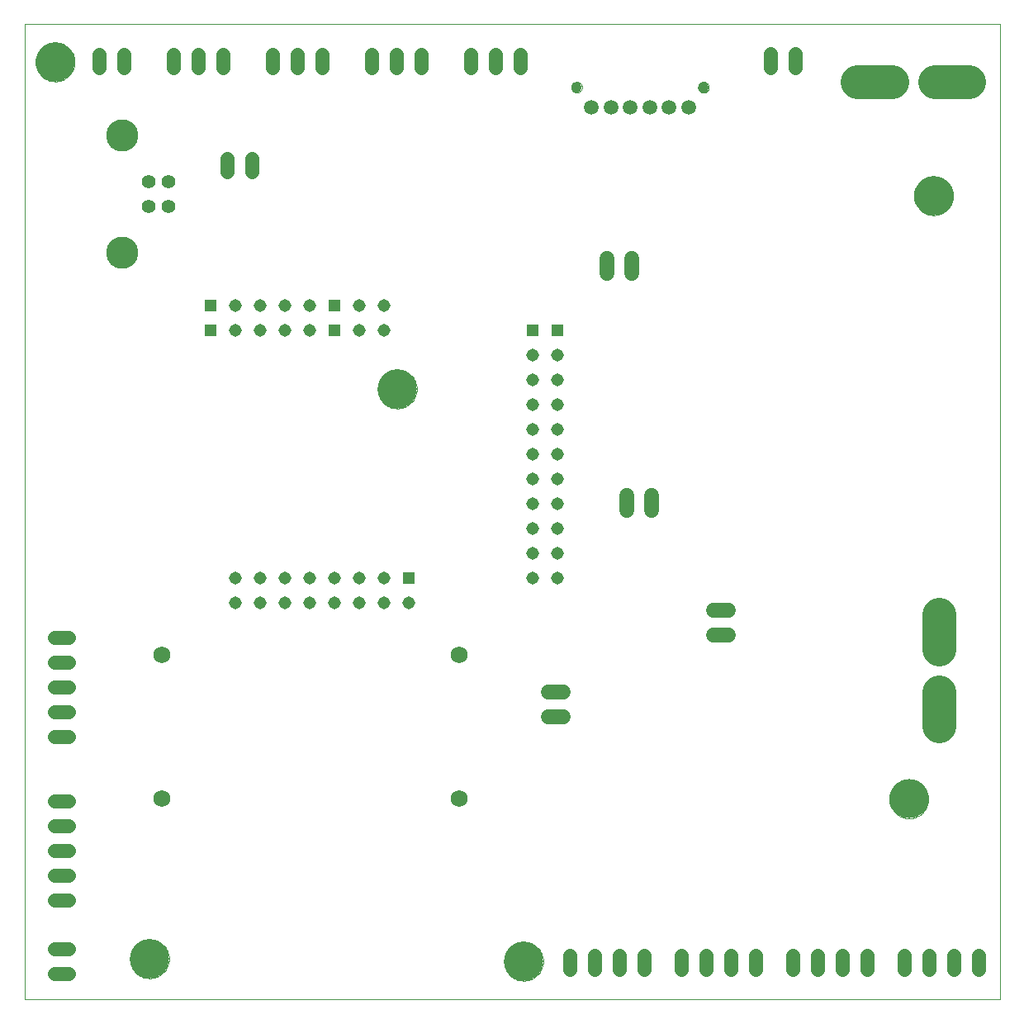
<source format=gbs>
G75*
%MOIN*%
%OFA0B0*%
%FSLAX24Y24*%
%IPPOS*%
%LPD*%
%AMOC8*
5,1,8,0,0,1.08239X$1,22.5*
%
%ADD10C,0.0000*%
%ADD11C,0.1575*%
%ADD12C,0.0560*%
%ADD13C,0.1378*%
%ADD14C,0.0500*%
%ADD15C,0.0515*%
%ADD16R,0.0515X0.0515*%
%ADD17C,0.0236*%
%ADD18C,0.0690*%
%ADD19C,0.0600*%
%ADD20C,0.0591*%
%ADD21C,0.0433*%
%ADD22C,0.0560*%
%ADD23C,0.1300*%
D10*
X000930Y002430D02*
X000930Y041800D01*
X040300Y041800D01*
X040300Y002430D01*
X000930Y002430D01*
X005193Y004080D02*
X005195Y004136D01*
X005201Y004191D01*
X005211Y004245D01*
X005224Y004299D01*
X005242Y004352D01*
X005263Y004403D01*
X005287Y004453D01*
X005315Y004501D01*
X005347Y004547D01*
X005381Y004591D01*
X005419Y004632D01*
X005459Y004670D01*
X005502Y004705D01*
X005547Y004737D01*
X005595Y004766D01*
X005644Y004792D01*
X005695Y004814D01*
X005747Y004832D01*
X005801Y004846D01*
X005856Y004857D01*
X005911Y004864D01*
X005966Y004867D01*
X006022Y004866D01*
X006077Y004861D01*
X006132Y004852D01*
X006186Y004840D01*
X006239Y004823D01*
X006291Y004803D01*
X006341Y004779D01*
X006389Y004752D01*
X006436Y004722D01*
X006480Y004688D01*
X006522Y004651D01*
X006560Y004611D01*
X006597Y004569D01*
X006630Y004524D01*
X006659Y004478D01*
X006686Y004429D01*
X006708Y004378D01*
X006728Y004326D01*
X006743Y004272D01*
X006755Y004218D01*
X006763Y004163D01*
X006767Y004108D01*
X006767Y004052D01*
X006763Y003997D01*
X006755Y003942D01*
X006743Y003888D01*
X006728Y003834D01*
X006708Y003782D01*
X006686Y003731D01*
X006659Y003682D01*
X006630Y003636D01*
X006597Y003591D01*
X006560Y003549D01*
X006522Y003509D01*
X006480Y003472D01*
X006436Y003438D01*
X006389Y003408D01*
X006341Y003381D01*
X006291Y003357D01*
X006239Y003337D01*
X006186Y003320D01*
X006132Y003308D01*
X006077Y003299D01*
X006022Y003294D01*
X005966Y003293D01*
X005911Y003296D01*
X005856Y003303D01*
X005801Y003314D01*
X005747Y003328D01*
X005695Y003346D01*
X005644Y003368D01*
X005595Y003394D01*
X005547Y003423D01*
X005502Y003455D01*
X005459Y003490D01*
X005419Y003528D01*
X005381Y003569D01*
X005347Y003613D01*
X005315Y003659D01*
X005287Y003707D01*
X005263Y003757D01*
X005242Y003808D01*
X005224Y003861D01*
X005211Y003915D01*
X005201Y003969D01*
X005195Y004024D01*
X005193Y004080D01*
X006362Y010530D02*
X006364Y010551D01*
X006370Y010571D01*
X006379Y010591D01*
X006391Y010608D01*
X006406Y010622D01*
X006424Y010634D01*
X006444Y010642D01*
X006464Y010647D01*
X006485Y010648D01*
X006506Y010645D01*
X006526Y010639D01*
X006545Y010628D01*
X006562Y010615D01*
X006575Y010599D01*
X006586Y010581D01*
X006594Y010561D01*
X006598Y010541D01*
X006598Y010519D01*
X006594Y010499D01*
X006586Y010479D01*
X006575Y010461D01*
X006562Y010445D01*
X006545Y010432D01*
X006526Y010421D01*
X006506Y010415D01*
X006485Y010412D01*
X006464Y010413D01*
X006444Y010418D01*
X006424Y010426D01*
X006406Y010438D01*
X006391Y010452D01*
X006379Y010469D01*
X006370Y010489D01*
X006364Y010509D01*
X006362Y010530D01*
X006362Y016330D02*
X006364Y016351D01*
X006370Y016371D01*
X006379Y016391D01*
X006391Y016408D01*
X006406Y016422D01*
X006424Y016434D01*
X006444Y016442D01*
X006464Y016447D01*
X006485Y016448D01*
X006506Y016445D01*
X006526Y016439D01*
X006545Y016428D01*
X006562Y016415D01*
X006575Y016399D01*
X006586Y016381D01*
X006594Y016361D01*
X006598Y016341D01*
X006598Y016319D01*
X006594Y016299D01*
X006586Y016279D01*
X006575Y016261D01*
X006562Y016245D01*
X006545Y016232D01*
X006526Y016221D01*
X006506Y016215D01*
X006485Y016212D01*
X006464Y016213D01*
X006444Y016218D01*
X006424Y016226D01*
X006406Y016238D01*
X006391Y016252D01*
X006379Y016269D01*
X006370Y016289D01*
X006364Y016309D01*
X006362Y016330D01*
X015193Y027080D02*
X015195Y027136D01*
X015201Y027191D01*
X015211Y027245D01*
X015224Y027299D01*
X015242Y027352D01*
X015263Y027403D01*
X015287Y027453D01*
X015315Y027501D01*
X015347Y027547D01*
X015381Y027591D01*
X015419Y027632D01*
X015459Y027670D01*
X015502Y027705D01*
X015547Y027737D01*
X015595Y027766D01*
X015644Y027792D01*
X015695Y027814D01*
X015747Y027832D01*
X015801Y027846D01*
X015856Y027857D01*
X015911Y027864D01*
X015966Y027867D01*
X016022Y027866D01*
X016077Y027861D01*
X016132Y027852D01*
X016186Y027840D01*
X016239Y027823D01*
X016291Y027803D01*
X016341Y027779D01*
X016389Y027752D01*
X016436Y027722D01*
X016480Y027688D01*
X016522Y027651D01*
X016560Y027611D01*
X016597Y027569D01*
X016630Y027524D01*
X016659Y027478D01*
X016686Y027429D01*
X016708Y027378D01*
X016728Y027326D01*
X016743Y027272D01*
X016755Y027218D01*
X016763Y027163D01*
X016767Y027108D01*
X016767Y027052D01*
X016763Y026997D01*
X016755Y026942D01*
X016743Y026888D01*
X016728Y026834D01*
X016708Y026782D01*
X016686Y026731D01*
X016659Y026682D01*
X016630Y026636D01*
X016597Y026591D01*
X016560Y026549D01*
X016522Y026509D01*
X016480Y026472D01*
X016436Y026438D01*
X016389Y026408D01*
X016341Y026381D01*
X016291Y026357D01*
X016239Y026337D01*
X016186Y026320D01*
X016132Y026308D01*
X016077Y026299D01*
X016022Y026294D01*
X015966Y026293D01*
X015911Y026296D01*
X015856Y026303D01*
X015801Y026314D01*
X015747Y026328D01*
X015695Y026346D01*
X015644Y026368D01*
X015595Y026394D01*
X015547Y026423D01*
X015502Y026455D01*
X015459Y026490D01*
X015419Y026528D01*
X015381Y026569D01*
X015347Y026613D01*
X015315Y026659D01*
X015287Y026707D01*
X015263Y026757D01*
X015242Y026808D01*
X015224Y026861D01*
X015211Y026915D01*
X015201Y026969D01*
X015195Y027024D01*
X015193Y027080D01*
X018362Y016330D02*
X018364Y016351D01*
X018370Y016371D01*
X018379Y016391D01*
X018391Y016408D01*
X018406Y016422D01*
X018424Y016434D01*
X018444Y016442D01*
X018464Y016447D01*
X018485Y016448D01*
X018506Y016445D01*
X018526Y016439D01*
X018545Y016428D01*
X018562Y016415D01*
X018575Y016399D01*
X018586Y016381D01*
X018594Y016361D01*
X018598Y016341D01*
X018598Y016319D01*
X018594Y016299D01*
X018586Y016279D01*
X018575Y016261D01*
X018562Y016245D01*
X018545Y016232D01*
X018526Y016221D01*
X018506Y016215D01*
X018485Y016212D01*
X018464Y016213D01*
X018444Y016218D01*
X018424Y016226D01*
X018406Y016238D01*
X018391Y016252D01*
X018379Y016269D01*
X018370Y016289D01*
X018364Y016309D01*
X018362Y016330D01*
X018362Y010530D02*
X018364Y010551D01*
X018370Y010571D01*
X018379Y010591D01*
X018391Y010608D01*
X018406Y010622D01*
X018424Y010634D01*
X018444Y010642D01*
X018464Y010647D01*
X018485Y010648D01*
X018506Y010645D01*
X018526Y010639D01*
X018545Y010628D01*
X018562Y010615D01*
X018575Y010599D01*
X018586Y010581D01*
X018594Y010561D01*
X018598Y010541D01*
X018598Y010519D01*
X018594Y010499D01*
X018586Y010479D01*
X018575Y010461D01*
X018562Y010445D01*
X018545Y010432D01*
X018526Y010421D01*
X018506Y010415D01*
X018485Y010412D01*
X018464Y010413D01*
X018444Y010418D01*
X018424Y010426D01*
X018406Y010438D01*
X018391Y010452D01*
X018379Y010469D01*
X018370Y010489D01*
X018364Y010509D01*
X018362Y010530D01*
X020293Y003980D02*
X020295Y004036D01*
X020301Y004091D01*
X020311Y004145D01*
X020324Y004199D01*
X020342Y004252D01*
X020363Y004303D01*
X020387Y004353D01*
X020415Y004401D01*
X020447Y004447D01*
X020481Y004491D01*
X020519Y004532D01*
X020559Y004570D01*
X020602Y004605D01*
X020647Y004637D01*
X020695Y004666D01*
X020744Y004692D01*
X020795Y004714D01*
X020847Y004732D01*
X020901Y004746D01*
X020956Y004757D01*
X021011Y004764D01*
X021066Y004767D01*
X021122Y004766D01*
X021177Y004761D01*
X021232Y004752D01*
X021286Y004740D01*
X021339Y004723D01*
X021391Y004703D01*
X021441Y004679D01*
X021489Y004652D01*
X021536Y004622D01*
X021580Y004588D01*
X021622Y004551D01*
X021660Y004511D01*
X021697Y004469D01*
X021730Y004424D01*
X021759Y004378D01*
X021786Y004329D01*
X021808Y004278D01*
X021828Y004226D01*
X021843Y004172D01*
X021855Y004118D01*
X021863Y004063D01*
X021867Y004008D01*
X021867Y003952D01*
X021863Y003897D01*
X021855Y003842D01*
X021843Y003788D01*
X021828Y003734D01*
X021808Y003682D01*
X021786Y003631D01*
X021759Y003582D01*
X021730Y003536D01*
X021697Y003491D01*
X021660Y003449D01*
X021622Y003409D01*
X021580Y003372D01*
X021536Y003338D01*
X021489Y003308D01*
X021441Y003281D01*
X021391Y003257D01*
X021339Y003237D01*
X021286Y003220D01*
X021232Y003208D01*
X021177Y003199D01*
X021122Y003194D01*
X021066Y003193D01*
X021011Y003196D01*
X020956Y003203D01*
X020901Y003214D01*
X020847Y003228D01*
X020795Y003246D01*
X020744Y003268D01*
X020695Y003294D01*
X020647Y003323D01*
X020602Y003355D01*
X020559Y003390D01*
X020519Y003428D01*
X020481Y003469D01*
X020447Y003513D01*
X020415Y003559D01*
X020387Y003607D01*
X020363Y003657D01*
X020342Y003708D01*
X020324Y003761D01*
X020311Y003815D01*
X020301Y003869D01*
X020295Y003924D01*
X020293Y003980D01*
X035843Y010530D02*
X035845Y010586D01*
X035851Y010641D01*
X035861Y010695D01*
X035874Y010749D01*
X035892Y010802D01*
X035913Y010853D01*
X035937Y010903D01*
X035965Y010951D01*
X035997Y010997D01*
X036031Y011041D01*
X036069Y011082D01*
X036109Y011120D01*
X036152Y011155D01*
X036197Y011187D01*
X036245Y011216D01*
X036294Y011242D01*
X036345Y011264D01*
X036397Y011282D01*
X036451Y011296D01*
X036506Y011307D01*
X036561Y011314D01*
X036616Y011317D01*
X036672Y011316D01*
X036727Y011311D01*
X036782Y011302D01*
X036836Y011290D01*
X036889Y011273D01*
X036941Y011253D01*
X036991Y011229D01*
X037039Y011202D01*
X037086Y011172D01*
X037130Y011138D01*
X037172Y011101D01*
X037210Y011061D01*
X037247Y011019D01*
X037280Y010974D01*
X037309Y010928D01*
X037336Y010879D01*
X037358Y010828D01*
X037378Y010776D01*
X037393Y010722D01*
X037405Y010668D01*
X037413Y010613D01*
X037417Y010558D01*
X037417Y010502D01*
X037413Y010447D01*
X037405Y010392D01*
X037393Y010338D01*
X037378Y010284D01*
X037358Y010232D01*
X037336Y010181D01*
X037309Y010132D01*
X037280Y010086D01*
X037247Y010041D01*
X037210Y009999D01*
X037172Y009959D01*
X037130Y009922D01*
X037086Y009888D01*
X037039Y009858D01*
X036991Y009831D01*
X036941Y009807D01*
X036889Y009787D01*
X036836Y009770D01*
X036782Y009758D01*
X036727Y009749D01*
X036672Y009744D01*
X036616Y009743D01*
X036561Y009746D01*
X036506Y009753D01*
X036451Y009764D01*
X036397Y009778D01*
X036345Y009796D01*
X036294Y009818D01*
X036245Y009844D01*
X036197Y009873D01*
X036152Y009905D01*
X036109Y009940D01*
X036069Y009978D01*
X036031Y010019D01*
X035997Y010063D01*
X035965Y010109D01*
X035937Y010157D01*
X035913Y010207D01*
X035892Y010258D01*
X035874Y010311D01*
X035861Y010365D01*
X035851Y010419D01*
X035845Y010474D01*
X035843Y010530D01*
X037597Y013385D02*
X037599Y013416D01*
X037605Y013447D01*
X037615Y013477D01*
X037628Y013505D01*
X037645Y013532D01*
X037665Y013556D01*
X037688Y013578D01*
X037713Y013596D01*
X037741Y013611D01*
X037770Y013623D01*
X037800Y013631D01*
X037831Y013635D01*
X037863Y013635D01*
X037894Y013631D01*
X037924Y013623D01*
X037953Y013611D01*
X037981Y013596D01*
X038006Y013578D01*
X038029Y013556D01*
X038049Y013532D01*
X038066Y013505D01*
X038079Y013477D01*
X038089Y013447D01*
X038095Y013416D01*
X038097Y013385D01*
X038095Y013354D01*
X038089Y013323D01*
X038079Y013293D01*
X038066Y013265D01*
X038049Y013238D01*
X038029Y013214D01*
X038006Y013192D01*
X037981Y013174D01*
X037953Y013159D01*
X037924Y013147D01*
X037894Y013139D01*
X037863Y013135D01*
X037831Y013135D01*
X037800Y013139D01*
X037770Y013147D01*
X037741Y013159D01*
X037713Y013174D01*
X037688Y013192D01*
X037665Y013214D01*
X037645Y013238D01*
X037628Y013265D01*
X037615Y013293D01*
X037605Y013323D01*
X037599Y013354D01*
X037597Y013385D01*
X037597Y013435D02*
X037599Y013466D01*
X037605Y013497D01*
X037615Y013527D01*
X037628Y013555D01*
X037645Y013582D01*
X037665Y013606D01*
X037688Y013628D01*
X037713Y013646D01*
X037741Y013661D01*
X037770Y013673D01*
X037800Y013681D01*
X037831Y013685D01*
X037863Y013685D01*
X037894Y013681D01*
X037924Y013673D01*
X037953Y013661D01*
X037981Y013646D01*
X038006Y013628D01*
X038029Y013606D01*
X038049Y013582D01*
X038066Y013555D01*
X038079Y013527D01*
X038089Y013497D01*
X038095Y013466D01*
X038097Y013435D01*
X038095Y013404D01*
X038089Y013373D01*
X038079Y013343D01*
X038066Y013315D01*
X038049Y013288D01*
X038029Y013264D01*
X038006Y013242D01*
X037981Y013224D01*
X037953Y013209D01*
X037924Y013197D01*
X037894Y013189D01*
X037863Y013185D01*
X037831Y013185D01*
X037800Y013189D01*
X037770Y013197D01*
X037741Y013209D01*
X037713Y013224D01*
X037688Y013242D01*
X037665Y013264D01*
X037645Y013288D01*
X037628Y013315D01*
X037615Y013343D01*
X037605Y013373D01*
X037599Y013404D01*
X037597Y013435D01*
X037597Y013485D02*
X037599Y013516D01*
X037605Y013547D01*
X037615Y013577D01*
X037628Y013605D01*
X037645Y013632D01*
X037665Y013656D01*
X037688Y013678D01*
X037713Y013696D01*
X037741Y013711D01*
X037770Y013723D01*
X037800Y013731D01*
X037831Y013735D01*
X037863Y013735D01*
X037894Y013731D01*
X037924Y013723D01*
X037953Y013711D01*
X037981Y013696D01*
X038006Y013678D01*
X038029Y013656D01*
X038049Y013632D01*
X038066Y013605D01*
X038079Y013577D01*
X038089Y013547D01*
X038095Y013516D01*
X038097Y013485D01*
X038095Y013454D01*
X038089Y013423D01*
X038079Y013393D01*
X038066Y013365D01*
X038049Y013338D01*
X038029Y013314D01*
X038006Y013292D01*
X037981Y013274D01*
X037953Y013259D01*
X037924Y013247D01*
X037894Y013239D01*
X037863Y013235D01*
X037831Y013235D01*
X037800Y013239D01*
X037770Y013247D01*
X037741Y013259D01*
X037713Y013274D01*
X037688Y013292D01*
X037665Y013314D01*
X037645Y013338D01*
X037628Y013365D01*
X037615Y013393D01*
X037605Y013423D01*
X037599Y013454D01*
X037597Y013485D01*
X037597Y013535D02*
X037599Y013566D01*
X037605Y013597D01*
X037615Y013627D01*
X037628Y013655D01*
X037645Y013682D01*
X037665Y013706D01*
X037688Y013728D01*
X037713Y013746D01*
X037741Y013761D01*
X037770Y013773D01*
X037800Y013781D01*
X037831Y013785D01*
X037863Y013785D01*
X037894Y013781D01*
X037924Y013773D01*
X037953Y013761D01*
X037981Y013746D01*
X038006Y013728D01*
X038029Y013706D01*
X038049Y013682D01*
X038066Y013655D01*
X038079Y013627D01*
X038089Y013597D01*
X038095Y013566D01*
X038097Y013535D01*
X038095Y013504D01*
X038089Y013473D01*
X038079Y013443D01*
X038066Y013415D01*
X038049Y013388D01*
X038029Y013364D01*
X038006Y013342D01*
X037981Y013324D01*
X037953Y013309D01*
X037924Y013297D01*
X037894Y013289D01*
X037863Y013285D01*
X037831Y013285D01*
X037800Y013289D01*
X037770Y013297D01*
X037741Y013309D01*
X037713Y013324D01*
X037688Y013342D01*
X037665Y013364D01*
X037645Y013388D01*
X037628Y013415D01*
X037615Y013443D01*
X037605Y013473D01*
X037599Y013504D01*
X037597Y013535D01*
X037597Y013585D02*
X037599Y013616D01*
X037605Y013647D01*
X037615Y013677D01*
X037628Y013705D01*
X037645Y013732D01*
X037665Y013756D01*
X037688Y013778D01*
X037713Y013796D01*
X037741Y013811D01*
X037770Y013823D01*
X037800Y013831D01*
X037831Y013835D01*
X037863Y013835D01*
X037894Y013831D01*
X037924Y013823D01*
X037953Y013811D01*
X037981Y013796D01*
X038006Y013778D01*
X038029Y013756D01*
X038049Y013732D01*
X038066Y013705D01*
X038079Y013677D01*
X038089Y013647D01*
X038095Y013616D01*
X038097Y013585D01*
X038095Y013554D01*
X038089Y013523D01*
X038079Y013493D01*
X038066Y013465D01*
X038049Y013438D01*
X038029Y013414D01*
X038006Y013392D01*
X037981Y013374D01*
X037953Y013359D01*
X037924Y013347D01*
X037894Y013339D01*
X037863Y013335D01*
X037831Y013335D01*
X037800Y013339D01*
X037770Y013347D01*
X037741Y013359D01*
X037713Y013374D01*
X037688Y013392D01*
X037665Y013414D01*
X037645Y013438D01*
X037628Y013465D01*
X037615Y013493D01*
X037605Y013523D01*
X037599Y013554D01*
X037597Y013585D01*
X037597Y013635D02*
X037599Y013666D01*
X037605Y013697D01*
X037615Y013727D01*
X037628Y013755D01*
X037645Y013782D01*
X037665Y013806D01*
X037688Y013828D01*
X037713Y013846D01*
X037741Y013861D01*
X037770Y013873D01*
X037800Y013881D01*
X037831Y013885D01*
X037863Y013885D01*
X037894Y013881D01*
X037924Y013873D01*
X037953Y013861D01*
X037981Y013846D01*
X038006Y013828D01*
X038029Y013806D01*
X038049Y013782D01*
X038066Y013755D01*
X038079Y013727D01*
X038089Y013697D01*
X038095Y013666D01*
X038097Y013635D01*
X038095Y013604D01*
X038089Y013573D01*
X038079Y013543D01*
X038066Y013515D01*
X038049Y013488D01*
X038029Y013464D01*
X038006Y013442D01*
X037981Y013424D01*
X037953Y013409D01*
X037924Y013397D01*
X037894Y013389D01*
X037863Y013385D01*
X037831Y013385D01*
X037800Y013389D01*
X037770Y013397D01*
X037741Y013409D01*
X037713Y013424D01*
X037688Y013442D01*
X037665Y013464D01*
X037645Y013488D01*
X037628Y013515D01*
X037615Y013543D01*
X037605Y013573D01*
X037599Y013604D01*
X037597Y013635D01*
X037597Y013685D02*
X037599Y013716D01*
X037605Y013747D01*
X037615Y013777D01*
X037628Y013805D01*
X037645Y013832D01*
X037665Y013856D01*
X037688Y013878D01*
X037713Y013896D01*
X037741Y013911D01*
X037770Y013923D01*
X037800Y013931D01*
X037831Y013935D01*
X037863Y013935D01*
X037894Y013931D01*
X037924Y013923D01*
X037953Y013911D01*
X037981Y013896D01*
X038006Y013878D01*
X038029Y013856D01*
X038049Y013832D01*
X038066Y013805D01*
X038079Y013777D01*
X038089Y013747D01*
X038095Y013716D01*
X038097Y013685D01*
X038095Y013654D01*
X038089Y013623D01*
X038079Y013593D01*
X038066Y013565D01*
X038049Y013538D01*
X038029Y013514D01*
X038006Y013492D01*
X037981Y013474D01*
X037953Y013459D01*
X037924Y013447D01*
X037894Y013439D01*
X037863Y013435D01*
X037831Y013435D01*
X037800Y013439D01*
X037770Y013447D01*
X037741Y013459D01*
X037713Y013474D01*
X037688Y013492D01*
X037665Y013514D01*
X037645Y013538D01*
X037628Y013565D01*
X037615Y013593D01*
X037605Y013623D01*
X037599Y013654D01*
X037597Y013685D01*
X037597Y013735D02*
X037599Y013766D01*
X037605Y013797D01*
X037615Y013827D01*
X037628Y013855D01*
X037645Y013882D01*
X037665Y013906D01*
X037688Y013928D01*
X037713Y013946D01*
X037741Y013961D01*
X037770Y013973D01*
X037800Y013981D01*
X037831Y013985D01*
X037863Y013985D01*
X037894Y013981D01*
X037924Y013973D01*
X037953Y013961D01*
X037981Y013946D01*
X038006Y013928D01*
X038029Y013906D01*
X038049Y013882D01*
X038066Y013855D01*
X038079Y013827D01*
X038089Y013797D01*
X038095Y013766D01*
X038097Y013735D01*
X038095Y013704D01*
X038089Y013673D01*
X038079Y013643D01*
X038066Y013615D01*
X038049Y013588D01*
X038029Y013564D01*
X038006Y013542D01*
X037981Y013524D01*
X037953Y013509D01*
X037924Y013497D01*
X037894Y013489D01*
X037863Y013485D01*
X037831Y013485D01*
X037800Y013489D01*
X037770Y013497D01*
X037741Y013509D01*
X037713Y013524D01*
X037688Y013542D01*
X037665Y013564D01*
X037645Y013588D01*
X037628Y013615D01*
X037615Y013643D01*
X037605Y013673D01*
X037599Y013704D01*
X037597Y013735D01*
X037597Y013785D02*
X037599Y013816D01*
X037605Y013847D01*
X037615Y013877D01*
X037628Y013905D01*
X037645Y013932D01*
X037665Y013956D01*
X037688Y013978D01*
X037713Y013996D01*
X037741Y014011D01*
X037770Y014023D01*
X037800Y014031D01*
X037831Y014035D01*
X037863Y014035D01*
X037894Y014031D01*
X037924Y014023D01*
X037953Y014011D01*
X037981Y013996D01*
X038006Y013978D01*
X038029Y013956D01*
X038049Y013932D01*
X038066Y013905D01*
X038079Y013877D01*
X038089Y013847D01*
X038095Y013816D01*
X038097Y013785D01*
X038095Y013754D01*
X038089Y013723D01*
X038079Y013693D01*
X038066Y013665D01*
X038049Y013638D01*
X038029Y013614D01*
X038006Y013592D01*
X037981Y013574D01*
X037953Y013559D01*
X037924Y013547D01*
X037894Y013539D01*
X037863Y013535D01*
X037831Y013535D01*
X037800Y013539D01*
X037770Y013547D01*
X037741Y013559D01*
X037713Y013574D01*
X037688Y013592D01*
X037665Y013614D01*
X037645Y013638D01*
X037628Y013665D01*
X037615Y013693D01*
X037605Y013723D01*
X037599Y013754D01*
X037597Y013785D01*
X037597Y013835D02*
X037599Y013866D01*
X037605Y013897D01*
X037615Y013927D01*
X037628Y013955D01*
X037645Y013982D01*
X037665Y014006D01*
X037688Y014028D01*
X037713Y014046D01*
X037741Y014061D01*
X037770Y014073D01*
X037800Y014081D01*
X037831Y014085D01*
X037863Y014085D01*
X037894Y014081D01*
X037924Y014073D01*
X037953Y014061D01*
X037981Y014046D01*
X038006Y014028D01*
X038029Y014006D01*
X038049Y013982D01*
X038066Y013955D01*
X038079Y013927D01*
X038089Y013897D01*
X038095Y013866D01*
X038097Y013835D01*
X038095Y013804D01*
X038089Y013773D01*
X038079Y013743D01*
X038066Y013715D01*
X038049Y013688D01*
X038029Y013664D01*
X038006Y013642D01*
X037981Y013624D01*
X037953Y013609D01*
X037924Y013597D01*
X037894Y013589D01*
X037863Y013585D01*
X037831Y013585D01*
X037800Y013589D01*
X037770Y013597D01*
X037741Y013609D01*
X037713Y013624D01*
X037688Y013642D01*
X037665Y013664D01*
X037645Y013688D01*
X037628Y013715D01*
X037615Y013743D01*
X037605Y013773D01*
X037599Y013804D01*
X037597Y013835D01*
X037597Y013885D02*
X037599Y013916D01*
X037605Y013947D01*
X037615Y013977D01*
X037628Y014005D01*
X037645Y014032D01*
X037665Y014056D01*
X037688Y014078D01*
X037713Y014096D01*
X037741Y014111D01*
X037770Y014123D01*
X037800Y014131D01*
X037831Y014135D01*
X037863Y014135D01*
X037894Y014131D01*
X037924Y014123D01*
X037953Y014111D01*
X037981Y014096D01*
X038006Y014078D01*
X038029Y014056D01*
X038049Y014032D01*
X038066Y014005D01*
X038079Y013977D01*
X038089Y013947D01*
X038095Y013916D01*
X038097Y013885D01*
X038095Y013854D01*
X038089Y013823D01*
X038079Y013793D01*
X038066Y013765D01*
X038049Y013738D01*
X038029Y013714D01*
X038006Y013692D01*
X037981Y013674D01*
X037953Y013659D01*
X037924Y013647D01*
X037894Y013639D01*
X037863Y013635D01*
X037831Y013635D01*
X037800Y013639D01*
X037770Y013647D01*
X037741Y013659D01*
X037713Y013674D01*
X037688Y013692D01*
X037665Y013714D01*
X037645Y013738D01*
X037628Y013765D01*
X037615Y013793D01*
X037605Y013823D01*
X037599Y013854D01*
X037597Y013885D01*
X037597Y013935D02*
X037599Y013966D01*
X037605Y013997D01*
X037615Y014027D01*
X037628Y014055D01*
X037645Y014082D01*
X037665Y014106D01*
X037688Y014128D01*
X037713Y014146D01*
X037741Y014161D01*
X037770Y014173D01*
X037800Y014181D01*
X037831Y014185D01*
X037863Y014185D01*
X037894Y014181D01*
X037924Y014173D01*
X037953Y014161D01*
X037981Y014146D01*
X038006Y014128D01*
X038029Y014106D01*
X038049Y014082D01*
X038066Y014055D01*
X038079Y014027D01*
X038089Y013997D01*
X038095Y013966D01*
X038097Y013935D01*
X038095Y013904D01*
X038089Y013873D01*
X038079Y013843D01*
X038066Y013815D01*
X038049Y013788D01*
X038029Y013764D01*
X038006Y013742D01*
X037981Y013724D01*
X037953Y013709D01*
X037924Y013697D01*
X037894Y013689D01*
X037863Y013685D01*
X037831Y013685D01*
X037800Y013689D01*
X037770Y013697D01*
X037741Y013709D01*
X037713Y013724D01*
X037688Y013742D01*
X037665Y013764D01*
X037645Y013788D01*
X037628Y013815D01*
X037615Y013843D01*
X037605Y013873D01*
X037599Y013904D01*
X037597Y013935D01*
X037597Y013985D02*
X037599Y014016D01*
X037605Y014047D01*
X037615Y014077D01*
X037628Y014105D01*
X037645Y014132D01*
X037665Y014156D01*
X037688Y014178D01*
X037713Y014196D01*
X037741Y014211D01*
X037770Y014223D01*
X037800Y014231D01*
X037831Y014235D01*
X037863Y014235D01*
X037894Y014231D01*
X037924Y014223D01*
X037953Y014211D01*
X037981Y014196D01*
X038006Y014178D01*
X038029Y014156D01*
X038049Y014132D01*
X038066Y014105D01*
X038079Y014077D01*
X038089Y014047D01*
X038095Y014016D01*
X038097Y013985D01*
X038095Y013954D01*
X038089Y013923D01*
X038079Y013893D01*
X038066Y013865D01*
X038049Y013838D01*
X038029Y013814D01*
X038006Y013792D01*
X037981Y013774D01*
X037953Y013759D01*
X037924Y013747D01*
X037894Y013739D01*
X037863Y013735D01*
X037831Y013735D01*
X037800Y013739D01*
X037770Y013747D01*
X037741Y013759D01*
X037713Y013774D01*
X037688Y013792D01*
X037665Y013814D01*
X037645Y013838D01*
X037628Y013865D01*
X037615Y013893D01*
X037605Y013923D01*
X037599Y013954D01*
X037597Y013985D01*
X037597Y014035D02*
X037599Y014066D01*
X037605Y014097D01*
X037615Y014127D01*
X037628Y014155D01*
X037645Y014182D01*
X037665Y014206D01*
X037688Y014228D01*
X037713Y014246D01*
X037741Y014261D01*
X037770Y014273D01*
X037800Y014281D01*
X037831Y014285D01*
X037863Y014285D01*
X037894Y014281D01*
X037924Y014273D01*
X037953Y014261D01*
X037981Y014246D01*
X038006Y014228D01*
X038029Y014206D01*
X038049Y014182D01*
X038066Y014155D01*
X038079Y014127D01*
X038089Y014097D01*
X038095Y014066D01*
X038097Y014035D01*
X038095Y014004D01*
X038089Y013973D01*
X038079Y013943D01*
X038066Y013915D01*
X038049Y013888D01*
X038029Y013864D01*
X038006Y013842D01*
X037981Y013824D01*
X037953Y013809D01*
X037924Y013797D01*
X037894Y013789D01*
X037863Y013785D01*
X037831Y013785D01*
X037800Y013789D01*
X037770Y013797D01*
X037741Y013809D01*
X037713Y013824D01*
X037688Y013842D01*
X037665Y013864D01*
X037645Y013888D01*
X037628Y013915D01*
X037615Y013943D01*
X037605Y013973D01*
X037599Y014004D01*
X037597Y014035D01*
X037597Y014085D02*
X037599Y014116D01*
X037605Y014147D01*
X037615Y014177D01*
X037628Y014205D01*
X037645Y014232D01*
X037665Y014256D01*
X037688Y014278D01*
X037713Y014296D01*
X037741Y014311D01*
X037770Y014323D01*
X037800Y014331D01*
X037831Y014335D01*
X037863Y014335D01*
X037894Y014331D01*
X037924Y014323D01*
X037953Y014311D01*
X037981Y014296D01*
X038006Y014278D01*
X038029Y014256D01*
X038049Y014232D01*
X038066Y014205D01*
X038079Y014177D01*
X038089Y014147D01*
X038095Y014116D01*
X038097Y014085D01*
X038095Y014054D01*
X038089Y014023D01*
X038079Y013993D01*
X038066Y013965D01*
X038049Y013938D01*
X038029Y013914D01*
X038006Y013892D01*
X037981Y013874D01*
X037953Y013859D01*
X037924Y013847D01*
X037894Y013839D01*
X037863Y013835D01*
X037831Y013835D01*
X037800Y013839D01*
X037770Y013847D01*
X037741Y013859D01*
X037713Y013874D01*
X037688Y013892D01*
X037665Y013914D01*
X037645Y013938D01*
X037628Y013965D01*
X037615Y013993D01*
X037605Y014023D01*
X037599Y014054D01*
X037597Y014085D01*
X037597Y014135D02*
X037599Y014166D01*
X037605Y014197D01*
X037615Y014227D01*
X037628Y014255D01*
X037645Y014282D01*
X037665Y014306D01*
X037688Y014328D01*
X037713Y014346D01*
X037741Y014361D01*
X037770Y014373D01*
X037800Y014381D01*
X037831Y014385D01*
X037863Y014385D01*
X037894Y014381D01*
X037924Y014373D01*
X037953Y014361D01*
X037981Y014346D01*
X038006Y014328D01*
X038029Y014306D01*
X038049Y014282D01*
X038066Y014255D01*
X038079Y014227D01*
X038089Y014197D01*
X038095Y014166D01*
X038097Y014135D01*
X038095Y014104D01*
X038089Y014073D01*
X038079Y014043D01*
X038066Y014015D01*
X038049Y013988D01*
X038029Y013964D01*
X038006Y013942D01*
X037981Y013924D01*
X037953Y013909D01*
X037924Y013897D01*
X037894Y013889D01*
X037863Y013885D01*
X037831Y013885D01*
X037800Y013889D01*
X037770Y013897D01*
X037741Y013909D01*
X037713Y013924D01*
X037688Y013942D01*
X037665Y013964D01*
X037645Y013988D01*
X037628Y014015D01*
X037615Y014043D01*
X037605Y014073D01*
X037599Y014104D01*
X037597Y014135D01*
X037599Y014166D01*
X037605Y014197D01*
X037615Y014227D01*
X037628Y014255D01*
X037645Y014282D01*
X037665Y014306D01*
X037688Y014328D01*
X037713Y014346D01*
X037741Y014361D01*
X037770Y014373D01*
X037800Y014381D01*
X037831Y014385D01*
X037863Y014385D01*
X037894Y014381D01*
X037924Y014373D01*
X037953Y014361D01*
X037981Y014346D01*
X038006Y014328D01*
X038029Y014306D01*
X038049Y014282D01*
X038066Y014255D01*
X038079Y014227D01*
X038089Y014197D01*
X038095Y014166D01*
X038097Y014135D01*
X038095Y014104D01*
X038089Y014073D01*
X038079Y014043D01*
X038066Y014015D01*
X038049Y013988D01*
X038029Y013964D01*
X038006Y013942D01*
X037981Y013924D01*
X037953Y013909D01*
X037924Y013897D01*
X037894Y013889D01*
X037863Y013885D01*
X037831Y013885D01*
X037800Y013889D01*
X037770Y013897D01*
X037741Y013909D01*
X037713Y013924D01*
X037688Y013942D01*
X037665Y013964D01*
X037645Y013988D01*
X037628Y014015D01*
X037615Y014043D01*
X037605Y014073D01*
X037599Y014104D01*
X037597Y014135D01*
X037597Y014185D02*
X037599Y014216D01*
X037605Y014247D01*
X037615Y014277D01*
X037628Y014305D01*
X037645Y014332D01*
X037665Y014356D01*
X037688Y014378D01*
X037713Y014396D01*
X037741Y014411D01*
X037770Y014423D01*
X037800Y014431D01*
X037831Y014435D01*
X037863Y014435D01*
X037894Y014431D01*
X037924Y014423D01*
X037953Y014411D01*
X037981Y014396D01*
X038006Y014378D01*
X038029Y014356D01*
X038049Y014332D01*
X038066Y014305D01*
X038079Y014277D01*
X038089Y014247D01*
X038095Y014216D01*
X038097Y014185D01*
X038095Y014154D01*
X038089Y014123D01*
X038079Y014093D01*
X038066Y014065D01*
X038049Y014038D01*
X038029Y014014D01*
X038006Y013992D01*
X037981Y013974D01*
X037953Y013959D01*
X037924Y013947D01*
X037894Y013939D01*
X037863Y013935D01*
X037831Y013935D01*
X037800Y013939D01*
X037770Y013947D01*
X037741Y013959D01*
X037713Y013974D01*
X037688Y013992D01*
X037665Y014014D01*
X037645Y014038D01*
X037628Y014065D01*
X037615Y014093D01*
X037605Y014123D01*
X037599Y014154D01*
X037597Y014185D01*
X037597Y014235D02*
X037599Y014266D01*
X037605Y014297D01*
X037615Y014327D01*
X037628Y014355D01*
X037645Y014382D01*
X037665Y014406D01*
X037688Y014428D01*
X037713Y014446D01*
X037741Y014461D01*
X037770Y014473D01*
X037800Y014481D01*
X037831Y014485D01*
X037863Y014485D01*
X037894Y014481D01*
X037924Y014473D01*
X037953Y014461D01*
X037981Y014446D01*
X038006Y014428D01*
X038029Y014406D01*
X038049Y014382D01*
X038066Y014355D01*
X038079Y014327D01*
X038089Y014297D01*
X038095Y014266D01*
X038097Y014235D01*
X038095Y014204D01*
X038089Y014173D01*
X038079Y014143D01*
X038066Y014115D01*
X038049Y014088D01*
X038029Y014064D01*
X038006Y014042D01*
X037981Y014024D01*
X037953Y014009D01*
X037924Y013997D01*
X037894Y013989D01*
X037863Y013985D01*
X037831Y013985D01*
X037800Y013989D01*
X037770Y013997D01*
X037741Y014009D01*
X037713Y014024D01*
X037688Y014042D01*
X037665Y014064D01*
X037645Y014088D01*
X037628Y014115D01*
X037615Y014143D01*
X037605Y014173D01*
X037599Y014204D01*
X037597Y014235D01*
X037599Y014266D01*
X037605Y014297D01*
X037615Y014327D01*
X037628Y014355D01*
X037645Y014382D01*
X037665Y014406D01*
X037688Y014428D01*
X037713Y014446D01*
X037741Y014461D01*
X037770Y014473D01*
X037800Y014481D01*
X037831Y014485D01*
X037863Y014485D01*
X037894Y014481D01*
X037924Y014473D01*
X037953Y014461D01*
X037981Y014446D01*
X038006Y014428D01*
X038029Y014406D01*
X038049Y014382D01*
X038066Y014355D01*
X038079Y014327D01*
X038089Y014297D01*
X038095Y014266D01*
X038097Y014235D01*
X038095Y014204D01*
X038089Y014173D01*
X038079Y014143D01*
X038066Y014115D01*
X038049Y014088D01*
X038029Y014064D01*
X038006Y014042D01*
X037981Y014024D01*
X037953Y014009D01*
X037924Y013997D01*
X037894Y013989D01*
X037863Y013985D01*
X037831Y013985D01*
X037800Y013989D01*
X037770Y013997D01*
X037741Y014009D01*
X037713Y014024D01*
X037688Y014042D01*
X037665Y014064D01*
X037645Y014088D01*
X037628Y014115D01*
X037615Y014143D01*
X037605Y014173D01*
X037599Y014204D01*
X037597Y014235D01*
X037597Y014285D02*
X037599Y014316D01*
X037605Y014347D01*
X037615Y014377D01*
X037628Y014405D01*
X037645Y014432D01*
X037665Y014456D01*
X037688Y014478D01*
X037713Y014496D01*
X037741Y014511D01*
X037770Y014523D01*
X037800Y014531D01*
X037831Y014535D01*
X037863Y014535D01*
X037894Y014531D01*
X037924Y014523D01*
X037953Y014511D01*
X037981Y014496D01*
X038006Y014478D01*
X038029Y014456D01*
X038049Y014432D01*
X038066Y014405D01*
X038079Y014377D01*
X038089Y014347D01*
X038095Y014316D01*
X038097Y014285D01*
X038095Y014254D01*
X038089Y014223D01*
X038079Y014193D01*
X038066Y014165D01*
X038049Y014138D01*
X038029Y014114D01*
X038006Y014092D01*
X037981Y014074D01*
X037953Y014059D01*
X037924Y014047D01*
X037894Y014039D01*
X037863Y014035D01*
X037831Y014035D01*
X037800Y014039D01*
X037770Y014047D01*
X037741Y014059D01*
X037713Y014074D01*
X037688Y014092D01*
X037665Y014114D01*
X037645Y014138D01*
X037628Y014165D01*
X037615Y014193D01*
X037605Y014223D01*
X037599Y014254D01*
X037597Y014285D01*
X037599Y014316D01*
X037605Y014347D01*
X037615Y014377D01*
X037628Y014405D01*
X037645Y014432D01*
X037665Y014456D01*
X037688Y014478D01*
X037713Y014496D01*
X037741Y014511D01*
X037770Y014523D01*
X037800Y014531D01*
X037831Y014535D01*
X037863Y014535D01*
X037894Y014531D01*
X037924Y014523D01*
X037953Y014511D01*
X037981Y014496D01*
X038006Y014478D01*
X038029Y014456D01*
X038049Y014432D01*
X038066Y014405D01*
X038079Y014377D01*
X038089Y014347D01*
X038095Y014316D01*
X038097Y014285D01*
X038095Y014254D01*
X038089Y014223D01*
X038079Y014193D01*
X038066Y014165D01*
X038049Y014138D01*
X038029Y014114D01*
X038006Y014092D01*
X037981Y014074D01*
X037953Y014059D01*
X037924Y014047D01*
X037894Y014039D01*
X037863Y014035D01*
X037831Y014035D01*
X037800Y014039D01*
X037770Y014047D01*
X037741Y014059D01*
X037713Y014074D01*
X037688Y014092D01*
X037665Y014114D01*
X037645Y014138D01*
X037628Y014165D01*
X037615Y014193D01*
X037605Y014223D01*
X037599Y014254D01*
X037597Y014285D01*
X037599Y014316D01*
X037605Y014347D01*
X037615Y014377D01*
X037628Y014405D01*
X037645Y014432D01*
X037665Y014456D01*
X037688Y014478D01*
X037713Y014496D01*
X037741Y014511D01*
X037770Y014523D01*
X037800Y014531D01*
X037831Y014535D01*
X037863Y014535D01*
X037894Y014531D01*
X037924Y014523D01*
X037953Y014511D01*
X037981Y014496D01*
X038006Y014478D01*
X038029Y014456D01*
X038049Y014432D01*
X038066Y014405D01*
X038079Y014377D01*
X038089Y014347D01*
X038095Y014316D01*
X038097Y014285D01*
X038095Y014254D01*
X038089Y014223D01*
X038079Y014193D01*
X038066Y014165D01*
X038049Y014138D01*
X038029Y014114D01*
X038006Y014092D01*
X037981Y014074D01*
X037953Y014059D01*
X037924Y014047D01*
X037894Y014039D01*
X037863Y014035D01*
X037831Y014035D01*
X037800Y014039D01*
X037770Y014047D01*
X037741Y014059D01*
X037713Y014074D01*
X037688Y014092D01*
X037665Y014114D01*
X037645Y014138D01*
X037628Y014165D01*
X037615Y014193D01*
X037605Y014223D01*
X037599Y014254D01*
X037597Y014285D01*
X037597Y014335D02*
X037599Y014366D01*
X037605Y014397D01*
X037615Y014427D01*
X037628Y014455D01*
X037645Y014482D01*
X037665Y014506D01*
X037688Y014528D01*
X037713Y014546D01*
X037741Y014561D01*
X037770Y014573D01*
X037800Y014581D01*
X037831Y014585D01*
X037863Y014585D01*
X037894Y014581D01*
X037924Y014573D01*
X037953Y014561D01*
X037981Y014546D01*
X038006Y014528D01*
X038029Y014506D01*
X038049Y014482D01*
X038066Y014455D01*
X038079Y014427D01*
X038089Y014397D01*
X038095Y014366D01*
X038097Y014335D01*
X038095Y014304D01*
X038089Y014273D01*
X038079Y014243D01*
X038066Y014215D01*
X038049Y014188D01*
X038029Y014164D01*
X038006Y014142D01*
X037981Y014124D01*
X037953Y014109D01*
X037924Y014097D01*
X037894Y014089D01*
X037863Y014085D01*
X037831Y014085D01*
X037800Y014089D01*
X037770Y014097D01*
X037741Y014109D01*
X037713Y014124D01*
X037688Y014142D01*
X037665Y014164D01*
X037645Y014188D01*
X037628Y014215D01*
X037615Y014243D01*
X037605Y014273D01*
X037599Y014304D01*
X037597Y014335D01*
X037599Y014366D01*
X037605Y014397D01*
X037615Y014427D01*
X037628Y014455D01*
X037645Y014482D01*
X037665Y014506D01*
X037688Y014528D01*
X037713Y014546D01*
X037741Y014561D01*
X037770Y014573D01*
X037800Y014581D01*
X037831Y014585D01*
X037863Y014585D01*
X037894Y014581D01*
X037924Y014573D01*
X037953Y014561D01*
X037981Y014546D01*
X038006Y014528D01*
X038029Y014506D01*
X038049Y014482D01*
X038066Y014455D01*
X038079Y014427D01*
X038089Y014397D01*
X038095Y014366D01*
X038097Y014335D01*
X038095Y014304D01*
X038089Y014273D01*
X038079Y014243D01*
X038066Y014215D01*
X038049Y014188D01*
X038029Y014164D01*
X038006Y014142D01*
X037981Y014124D01*
X037953Y014109D01*
X037924Y014097D01*
X037894Y014089D01*
X037863Y014085D01*
X037831Y014085D01*
X037800Y014089D01*
X037770Y014097D01*
X037741Y014109D01*
X037713Y014124D01*
X037688Y014142D01*
X037665Y014164D01*
X037645Y014188D01*
X037628Y014215D01*
X037615Y014243D01*
X037605Y014273D01*
X037599Y014304D01*
X037597Y014335D01*
X037597Y014385D02*
X037599Y014416D01*
X037605Y014447D01*
X037615Y014477D01*
X037628Y014505D01*
X037645Y014532D01*
X037665Y014556D01*
X037688Y014578D01*
X037713Y014596D01*
X037741Y014611D01*
X037770Y014623D01*
X037800Y014631D01*
X037831Y014635D01*
X037863Y014635D01*
X037894Y014631D01*
X037924Y014623D01*
X037953Y014611D01*
X037981Y014596D01*
X038006Y014578D01*
X038029Y014556D01*
X038049Y014532D01*
X038066Y014505D01*
X038079Y014477D01*
X038089Y014447D01*
X038095Y014416D01*
X038097Y014385D01*
X038095Y014354D01*
X038089Y014323D01*
X038079Y014293D01*
X038066Y014265D01*
X038049Y014238D01*
X038029Y014214D01*
X038006Y014192D01*
X037981Y014174D01*
X037953Y014159D01*
X037924Y014147D01*
X037894Y014139D01*
X037863Y014135D01*
X037831Y014135D01*
X037800Y014139D01*
X037770Y014147D01*
X037741Y014159D01*
X037713Y014174D01*
X037688Y014192D01*
X037665Y014214D01*
X037645Y014238D01*
X037628Y014265D01*
X037615Y014293D01*
X037605Y014323D01*
X037599Y014354D01*
X037597Y014385D01*
X037597Y014444D02*
X037599Y014475D01*
X037605Y014506D01*
X037615Y014536D01*
X037628Y014564D01*
X037645Y014591D01*
X037665Y014615D01*
X037688Y014637D01*
X037713Y014655D01*
X037741Y014670D01*
X037770Y014682D01*
X037800Y014690D01*
X037831Y014694D01*
X037863Y014694D01*
X037894Y014690D01*
X037924Y014682D01*
X037953Y014670D01*
X037981Y014655D01*
X038006Y014637D01*
X038029Y014615D01*
X038049Y014591D01*
X038066Y014564D01*
X038079Y014536D01*
X038089Y014506D01*
X038095Y014475D01*
X038097Y014444D01*
X038095Y014413D01*
X038089Y014382D01*
X038079Y014352D01*
X038066Y014324D01*
X038049Y014297D01*
X038029Y014273D01*
X038006Y014251D01*
X037981Y014233D01*
X037953Y014218D01*
X037924Y014206D01*
X037894Y014198D01*
X037863Y014194D01*
X037831Y014194D01*
X037800Y014198D01*
X037770Y014206D01*
X037741Y014218D01*
X037713Y014233D01*
X037688Y014251D01*
X037665Y014273D01*
X037645Y014297D01*
X037628Y014324D01*
X037615Y014352D01*
X037605Y014382D01*
X037599Y014413D01*
X037597Y014444D01*
X037597Y014494D02*
X037599Y014525D01*
X037605Y014556D01*
X037615Y014586D01*
X037628Y014614D01*
X037645Y014641D01*
X037665Y014665D01*
X037688Y014687D01*
X037713Y014705D01*
X037741Y014720D01*
X037770Y014732D01*
X037800Y014740D01*
X037831Y014744D01*
X037863Y014744D01*
X037894Y014740D01*
X037924Y014732D01*
X037953Y014720D01*
X037981Y014705D01*
X038006Y014687D01*
X038029Y014665D01*
X038049Y014641D01*
X038066Y014614D01*
X038079Y014586D01*
X038089Y014556D01*
X038095Y014525D01*
X038097Y014494D01*
X038095Y014463D01*
X038089Y014432D01*
X038079Y014402D01*
X038066Y014374D01*
X038049Y014347D01*
X038029Y014323D01*
X038006Y014301D01*
X037981Y014283D01*
X037953Y014268D01*
X037924Y014256D01*
X037894Y014248D01*
X037863Y014244D01*
X037831Y014244D01*
X037800Y014248D01*
X037770Y014256D01*
X037741Y014268D01*
X037713Y014283D01*
X037688Y014301D01*
X037665Y014323D01*
X037645Y014347D01*
X037628Y014374D01*
X037615Y014402D01*
X037605Y014432D01*
X037599Y014463D01*
X037597Y014494D01*
X037597Y014544D02*
X037599Y014575D01*
X037605Y014606D01*
X037615Y014636D01*
X037628Y014664D01*
X037645Y014691D01*
X037665Y014715D01*
X037688Y014737D01*
X037713Y014755D01*
X037741Y014770D01*
X037770Y014782D01*
X037800Y014790D01*
X037831Y014794D01*
X037863Y014794D01*
X037894Y014790D01*
X037924Y014782D01*
X037953Y014770D01*
X037981Y014755D01*
X038006Y014737D01*
X038029Y014715D01*
X038049Y014691D01*
X038066Y014664D01*
X038079Y014636D01*
X038089Y014606D01*
X038095Y014575D01*
X038097Y014544D01*
X038095Y014513D01*
X038089Y014482D01*
X038079Y014452D01*
X038066Y014424D01*
X038049Y014397D01*
X038029Y014373D01*
X038006Y014351D01*
X037981Y014333D01*
X037953Y014318D01*
X037924Y014306D01*
X037894Y014298D01*
X037863Y014294D01*
X037831Y014294D01*
X037800Y014298D01*
X037770Y014306D01*
X037741Y014318D01*
X037713Y014333D01*
X037688Y014351D01*
X037665Y014373D01*
X037645Y014397D01*
X037628Y014424D01*
X037615Y014452D01*
X037605Y014482D01*
X037599Y014513D01*
X037597Y014544D01*
X037597Y014594D02*
X037599Y014625D01*
X037605Y014656D01*
X037615Y014686D01*
X037628Y014714D01*
X037645Y014741D01*
X037665Y014765D01*
X037688Y014787D01*
X037713Y014805D01*
X037741Y014820D01*
X037770Y014832D01*
X037800Y014840D01*
X037831Y014844D01*
X037863Y014844D01*
X037894Y014840D01*
X037924Y014832D01*
X037953Y014820D01*
X037981Y014805D01*
X038006Y014787D01*
X038029Y014765D01*
X038049Y014741D01*
X038066Y014714D01*
X038079Y014686D01*
X038089Y014656D01*
X038095Y014625D01*
X038097Y014594D01*
X038095Y014563D01*
X038089Y014532D01*
X038079Y014502D01*
X038066Y014474D01*
X038049Y014447D01*
X038029Y014423D01*
X038006Y014401D01*
X037981Y014383D01*
X037953Y014368D01*
X037924Y014356D01*
X037894Y014348D01*
X037863Y014344D01*
X037831Y014344D01*
X037800Y014348D01*
X037770Y014356D01*
X037741Y014368D01*
X037713Y014383D01*
X037688Y014401D01*
X037665Y014423D01*
X037645Y014447D01*
X037628Y014474D01*
X037615Y014502D01*
X037605Y014532D01*
X037599Y014563D01*
X037597Y014594D01*
X037597Y014644D02*
X037599Y014675D01*
X037605Y014706D01*
X037615Y014736D01*
X037628Y014764D01*
X037645Y014791D01*
X037665Y014815D01*
X037688Y014837D01*
X037713Y014855D01*
X037741Y014870D01*
X037770Y014882D01*
X037800Y014890D01*
X037831Y014894D01*
X037863Y014894D01*
X037894Y014890D01*
X037924Y014882D01*
X037953Y014870D01*
X037981Y014855D01*
X038006Y014837D01*
X038029Y014815D01*
X038049Y014791D01*
X038066Y014764D01*
X038079Y014736D01*
X038089Y014706D01*
X038095Y014675D01*
X038097Y014644D01*
X038095Y014613D01*
X038089Y014582D01*
X038079Y014552D01*
X038066Y014524D01*
X038049Y014497D01*
X038029Y014473D01*
X038006Y014451D01*
X037981Y014433D01*
X037953Y014418D01*
X037924Y014406D01*
X037894Y014398D01*
X037863Y014394D01*
X037831Y014394D01*
X037800Y014398D01*
X037770Y014406D01*
X037741Y014418D01*
X037713Y014433D01*
X037688Y014451D01*
X037665Y014473D01*
X037645Y014497D01*
X037628Y014524D01*
X037615Y014552D01*
X037605Y014582D01*
X037599Y014613D01*
X037597Y014644D01*
X037597Y014694D02*
X037599Y014725D01*
X037605Y014756D01*
X037615Y014786D01*
X037628Y014814D01*
X037645Y014841D01*
X037665Y014865D01*
X037688Y014887D01*
X037713Y014905D01*
X037741Y014920D01*
X037770Y014932D01*
X037800Y014940D01*
X037831Y014944D01*
X037863Y014944D01*
X037894Y014940D01*
X037924Y014932D01*
X037953Y014920D01*
X037981Y014905D01*
X038006Y014887D01*
X038029Y014865D01*
X038049Y014841D01*
X038066Y014814D01*
X038079Y014786D01*
X038089Y014756D01*
X038095Y014725D01*
X038097Y014694D01*
X038095Y014663D01*
X038089Y014632D01*
X038079Y014602D01*
X038066Y014574D01*
X038049Y014547D01*
X038029Y014523D01*
X038006Y014501D01*
X037981Y014483D01*
X037953Y014468D01*
X037924Y014456D01*
X037894Y014448D01*
X037863Y014444D01*
X037831Y014444D01*
X037800Y014448D01*
X037770Y014456D01*
X037741Y014468D01*
X037713Y014483D01*
X037688Y014501D01*
X037665Y014523D01*
X037645Y014547D01*
X037628Y014574D01*
X037615Y014602D01*
X037605Y014632D01*
X037599Y014663D01*
X037597Y014694D01*
X037597Y014744D02*
X037599Y014775D01*
X037605Y014806D01*
X037615Y014836D01*
X037628Y014864D01*
X037645Y014891D01*
X037665Y014915D01*
X037688Y014937D01*
X037713Y014955D01*
X037741Y014970D01*
X037770Y014982D01*
X037800Y014990D01*
X037831Y014994D01*
X037863Y014994D01*
X037894Y014990D01*
X037924Y014982D01*
X037953Y014970D01*
X037981Y014955D01*
X038006Y014937D01*
X038029Y014915D01*
X038049Y014891D01*
X038066Y014864D01*
X038079Y014836D01*
X038089Y014806D01*
X038095Y014775D01*
X038097Y014744D01*
X038095Y014713D01*
X038089Y014682D01*
X038079Y014652D01*
X038066Y014624D01*
X038049Y014597D01*
X038029Y014573D01*
X038006Y014551D01*
X037981Y014533D01*
X037953Y014518D01*
X037924Y014506D01*
X037894Y014498D01*
X037863Y014494D01*
X037831Y014494D01*
X037800Y014498D01*
X037770Y014506D01*
X037741Y014518D01*
X037713Y014533D01*
X037688Y014551D01*
X037665Y014573D01*
X037645Y014597D01*
X037628Y014624D01*
X037615Y014652D01*
X037605Y014682D01*
X037599Y014713D01*
X037597Y014744D01*
X037597Y014794D02*
X037599Y014825D01*
X037605Y014856D01*
X037615Y014886D01*
X037628Y014914D01*
X037645Y014941D01*
X037665Y014965D01*
X037688Y014987D01*
X037713Y015005D01*
X037741Y015020D01*
X037770Y015032D01*
X037800Y015040D01*
X037831Y015044D01*
X037863Y015044D01*
X037894Y015040D01*
X037924Y015032D01*
X037953Y015020D01*
X037981Y015005D01*
X038006Y014987D01*
X038029Y014965D01*
X038049Y014941D01*
X038066Y014914D01*
X038079Y014886D01*
X038089Y014856D01*
X038095Y014825D01*
X038097Y014794D01*
X038095Y014763D01*
X038089Y014732D01*
X038079Y014702D01*
X038066Y014674D01*
X038049Y014647D01*
X038029Y014623D01*
X038006Y014601D01*
X037981Y014583D01*
X037953Y014568D01*
X037924Y014556D01*
X037894Y014548D01*
X037863Y014544D01*
X037831Y014544D01*
X037800Y014548D01*
X037770Y014556D01*
X037741Y014568D01*
X037713Y014583D01*
X037688Y014601D01*
X037665Y014623D01*
X037645Y014647D01*
X037628Y014674D01*
X037615Y014702D01*
X037605Y014732D01*
X037599Y014763D01*
X037597Y014794D01*
X037597Y014844D02*
X037599Y014875D01*
X037605Y014906D01*
X037615Y014936D01*
X037628Y014964D01*
X037645Y014991D01*
X037665Y015015D01*
X037688Y015037D01*
X037713Y015055D01*
X037741Y015070D01*
X037770Y015082D01*
X037800Y015090D01*
X037831Y015094D01*
X037863Y015094D01*
X037894Y015090D01*
X037924Y015082D01*
X037953Y015070D01*
X037981Y015055D01*
X038006Y015037D01*
X038029Y015015D01*
X038049Y014991D01*
X038066Y014964D01*
X038079Y014936D01*
X038089Y014906D01*
X038095Y014875D01*
X038097Y014844D01*
X038095Y014813D01*
X038089Y014782D01*
X038079Y014752D01*
X038066Y014724D01*
X038049Y014697D01*
X038029Y014673D01*
X038006Y014651D01*
X037981Y014633D01*
X037953Y014618D01*
X037924Y014606D01*
X037894Y014598D01*
X037863Y014594D01*
X037831Y014594D01*
X037800Y014598D01*
X037770Y014606D01*
X037741Y014618D01*
X037713Y014633D01*
X037688Y014651D01*
X037665Y014673D01*
X037645Y014697D01*
X037628Y014724D01*
X037615Y014752D01*
X037605Y014782D01*
X037599Y014813D01*
X037597Y014844D01*
X037597Y014894D02*
X037599Y014925D01*
X037605Y014956D01*
X037615Y014986D01*
X037628Y015014D01*
X037645Y015041D01*
X037665Y015065D01*
X037688Y015087D01*
X037713Y015105D01*
X037741Y015120D01*
X037770Y015132D01*
X037800Y015140D01*
X037831Y015144D01*
X037863Y015144D01*
X037894Y015140D01*
X037924Y015132D01*
X037953Y015120D01*
X037981Y015105D01*
X038006Y015087D01*
X038029Y015065D01*
X038049Y015041D01*
X038066Y015014D01*
X038079Y014986D01*
X038089Y014956D01*
X038095Y014925D01*
X038097Y014894D01*
X038095Y014863D01*
X038089Y014832D01*
X038079Y014802D01*
X038066Y014774D01*
X038049Y014747D01*
X038029Y014723D01*
X038006Y014701D01*
X037981Y014683D01*
X037953Y014668D01*
X037924Y014656D01*
X037894Y014648D01*
X037863Y014644D01*
X037831Y014644D01*
X037800Y014648D01*
X037770Y014656D01*
X037741Y014668D01*
X037713Y014683D01*
X037688Y014701D01*
X037665Y014723D01*
X037645Y014747D01*
X037628Y014774D01*
X037615Y014802D01*
X037605Y014832D01*
X037599Y014863D01*
X037597Y014894D01*
X037597Y014944D02*
X037599Y014975D01*
X037605Y015006D01*
X037615Y015036D01*
X037628Y015064D01*
X037645Y015091D01*
X037665Y015115D01*
X037688Y015137D01*
X037713Y015155D01*
X037741Y015170D01*
X037770Y015182D01*
X037800Y015190D01*
X037831Y015194D01*
X037863Y015194D01*
X037894Y015190D01*
X037924Y015182D01*
X037953Y015170D01*
X037981Y015155D01*
X038006Y015137D01*
X038029Y015115D01*
X038049Y015091D01*
X038066Y015064D01*
X038079Y015036D01*
X038089Y015006D01*
X038095Y014975D01*
X038097Y014944D01*
X038095Y014913D01*
X038089Y014882D01*
X038079Y014852D01*
X038066Y014824D01*
X038049Y014797D01*
X038029Y014773D01*
X038006Y014751D01*
X037981Y014733D01*
X037953Y014718D01*
X037924Y014706D01*
X037894Y014698D01*
X037863Y014694D01*
X037831Y014694D01*
X037800Y014698D01*
X037770Y014706D01*
X037741Y014718D01*
X037713Y014733D01*
X037688Y014751D01*
X037665Y014773D01*
X037645Y014797D01*
X037628Y014824D01*
X037615Y014852D01*
X037605Y014882D01*
X037599Y014913D01*
X037597Y014944D01*
X037597Y016496D02*
X037599Y016527D01*
X037605Y016558D01*
X037615Y016588D01*
X037628Y016616D01*
X037645Y016643D01*
X037665Y016667D01*
X037688Y016689D01*
X037713Y016707D01*
X037741Y016722D01*
X037770Y016734D01*
X037800Y016742D01*
X037831Y016746D01*
X037863Y016746D01*
X037894Y016742D01*
X037924Y016734D01*
X037953Y016722D01*
X037981Y016707D01*
X038006Y016689D01*
X038029Y016667D01*
X038049Y016643D01*
X038066Y016616D01*
X038079Y016588D01*
X038089Y016558D01*
X038095Y016527D01*
X038097Y016496D01*
X038095Y016465D01*
X038089Y016434D01*
X038079Y016404D01*
X038066Y016376D01*
X038049Y016349D01*
X038029Y016325D01*
X038006Y016303D01*
X037981Y016285D01*
X037953Y016270D01*
X037924Y016258D01*
X037894Y016250D01*
X037863Y016246D01*
X037831Y016246D01*
X037800Y016250D01*
X037770Y016258D01*
X037741Y016270D01*
X037713Y016285D01*
X037688Y016303D01*
X037665Y016325D01*
X037645Y016349D01*
X037628Y016376D01*
X037615Y016404D01*
X037605Y016434D01*
X037599Y016465D01*
X037597Y016496D01*
X037597Y016546D02*
X037599Y016577D01*
X037605Y016608D01*
X037615Y016638D01*
X037628Y016666D01*
X037645Y016693D01*
X037665Y016717D01*
X037688Y016739D01*
X037713Y016757D01*
X037741Y016772D01*
X037770Y016784D01*
X037800Y016792D01*
X037831Y016796D01*
X037863Y016796D01*
X037894Y016792D01*
X037924Y016784D01*
X037953Y016772D01*
X037981Y016757D01*
X038006Y016739D01*
X038029Y016717D01*
X038049Y016693D01*
X038066Y016666D01*
X038079Y016638D01*
X038089Y016608D01*
X038095Y016577D01*
X038097Y016546D01*
X038095Y016515D01*
X038089Y016484D01*
X038079Y016454D01*
X038066Y016426D01*
X038049Y016399D01*
X038029Y016375D01*
X038006Y016353D01*
X037981Y016335D01*
X037953Y016320D01*
X037924Y016308D01*
X037894Y016300D01*
X037863Y016296D01*
X037831Y016296D01*
X037800Y016300D01*
X037770Y016308D01*
X037741Y016320D01*
X037713Y016335D01*
X037688Y016353D01*
X037665Y016375D01*
X037645Y016399D01*
X037628Y016426D01*
X037615Y016454D01*
X037605Y016484D01*
X037599Y016515D01*
X037597Y016546D01*
X037597Y016596D02*
X037599Y016627D01*
X037605Y016658D01*
X037615Y016688D01*
X037628Y016716D01*
X037645Y016743D01*
X037665Y016767D01*
X037688Y016789D01*
X037713Y016807D01*
X037741Y016822D01*
X037770Y016834D01*
X037800Y016842D01*
X037831Y016846D01*
X037863Y016846D01*
X037894Y016842D01*
X037924Y016834D01*
X037953Y016822D01*
X037981Y016807D01*
X038006Y016789D01*
X038029Y016767D01*
X038049Y016743D01*
X038066Y016716D01*
X038079Y016688D01*
X038089Y016658D01*
X038095Y016627D01*
X038097Y016596D01*
X038095Y016565D01*
X038089Y016534D01*
X038079Y016504D01*
X038066Y016476D01*
X038049Y016449D01*
X038029Y016425D01*
X038006Y016403D01*
X037981Y016385D01*
X037953Y016370D01*
X037924Y016358D01*
X037894Y016350D01*
X037863Y016346D01*
X037831Y016346D01*
X037800Y016350D01*
X037770Y016358D01*
X037741Y016370D01*
X037713Y016385D01*
X037688Y016403D01*
X037665Y016425D01*
X037645Y016449D01*
X037628Y016476D01*
X037615Y016504D01*
X037605Y016534D01*
X037599Y016565D01*
X037597Y016596D01*
X037597Y016646D02*
X037599Y016677D01*
X037605Y016708D01*
X037615Y016738D01*
X037628Y016766D01*
X037645Y016793D01*
X037665Y016817D01*
X037688Y016839D01*
X037713Y016857D01*
X037741Y016872D01*
X037770Y016884D01*
X037800Y016892D01*
X037831Y016896D01*
X037863Y016896D01*
X037894Y016892D01*
X037924Y016884D01*
X037953Y016872D01*
X037981Y016857D01*
X038006Y016839D01*
X038029Y016817D01*
X038049Y016793D01*
X038066Y016766D01*
X038079Y016738D01*
X038089Y016708D01*
X038095Y016677D01*
X038097Y016646D01*
X038095Y016615D01*
X038089Y016584D01*
X038079Y016554D01*
X038066Y016526D01*
X038049Y016499D01*
X038029Y016475D01*
X038006Y016453D01*
X037981Y016435D01*
X037953Y016420D01*
X037924Y016408D01*
X037894Y016400D01*
X037863Y016396D01*
X037831Y016396D01*
X037800Y016400D01*
X037770Y016408D01*
X037741Y016420D01*
X037713Y016435D01*
X037688Y016453D01*
X037665Y016475D01*
X037645Y016499D01*
X037628Y016526D01*
X037615Y016554D01*
X037605Y016584D01*
X037599Y016615D01*
X037597Y016646D01*
X037597Y016696D02*
X037599Y016727D01*
X037605Y016758D01*
X037615Y016788D01*
X037628Y016816D01*
X037645Y016843D01*
X037665Y016867D01*
X037688Y016889D01*
X037713Y016907D01*
X037741Y016922D01*
X037770Y016934D01*
X037800Y016942D01*
X037831Y016946D01*
X037863Y016946D01*
X037894Y016942D01*
X037924Y016934D01*
X037953Y016922D01*
X037981Y016907D01*
X038006Y016889D01*
X038029Y016867D01*
X038049Y016843D01*
X038066Y016816D01*
X038079Y016788D01*
X038089Y016758D01*
X038095Y016727D01*
X038097Y016696D01*
X038095Y016665D01*
X038089Y016634D01*
X038079Y016604D01*
X038066Y016576D01*
X038049Y016549D01*
X038029Y016525D01*
X038006Y016503D01*
X037981Y016485D01*
X037953Y016470D01*
X037924Y016458D01*
X037894Y016450D01*
X037863Y016446D01*
X037831Y016446D01*
X037800Y016450D01*
X037770Y016458D01*
X037741Y016470D01*
X037713Y016485D01*
X037688Y016503D01*
X037665Y016525D01*
X037645Y016549D01*
X037628Y016576D01*
X037615Y016604D01*
X037605Y016634D01*
X037599Y016665D01*
X037597Y016696D01*
X037597Y016746D02*
X037599Y016777D01*
X037605Y016808D01*
X037615Y016838D01*
X037628Y016866D01*
X037645Y016893D01*
X037665Y016917D01*
X037688Y016939D01*
X037713Y016957D01*
X037741Y016972D01*
X037770Y016984D01*
X037800Y016992D01*
X037831Y016996D01*
X037863Y016996D01*
X037894Y016992D01*
X037924Y016984D01*
X037953Y016972D01*
X037981Y016957D01*
X038006Y016939D01*
X038029Y016917D01*
X038049Y016893D01*
X038066Y016866D01*
X038079Y016838D01*
X038089Y016808D01*
X038095Y016777D01*
X038097Y016746D01*
X038095Y016715D01*
X038089Y016684D01*
X038079Y016654D01*
X038066Y016626D01*
X038049Y016599D01*
X038029Y016575D01*
X038006Y016553D01*
X037981Y016535D01*
X037953Y016520D01*
X037924Y016508D01*
X037894Y016500D01*
X037863Y016496D01*
X037831Y016496D01*
X037800Y016500D01*
X037770Y016508D01*
X037741Y016520D01*
X037713Y016535D01*
X037688Y016553D01*
X037665Y016575D01*
X037645Y016599D01*
X037628Y016626D01*
X037615Y016654D01*
X037605Y016684D01*
X037599Y016715D01*
X037597Y016746D01*
X037597Y016796D02*
X037599Y016827D01*
X037605Y016858D01*
X037615Y016888D01*
X037628Y016916D01*
X037645Y016943D01*
X037665Y016967D01*
X037688Y016989D01*
X037713Y017007D01*
X037741Y017022D01*
X037770Y017034D01*
X037800Y017042D01*
X037831Y017046D01*
X037863Y017046D01*
X037894Y017042D01*
X037924Y017034D01*
X037953Y017022D01*
X037981Y017007D01*
X038006Y016989D01*
X038029Y016967D01*
X038049Y016943D01*
X038066Y016916D01*
X038079Y016888D01*
X038089Y016858D01*
X038095Y016827D01*
X038097Y016796D01*
X038095Y016765D01*
X038089Y016734D01*
X038079Y016704D01*
X038066Y016676D01*
X038049Y016649D01*
X038029Y016625D01*
X038006Y016603D01*
X037981Y016585D01*
X037953Y016570D01*
X037924Y016558D01*
X037894Y016550D01*
X037863Y016546D01*
X037831Y016546D01*
X037800Y016550D01*
X037770Y016558D01*
X037741Y016570D01*
X037713Y016585D01*
X037688Y016603D01*
X037665Y016625D01*
X037645Y016649D01*
X037628Y016676D01*
X037615Y016704D01*
X037605Y016734D01*
X037599Y016765D01*
X037597Y016796D01*
X037597Y016846D02*
X037599Y016877D01*
X037605Y016908D01*
X037615Y016938D01*
X037628Y016966D01*
X037645Y016993D01*
X037665Y017017D01*
X037688Y017039D01*
X037713Y017057D01*
X037741Y017072D01*
X037770Y017084D01*
X037800Y017092D01*
X037831Y017096D01*
X037863Y017096D01*
X037894Y017092D01*
X037924Y017084D01*
X037953Y017072D01*
X037981Y017057D01*
X038006Y017039D01*
X038029Y017017D01*
X038049Y016993D01*
X038066Y016966D01*
X038079Y016938D01*
X038089Y016908D01*
X038095Y016877D01*
X038097Y016846D01*
X038095Y016815D01*
X038089Y016784D01*
X038079Y016754D01*
X038066Y016726D01*
X038049Y016699D01*
X038029Y016675D01*
X038006Y016653D01*
X037981Y016635D01*
X037953Y016620D01*
X037924Y016608D01*
X037894Y016600D01*
X037863Y016596D01*
X037831Y016596D01*
X037800Y016600D01*
X037770Y016608D01*
X037741Y016620D01*
X037713Y016635D01*
X037688Y016653D01*
X037665Y016675D01*
X037645Y016699D01*
X037628Y016726D01*
X037615Y016754D01*
X037605Y016784D01*
X037599Y016815D01*
X037597Y016846D01*
X037597Y016896D02*
X037599Y016927D01*
X037605Y016958D01*
X037615Y016988D01*
X037628Y017016D01*
X037645Y017043D01*
X037665Y017067D01*
X037688Y017089D01*
X037713Y017107D01*
X037741Y017122D01*
X037770Y017134D01*
X037800Y017142D01*
X037831Y017146D01*
X037863Y017146D01*
X037894Y017142D01*
X037924Y017134D01*
X037953Y017122D01*
X037981Y017107D01*
X038006Y017089D01*
X038029Y017067D01*
X038049Y017043D01*
X038066Y017016D01*
X038079Y016988D01*
X038089Y016958D01*
X038095Y016927D01*
X038097Y016896D01*
X038095Y016865D01*
X038089Y016834D01*
X038079Y016804D01*
X038066Y016776D01*
X038049Y016749D01*
X038029Y016725D01*
X038006Y016703D01*
X037981Y016685D01*
X037953Y016670D01*
X037924Y016658D01*
X037894Y016650D01*
X037863Y016646D01*
X037831Y016646D01*
X037800Y016650D01*
X037770Y016658D01*
X037741Y016670D01*
X037713Y016685D01*
X037688Y016703D01*
X037665Y016725D01*
X037645Y016749D01*
X037628Y016776D01*
X037615Y016804D01*
X037605Y016834D01*
X037599Y016865D01*
X037597Y016896D01*
X037597Y016946D02*
X037599Y016977D01*
X037605Y017008D01*
X037615Y017038D01*
X037628Y017066D01*
X037645Y017093D01*
X037665Y017117D01*
X037688Y017139D01*
X037713Y017157D01*
X037741Y017172D01*
X037770Y017184D01*
X037800Y017192D01*
X037831Y017196D01*
X037863Y017196D01*
X037894Y017192D01*
X037924Y017184D01*
X037953Y017172D01*
X037981Y017157D01*
X038006Y017139D01*
X038029Y017117D01*
X038049Y017093D01*
X038066Y017066D01*
X038079Y017038D01*
X038089Y017008D01*
X038095Y016977D01*
X038097Y016946D01*
X038095Y016915D01*
X038089Y016884D01*
X038079Y016854D01*
X038066Y016826D01*
X038049Y016799D01*
X038029Y016775D01*
X038006Y016753D01*
X037981Y016735D01*
X037953Y016720D01*
X037924Y016708D01*
X037894Y016700D01*
X037863Y016696D01*
X037831Y016696D01*
X037800Y016700D01*
X037770Y016708D01*
X037741Y016720D01*
X037713Y016735D01*
X037688Y016753D01*
X037665Y016775D01*
X037645Y016799D01*
X037628Y016826D01*
X037615Y016854D01*
X037605Y016884D01*
X037599Y016915D01*
X037597Y016946D01*
X037597Y016996D02*
X037599Y017027D01*
X037605Y017058D01*
X037615Y017088D01*
X037628Y017116D01*
X037645Y017143D01*
X037665Y017167D01*
X037688Y017189D01*
X037713Y017207D01*
X037741Y017222D01*
X037770Y017234D01*
X037800Y017242D01*
X037831Y017246D01*
X037863Y017246D01*
X037894Y017242D01*
X037924Y017234D01*
X037953Y017222D01*
X037981Y017207D01*
X038006Y017189D01*
X038029Y017167D01*
X038049Y017143D01*
X038066Y017116D01*
X038079Y017088D01*
X038089Y017058D01*
X038095Y017027D01*
X038097Y016996D01*
X038095Y016965D01*
X038089Y016934D01*
X038079Y016904D01*
X038066Y016876D01*
X038049Y016849D01*
X038029Y016825D01*
X038006Y016803D01*
X037981Y016785D01*
X037953Y016770D01*
X037924Y016758D01*
X037894Y016750D01*
X037863Y016746D01*
X037831Y016746D01*
X037800Y016750D01*
X037770Y016758D01*
X037741Y016770D01*
X037713Y016785D01*
X037688Y016803D01*
X037665Y016825D01*
X037645Y016849D01*
X037628Y016876D01*
X037615Y016904D01*
X037605Y016934D01*
X037599Y016965D01*
X037597Y016996D01*
X037597Y017055D02*
X037599Y017086D01*
X037605Y017117D01*
X037615Y017147D01*
X037628Y017175D01*
X037645Y017202D01*
X037665Y017226D01*
X037688Y017248D01*
X037713Y017266D01*
X037741Y017281D01*
X037770Y017293D01*
X037800Y017301D01*
X037831Y017305D01*
X037863Y017305D01*
X037894Y017301D01*
X037924Y017293D01*
X037953Y017281D01*
X037981Y017266D01*
X038006Y017248D01*
X038029Y017226D01*
X038049Y017202D01*
X038066Y017175D01*
X038079Y017147D01*
X038089Y017117D01*
X038095Y017086D01*
X038097Y017055D01*
X038095Y017024D01*
X038089Y016993D01*
X038079Y016963D01*
X038066Y016935D01*
X038049Y016908D01*
X038029Y016884D01*
X038006Y016862D01*
X037981Y016844D01*
X037953Y016829D01*
X037924Y016817D01*
X037894Y016809D01*
X037863Y016805D01*
X037831Y016805D01*
X037800Y016809D01*
X037770Y016817D01*
X037741Y016829D01*
X037713Y016844D01*
X037688Y016862D01*
X037665Y016884D01*
X037645Y016908D01*
X037628Y016935D01*
X037615Y016963D01*
X037605Y016993D01*
X037599Y017024D01*
X037597Y017055D01*
X037597Y017105D02*
X037599Y017136D01*
X037605Y017167D01*
X037615Y017197D01*
X037628Y017225D01*
X037645Y017252D01*
X037665Y017276D01*
X037688Y017298D01*
X037713Y017316D01*
X037741Y017331D01*
X037770Y017343D01*
X037800Y017351D01*
X037831Y017355D01*
X037863Y017355D01*
X037894Y017351D01*
X037924Y017343D01*
X037953Y017331D01*
X037981Y017316D01*
X038006Y017298D01*
X038029Y017276D01*
X038049Y017252D01*
X038066Y017225D01*
X038079Y017197D01*
X038089Y017167D01*
X038095Y017136D01*
X038097Y017105D01*
X038095Y017074D01*
X038089Y017043D01*
X038079Y017013D01*
X038066Y016985D01*
X038049Y016958D01*
X038029Y016934D01*
X038006Y016912D01*
X037981Y016894D01*
X037953Y016879D01*
X037924Y016867D01*
X037894Y016859D01*
X037863Y016855D01*
X037831Y016855D01*
X037800Y016859D01*
X037770Y016867D01*
X037741Y016879D01*
X037713Y016894D01*
X037688Y016912D01*
X037665Y016934D01*
X037645Y016958D01*
X037628Y016985D01*
X037615Y017013D01*
X037605Y017043D01*
X037599Y017074D01*
X037597Y017105D01*
X037597Y017155D02*
X037599Y017186D01*
X037605Y017217D01*
X037615Y017247D01*
X037628Y017275D01*
X037645Y017302D01*
X037665Y017326D01*
X037688Y017348D01*
X037713Y017366D01*
X037741Y017381D01*
X037770Y017393D01*
X037800Y017401D01*
X037831Y017405D01*
X037863Y017405D01*
X037894Y017401D01*
X037924Y017393D01*
X037953Y017381D01*
X037981Y017366D01*
X038006Y017348D01*
X038029Y017326D01*
X038049Y017302D01*
X038066Y017275D01*
X038079Y017247D01*
X038089Y017217D01*
X038095Y017186D01*
X038097Y017155D01*
X038095Y017124D01*
X038089Y017093D01*
X038079Y017063D01*
X038066Y017035D01*
X038049Y017008D01*
X038029Y016984D01*
X038006Y016962D01*
X037981Y016944D01*
X037953Y016929D01*
X037924Y016917D01*
X037894Y016909D01*
X037863Y016905D01*
X037831Y016905D01*
X037800Y016909D01*
X037770Y016917D01*
X037741Y016929D01*
X037713Y016944D01*
X037688Y016962D01*
X037665Y016984D01*
X037645Y017008D01*
X037628Y017035D01*
X037615Y017063D01*
X037605Y017093D01*
X037599Y017124D01*
X037597Y017155D01*
X037597Y017205D02*
X037599Y017236D01*
X037605Y017267D01*
X037615Y017297D01*
X037628Y017325D01*
X037645Y017352D01*
X037665Y017376D01*
X037688Y017398D01*
X037713Y017416D01*
X037741Y017431D01*
X037770Y017443D01*
X037800Y017451D01*
X037831Y017455D01*
X037863Y017455D01*
X037894Y017451D01*
X037924Y017443D01*
X037953Y017431D01*
X037981Y017416D01*
X038006Y017398D01*
X038029Y017376D01*
X038049Y017352D01*
X038066Y017325D01*
X038079Y017297D01*
X038089Y017267D01*
X038095Y017236D01*
X038097Y017205D01*
X038095Y017174D01*
X038089Y017143D01*
X038079Y017113D01*
X038066Y017085D01*
X038049Y017058D01*
X038029Y017034D01*
X038006Y017012D01*
X037981Y016994D01*
X037953Y016979D01*
X037924Y016967D01*
X037894Y016959D01*
X037863Y016955D01*
X037831Y016955D01*
X037800Y016959D01*
X037770Y016967D01*
X037741Y016979D01*
X037713Y016994D01*
X037688Y017012D01*
X037665Y017034D01*
X037645Y017058D01*
X037628Y017085D01*
X037615Y017113D01*
X037605Y017143D01*
X037599Y017174D01*
X037597Y017205D01*
X037597Y017255D02*
X037599Y017286D01*
X037605Y017317D01*
X037615Y017347D01*
X037628Y017375D01*
X037645Y017402D01*
X037665Y017426D01*
X037688Y017448D01*
X037713Y017466D01*
X037741Y017481D01*
X037770Y017493D01*
X037800Y017501D01*
X037831Y017505D01*
X037863Y017505D01*
X037894Y017501D01*
X037924Y017493D01*
X037953Y017481D01*
X037981Y017466D01*
X038006Y017448D01*
X038029Y017426D01*
X038049Y017402D01*
X038066Y017375D01*
X038079Y017347D01*
X038089Y017317D01*
X038095Y017286D01*
X038097Y017255D01*
X038095Y017224D01*
X038089Y017193D01*
X038079Y017163D01*
X038066Y017135D01*
X038049Y017108D01*
X038029Y017084D01*
X038006Y017062D01*
X037981Y017044D01*
X037953Y017029D01*
X037924Y017017D01*
X037894Y017009D01*
X037863Y017005D01*
X037831Y017005D01*
X037800Y017009D01*
X037770Y017017D01*
X037741Y017029D01*
X037713Y017044D01*
X037688Y017062D01*
X037665Y017084D01*
X037645Y017108D01*
X037628Y017135D01*
X037615Y017163D01*
X037605Y017193D01*
X037599Y017224D01*
X037597Y017255D01*
X037597Y017305D02*
X037599Y017336D01*
X037605Y017367D01*
X037615Y017397D01*
X037628Y017425D01*
X037645Y017452D01*
X037665Y017476D01*
X037688Y017498D01*
X037713Y017516D01*
X037741Y017531D01*
X037770Y017543D01*
X037800Y017551D01*
X037831Y017555D01*
X037863Y017555D01*
X037894Y017551D01*
X037924Y017543D01*
X037953Y017531D01*
X037981Y017516D01*
X038006Y017498D01*
X038029Y017476D01*
X038049Y017452D01*
X038066Y017425D01*
X038079Y017397D01*
X038089Y017367D01*
X038095Y017336D01*
X038097Y017305D01*
X038095Y017274D01*
X038089Y017243D01*
X038079Y017213D01*
X038066Y017185D01*
X038049Y017158D01*
X038029Y017134D01*
X038006Y017112D01*
X037981Y017094D01*
X037953Y017079D01*
X037924Y017067D01*
X037894Y017059D01*
X037863Y017055D01*
X037831Y017055D01*
X037800Y017059D01*
X037770Y017067D01*
X037741Y017079D01*
X037713Y017094D01*
X037688Y017112D01*
X037665Y017134D01*
X037645Y017158D01*
X037628Y017185D01*
X037615Y017213D01*
X037605Y017243D01*
X037599Y017274D01*
X037597Y017305D01*
X037597Y017355D02*
X037599Y017386D01*
X037605Y017417D01*
X037615Y017447D01*
X037628Y017475D01*
X037645Y017502D01*
X037665Y017526D01*
X037688Y017548D01*
X037713Y017566D01*
X037741Y017581D01*
X037770Y017593D01*
X037800Y017601D01*
X037831Y017605D01*
X037863Y017605D01*
X037894Y017601D01*
X037924Y017593D01*
X037953Y017581D01*
X037981Y017566D01*
X038006Y017548D01*
X038029Y017526D01*
X038049Y017502D01*
X038066Y017475D01*
X038079Y017447D01*
X038089Y017417D01*
X038095Y017386D01*
X038097Y017355D01*
X038095Y017324D01*
X038089Y017293D01*
X038079Y017263D01*
X038066Y017235D01*
X038049Y017208D01*
X038029Y017184D01*
X038006Y017162D01*
X037981Y017144D01*
X037953Y017129D01*
X037924Y017117D01*
X037894Y017109D01*
X037863Y017105D01*
X037831Y017105D01*
X037800Y017109D01*
X037770Y017117D01*
X037741Y017129D01*
X037713Y017144D01*
X037688Y017162D01*
X037665Y017184D01*
X037645Y017208D01*
X037628Y017235D01*
X037615Y017263D01*
X037605Y017293D01*
X037599Y017324D01*
X037597Y017355D01*
X037597Y017405D02*
X037599Y017436D01*
X037605Y017467D01*
X037615Y017497D01*
X037628Y017525D01*
X037645Y017552D01*
X037665Y017576D01*
X037688Y017598D01*
X037713Y017616D01*
X037741Y017631D01*
X037770Y017643D01*
X037800Y017651D01*
X037831Y017655D01*
X037863Y017655D01*
X037894Y017651D01*
X037924Y017643D01*
X037953Y017631D01*
X037981Y017616D01*
X038006Y017598D01*
X038029Y017576D01*
X038049Y017552D01*
X038066Y017525D01*
X038079Y017497D01*
X038089Y017467D01*
X038095Y017436D01*
X038097Y017405D01*
X038095Y017374D01*
X038089Y017343D01*
X038079Y017313D01*
X038066Y017285D01*
X038049Y017258D01*
X038029Y017234D01*
X038006Y017212D01*
X037981Y017194D01*
X037953Y017179D01*
X037924Y017167D01*
X037894Y017159D01*
X037863Y017155D01*
X037831Y017155D01*
X037800Y017159D01*
X037770Y017167D01*
X037741Y017179D01*
X037713Y017194D01*
X037688Y017212D01*
X037665Y017234D01*
X037645Y017258D01*
X037628Y017285D01*
X037615Y017313D01*
X037605Y017343D01*
X037599Y017374D01*
X037597Y017405D01*
X037597Y017455D02*
X037599Y017486D01*
X037605Y017517D01*
X037615Y017547D01*
X037628Y017575D01*
X037645Y017602D01*
X037665Y017626D01*
X037688Y017648D01*
X037713Y017666D01*
X037741Y017681D01*
X037770Y017693D01*
X037800Y017701D01*
X037831Y017705D01*
X037863Y017705D01*
X037894Y017701D01*
X037924Y017693D01*
X037953Y017681D01*
X037981Y017666D01*
X038006Y017648D01*
X038029Y017626D01*
X038049Y017602D01*
X038066Y017575D01*
X038079Y017547D01*
X038089Y017517D01*
X038095Y017486D01*
X038097Y017455D01*
X038095Y017424D01*
X038089Y017393D01*
X038079Y017363D01*
X038066Y017335D01*
X038049Y017308D01*
X038029Y017284D01*
X038006Y017262D01*
X037981Y017244D01*
X037953Y017229D01*
X037924Y017217D01*
X037894Y017209D01*
X037863Y017205D01*
X037831Y017205D01*
X037800Y017209D01*
X037770Y017217D01*
X037741Y017229D01*
X037713Y017244D01*
X037688Y017262D01*
X037665Y017284D01*
X037645Y017308D01*
X037628Y017335D01*
X037615Y017363D01*
X037605Y017393D01*
X037599Y017424D01*
X037597Y017455D01*
X037597Y017505D02*
X037599Y017536D01*
X037605Y017567D01*
X037615Y017597D01*
X037628Y017625D01*
X037645Y017652D01*
X037665Y017676D01*
X037688Y017698D01*
X037713Y017716D01*
X037741Y017731D01*
X037770Y017743D01*
X037800Y017751D01*
X037831Y017755D01*
X037863Y017755D01*
X037894Y017751D01*
X037924Y017743D01*
X037953Y017731D01*
X037981Y017716D01*
X038006Y017698D01*
X038029Y017676D01*
X038049Y017652D01*
X038066Y017625D01*
X038079Y017597D01*
X038089Y017567D01*
X038095Y017536D01*
X038097Y017505D01*
X038095Y017474D01*
X038089Y017443D01*
X038079Y017413D01*
X038066Y017385D01*
X038049Y017358D01*
X038029Y017334D01*
X038006Y017312D01*
X037981Y017294D01*
X037953Y017279D01*
X037924Y017267D01*
X037894Y017259D01*
X037863Y017255D01*
X037831Y017255D01*
X037800Y017259D01*
X037770Y017267D01*
X037741Y017279D01*
X037713Y017294D01*
X037688Y017312D01*
X037665Y017334D01*
X037645Y017358D01*
X037628Y017385D01*
X037615Y017413D01*
X037605Y017443D01*
X037599Y017474D01*
X037597Y017505D01*
X037597Y017555D02*
X037599Y017586D01*
X037605Y017617D01*
X037615Y017647D01*
X037628Y017675D01*
X037645Y017702D01*
X037665Y017726D01*
X037688Y017748D01*
X037713Y017766D01*
X037741Y017781D01*
X037770Y017793D01*
X037800Y017801D01*
X037831Y017805D01*
X037863Y017805D01*
X037894Y017801D01*
X037924Y017793D01*
X037953Y017781D01*
X037981Y017766D01*
X038006Y017748D01*
X038029Y017726D01*
X038049Y017702D01*
X038066Y017675D01*
X038079Y017647D01*
X038089Y017617D01*
X038095Y017586D01*
X038097Y017555D01*
X038095Y017524D01*
X038089Y017493D01*
X038079Y017463D01*
X038066Y017435D01*
X038049Y017408D01*
X038029Y017384D01*
X038006Y017362D01*
X037981Y017344D01*
X037953Y017329D01*
X037924Y017317D01*
X037894Y017309D01*
X037863Y017305D01*
X037831Y017305D01*
X037800Y017309D01*
X037770Y017317D01*
X037741Y017329D01*
X037713Y017344D01*
X037688Y017362D01*
X037665Y017384D01*
X037645Y017408D01*
X037628Y017435D01*
X037615Y017463D01*
X037605Y017493D01*
X037599Y017524D01*
X037597Y017555D01*
X037597Y017605D02*
X037599Y017636D01*
X037605Y017667D01*
X037615Y017697D01*
X037628Y017725D01*
X037645Y017752D01*
X037665Y017776D01*
X037688Y017798D01*
X037713Y017816D01*
X037741Y017831D01*
X037770Y017843D01*
X037800Y017851D01*
X037831Y017855D01*
X037863Y017855D01*
X037894Y017851D01*
X037924Y017843D01*
X037953Y017831D01*
X037981Y017816D01*
X038006Y017798D01*
X038029Y017776D01*
X038049Y017752D01*
X038066Y017725D01*
X038079Y017697D01*
X038089Y017667D01*
X038095Y017636D01*
X038097Y017605D01*
X038095Y017574D01*
X038089Y017543D01*
X038079Y017513D01*
X038066Y017485D01*
X038049Y017458D01*
X038029Y017434D01*
X038006Y017412D01*
X037981Y017394D01*
X037953Y017379D01*
X037924Y017367D01*
X037894Y017359D01*
X037863Y017355D01*
X037831Y017355D01*
X037800Y017359D01*
X037770Y017367D01*
X037741Y017379D01*
X037713Y017394D01*
X037688Y017412D01*
X037665Y017434D01*
X037645Y017458D01*
X037628Y017485D01*
X037615Y017513D01*
X037605Y017543D01*
X037599Y017574D01*
X037597Y017605D01*
X037597Y017655D02*
X037599Y017686D01*
X037605Y017717D01*
X037615Y017747D01*
X037628Y017775D01*
X037645Y017802D01*
X037665Y017826D01*
X037688Y017848D01*
X037713Y017866D01*
X037741Y017881D01*
X037770Y017893D01*
X037800Y017901D01*
X037831Y017905D01*
X037863Y017905D01*
X037894Y017901D01*
X037924Y017893D01*
X037953Y017881D01*
X037981Y017866D01*
X038006Y017848D01*
X038029Y017826D01*
X038049Y017802D01*
X038066Y017775D01*
X038079Y017747D01*
X038089Y017717D01*
X038095Y017686D01*
X038097Y017655D01*
X038095Y017624D01*
X038089Y017593D01*
X038079Y017563D01*
X038066Y017535D01*
X038049Y017508D01*
X038029Y017484D01*
X038006Y017462D01*
X037981Y017444D01*
X037953Y017429D01*
X037924Y017417D01*
X037894Y017409D01*
X037863Y017405D01*
X037831Y017405D01*
X037800Y017409D01*
X037770Y017417D01*
X037741Y017429D01*
X037713Y017444D01*
X037688Y017462D01*
X037665Y017484D01*
X037645Y017508D01*
X037628Y017535D01*
X037615Y017563D01*
X037605Y017593D01*
X037599Y017624D01*
X037597Y017655D01*
X037597Y017705D02*
X037599Y017736D01*
X037605Y017767D01*
X037615Y017797D01*
X037628Y017825D01*
X037645Y017852D01*
X037665Y017876D01*
X037688Y017898D01*
X037713Y017916D01*
X037741Y017931D01*
X037770Y017943D01*
X037800Y017951D01*
X037831Y017955D01*
X037863Y017955D01*
X037894Y017951D01*
X037924Y017943D01*
X037953Y017931D01*
X037981Y017916D01*
X038006Y017898D01*
X038029Y017876D01*
X038049Y017852D01*
X038066Y017825D01*
X038079Y017797D01*
X038089Y017767D01*
X038095Y017736D01*
X038097Y017705D01*
X038095Y017674D01*
X038089Y017643D01*
X038079Y017613D01*
X038066Y017585D01*
X038049Y017558D01*
X038029Y017534D01*
X038006Y017512D01*
X037981Y017494D01*
X037953Y017479D01*
X037924Y017467D01*
X037894Y017459D01*
X037863Y017455D01*
X037831Y017455D01*
X037800Y017459D01*
X037770Y017467D01*
X037741Y017479D01*
X037713Y017494D01*
X037688Y017512D01*
X037665Y017534D01*
X037645Y017558D01*
X037628Y017585D01*
X037615Y017613D01*
X037605Y017643D01*
X037599Y017674D01*
X037597Y017705D01*
X037597Y017755D02*
X037599Y017786D01*
X037605Y017817D01*
X037615Y017847D01*
X037628Y017875D01*
X037645Y017902D01*
X037665Y017926D01*
X037688Y017948D01*
X037713Y017966D01*
X037741Y017981D01*
X037770Y017993D01*
X037800Y018001D01*
X037831Y018005D01*
X037863Y018005D01*
X037894Y018001D01*
X037924Y017993D01*
X037953Y017981D01*
X037981Y017966D01*
X038006Y017948D01*
X038029Y017926D01*
X038049Y017902D01*
X038066Y017875D01*
X038079Y017847D01*
X038089Y017817D01*
X038095Y017786D01*
X038097Y017755D01*
X038095Y017724D01*
X038089Y017693D01*
X038079Y017663D01*
X038066Y017635D01*
X038049Y017608D01*
X038029Y017584D01*
X038006Y017562D01*
X037981Y017544D01*
X037953Y017529D01*
X037924Y017517D01*
X037894Y017509D01*
X037863Y017505D01*
X037831Y017505D01*
X037800Y017509D01*
X037770Y017517D01*
X037741Y017529D01*
X037713Y017544D01*
X037688Y017562D01*
X037665Y017584D01*
X037645Y017608D01*
X037628Y017635D01*
X037615Y017663D01*
X037605Y017693D01*
X037599Y017724D01*
X037597Y017755D01*
X037597Y017805D02*
X037599Y017836D01*
X037605Y017867D01*
X037615Y017897D01*
X037628Y017925D01*
X037645Y017952D01*
X037665Y017976D01*
X037688Y017998D01*
X037713Y018016D01*
X037741Y018031D01*
X037770Y018043D01*
X037800Y018051D01*
X037831Y018055D01*
X037863Y018055D01*
X037894Y018051D01*
X037924Y018043D01*
X037953Y018031D01*
X037981Y018016D01*
X038006Y017998D01*
X038029Y017976D01*
X038049Y017952D01*
X038066Y017925D01*
X038079Y017897D01*
X038089Y017867D01*
X038095Y017836D01*
X038097Y017805D01*
X038095Y017774D01*
X038089Y017743D01*
X038079Y017713D01*
X038066Y017685D01*
X038049Y017658D01*
X038029Y017634D01*
X038006Y017612D01*
X037981Y017594D01*
X037953Y017579D01*
X037924Y017567D01*
X037894Y017559D01*
X037863Y017555D01*
X037831Y017555D01*
X037800Y017559D01*
X037770Y017567D01*
X037741Y017579D01*
X037713Y017594D01*
X037688Y017612D01*
X037665Y017634D01*
X037645Y017658D01*
X037628Y017685D01*
X037615Y017713D01*
X037605Y017743D01*
X037599Y017774D01*
X037597Y017805D01*
X037597Y017855D02*
X037599Y017886D01*
X037605Y017917D01*
X037615Y017947D01*
X037628Y017975D01*
X037645Y018002D01*
X037665Y018026D01*
X037688Y018048D01*
X037713Y018066D01*
X037741Y018081D01*
X037770Y018093D01*
X037800Y018101D01*
X037831Y018105D01*
X037863Y018105D01*
X037894Y018101D01*
X037924Y018093D01*
X037953Y018081D01*
X037981Y018066D01*
X038006Y018048D01*
X038029Y018026D01*
X038049Y018002D01*
X038066Y017975D01*
X038079Y017947D01*
X038089Y017917D01*
X038095Y017886D01*
X038097Y017855D01*
X038095Y017824D01*
X038089Y017793D01*
X038079Y017763D01*
X038066Y017735D01*
X038049Y017708D01*
X038029Y017684D01*
X038006Y017662D01*
X037981Y017644D01*
X037953Y017629D01*
X037924Y017617D01*
X037894Y017609D01*
X037863Y017605D01*
X037831Y017605D01*
X037800Y017609D01*
X037770Y017617D01*
X037741Y017629D01*
X037713Y017644D01*
X037688Y017662D01*
X037665Y017684D01*
X037645Y017708D01*
X037628Y017735D01*
X037615Y017763D01*
X037605Y017793D01*
X037599Y017824D01*
X037597Y017855D01*
X037597Y017905D02*
X037599Y017936D01*
X037605Y017967D01*
X037615Y017997D01*
X037628Y018025D01*
X037645Y018052D01*
X037665Y018076D01*
X037688Y018098D01*
X037713Y018116D01*
X037741Y018131D01*
X037770Y018143D01*
X037800Y018151D01*
X037831Y018155D01*
X037863Y018155D01*
X037894Y018151D01*
X037924Y018143D01*
X037953Y018131D01*
X037981Y018116D01*
X038006Y018098D01*
X038029Y018076D01*
X038049Y018052D01*
X038066Y018025D01*
X038079Y017997D01*
X038089Y017967D01*
X038095Y017936D01*
X038097Y017905D01*
X038095Y017874D01*
X038089Y017843D01*
X038079Y017813D01*
X038066Y017785D01*
X038049Y017758D01*
X038029Y017734D01*
X038006Y017712D01*
X037981Y017694D01*
X037953Y017679D01*
X037924Y017667D01*
X037894Y017659D01*
X037863Y017655D01*
X037831Y017655D01*
X037800Y017659D01*
X037770Y017667D01*
X037741Y017679D01*
X037713Y017694D01*
X037688Y017712D01*
X037665Y017734D01*
X037645Y017758D01*
X037628Y017785D01*
X037615Y017813D01*
X037605Y017843D01*
X037599Y017874D01*
X037597Y017905D01*
X037597Y017955D02*
X037599Y017986D01*
X037605Y018017D01*
X037615Y018047D01*
X037628Y018075D01*
X037645Y018102D01*
X037665Y018126D01*
X037688Y018148D01*
X037713Y018166D01*
X037741Y018181D01*
X037770Y018193D01*
X037800Y018201D01*
X037831Y018205D01*
X037863Y018205D01*
X037894Y018201D01*
X037924Y018193D01*
X037953Y018181D01*
X037981Y018166D01*
X038006Y018148D01*
X038029Y018126D01*
X038049Y018102D01*
X038066Y018075D01*
X038079Y018047D01*
X038089Y018017D01*
X038095Y017986D01*
X038097Y017955D01*
X038095Y017924D01*
X038089Y017893D01*
X038079Y017863D01*
X038066Y017835D01*
X038049Y017808D01*
X038029Y017784D01*
X038006Y017762D01*
X037981Y017744D01*
X037953Y017729D01*
X037924Y017717D01*
X037894Y017709D01*
X037863Y017705D01*
X037831Y017705D01*
X037800Y017709D01*
X037770Y017717D01*
X037741Y017729D01*
X037713Y017744D01*
X037688Y017762D01*
X037665Y017784D01*
X037645Y017808D01*
X037628Y017835D01*
X037615Y017863D01*
X037605Y017893D01*
X037599Y017924D01*
X037597Y017955D01*
X037597Y018005D02*
X037599Y018036D01*
X037605Y018067D01*
X037615Y018097D01*
X037628Y018125D01*
X037645Y018152D01*
X037665Y018176D01*
X037688Y018198D01*
X037713Y018216D01*
X037741Y018231D01*
X037770Y018243D01*
X037800Y018251D01*
X037831Y018255D01*
X037863Y018255D01*
X037894Y018251D01*
X037924Y018243D01*
X037953Y018231D01*
X037981Y018216D01*
X038006Y018198D01*
X038029Y018176D01*
X038049Y018152D01*
X038066Y018125D01*
X038079Y018097D01*
X038089Y018067D01*
X038095Y018036D01*
X038097Y018005D01*
X038095Y017974D01*
X038089Y017943D01*
X038079Y017913D01*
X038066Y017885D01*
X038049Y017858D01*
X038029Y017834D01*
X038006Y017812D01*
X037981Y017794D01*
X037953Y017779D01*
X037924Y017767D01*
X037894Y017759D01*
X037863Y017755D01*
X037831Y017755D01*
X037800Y017759D01*
X037770Y017767D01*
X037741Y017779D01*
X037713Y017794D01*
X037688Y017812D01*
X037665Y017834D01*
X037645Y017858D01*
X037628Y017885D01*
X037615Y017913D01*
X037605Y017943D01*
X037599Y017974D01*
X037597Y018005D01*
X037597Y018055D02*
X037599Y018086D01*
X037605Y018117D01*
X037615Y018147D01*
X037628Y018175D01*
X037645Y018202D01*
X037665Y018226D01*
X037688Y018248D01*
X037713Y018266D01*
X037741Y018281D01*
X037770Y018293D01*
X037800Y018301D01*
X037831Y018305D01*
X037863Y018305D01*
X037894Y018301D01*
X037924Y018293D01*
X037953Y018281D01*
X037981Y018266D01*
X038006Y018248D01*
X038029Y018226D01*
X038049Y018202D01*
X038066Y018175D01*
X038079Y018147D01*
X038089Y018117D01*
X038095Y018086D01*
X038097Y018055D01*
X038095Y018024D01*
X038089Y017993D01*
X038079Y017963D01*
X038066Y017935D01*
X038049Y017908D01*
X038029Y017884D01*
X038006Y017862D01*
X037981Y017844D01*
X037953Y017829D01*
X037924Y017817D01*
X037894Y017809D01*
X037863Y017805D01*
X037831Y017805D01*
X037800Y017809D01*
X037770Y017817D01*
X037741Y017829D01*
X037713Y017844D01*
X037688Y017862D01*
X037665Y017884D01*
X037645Y017908D01*
X037628Y017935D01*
X037615Y017963D01*
X037605Y017993D01*
X037599Y018024D01*
X037597Y018055D01*
X036843Y034880D02*
X036845Y034936D01*
X036851Y034991D01*
X036861Y035045D01*
X036874Y035099D01*
X036892Y035152D01*
X036913Y035203D01*
X036937Y035253D01*
X036965Y035301D01*
X036997Y035347D01*
X037031Y035391D01*
X037069Y035432D01*
X037109Y035470D01*
X037152Y035505D01*
X037197Y035537D01*
X037245Y035566D01*
X037294Y035592D01*
X037345Y035614D01*
X037397Y035632D01*
X037451Y035646D01*
X037506Y035657D01*
X037561Y035664D01*
X037616Y035667D01*
X037672Y035666D01*
X037727Y035661D01*
X037782Y035652D01*
X037836Y035640D01*
X037889Y035623D01*
X037941Y035603D01*
X037991Y035579D01*
X038039Y035552D01*
X038086Y035522D01*
X038130Y035488D01*
X038172Y035451D01*
X038210Y035411D01*
X038247Y035369D01*
X038280Y035324D01*
X038309Y035278D01*
X038336Y035229D01*
X038358Y035178D01*
X038378Y035126D01*
X038393Y035072D01*
X038405Y035018D01*
X038413Y034963D01*
X038417Y034908D01*
X038417Y034852D01*
X038413Y034797D01*
X038405Y034742D01*
X038393Y034688D01*
X038378Y034634D01*
X038358Y034582D01*
X038336Y034531D01*
X038309Y034482D01*
X038280Y034436D01*
X038247Y034391D01*
X038210Y034349D01*
X038172Y034309D01*
X038130Y034272D01*
X038086Y034238D01*
X038039Y034208D01*
X037991Y034181D01*
X037941Y034157D01*
X037889Y034137D01*
X037836Y034120D01*
X037782Y034108D01*
X037727Y034099D01*
X037672Y034094D01*
X037616Y034093D01*
X037561Y034096D01*
X037506Y034103D01*
X037451Y034114D01*
X037397Y034128D01*
X037345Y034146D01*
X037294Y034168D01*
X037245Y034194D01*
X037197Y034223D01*
X037152Y034255D01*
X037109Y034290D01*
X037069Y034328D01*
X037031Y034369D01*
X036997Y034413D01*
X036965Y034459D01*
X036937Y034507D01*
X036913Y034557D01*
X036892Y034608D01*
X036874Y034661D01*
X036861Y034715D01*
X036851Y034769D01*
X036845Y034824D01*
X036843Y034880D01*
X037331Y039477D02*
X037333Y039508D01*
X037339Y039539D01*
X037349Y039569D01*
X037362Y039597D01*
X037379Y039624D01*
X037399Y039648D01*
X037422Y039670D01*
X037447Y039688D01*
X037475Y039703D01*
X037504Y039715D01*
X037534Y039723D01*
X037565Y039727D01*
X037597Y039727D01*
X037628Y039723D01*
X037658Y039715D01*
X037687Y039703D01*
X037715Y039688D01*
X037740Y039670D01*
X037763Y039648D01*
X037783Y039624D01*
X037800Y039597D01*
X037813Y039569D01*
X037823Y039539D01*
X037829Y039508D01*
X037831Y039477D01*
X037829Y039446D01*
X037823Y039415D01*
X037813Y039385D01*
X037800Y039357D01*
X037783Y039330D01*
X037763Y039306D01*
X037740Y039284D01*
X037715Y039266D01*
X037687Y039251D01*
X037658Y039239D01*
X037628Y039231D01*
X037597Y039227D01*
X037565Y039227D01*
X037534Y039231D01*
X037504Y039239D01*
X037475Y039251D01*
X037447Y039266D01*
X037422Y039284D01*
X037399Y039306D01*
X037379Y039330D01*
X037362Y039357D01*
X037349Y039385D01*
X037339Y039415D01*
X037333Y039446D01*
X037331Y039477D01*
X037381Y039477D02*
X037383Y039508D01*
X037389Y039539D01*
X037399Y039569D01*
X037412Y039597D01*
X037429Y039624D01*
X037449Y039648D01*
X037472Y039670D01*
X037497Y039688D01*
X037525Y039703D01*
X037554Y039715D01*
X037584Y039723D01*
X037615Y039727D01*
X037647Y039727D01*
X037678Y039723D01*
X037708Y039715D01*
X037737Y039703D01*
X037765Y039688D01*
X037790Y039670D01*
X037813Y039648D01*
X037833Y039624D01*
X037850Y039597D01*
X037863Y039569D01*
X037873Y039539D01*
X037879Y039508D01*
X037881Y039477D01*
X037879Y039446D01*
X037873Y039415D01*
X037863Y039385D01*
X037850Y039357D01*
X037833Y039330D01*
X037813Y039306D01*
X037790Y039284D01*
X037765Y039266D01*
X037737Y039251D01*
X037708Y039239D01*
X037678Y039231D01*
X037647Y039227D01*
X037615Y039227D01*
X037584Y039231D01*
X037554Y039239D01*
X037525Y039251D01*
X037497Y039266D01*
X037472Y039284D01*
X037449Y039306D01*
X037429Y039330D01*
X037412Y039357D01*
X037399Y039385D01*
X037389Y039415D01*
X037383Y039446D01*
X037381Y039477D01*
X037431Y039477D02*
X037433Y039508D01*
X037439Y039539D01*
X037449Y039569D01*
X037462Y039597D01*
X037479Y039624D01*
X037499Y039648D01*
X037522Y039670D01*
X037547Y039688D01*
X037575Y039703D01*
X037604Y039715D01*
X037634Y039723D01*
X037665Y039727D01*
X037697Y039727D01*
X037728Y039723D01*
X037758Y039715D01*
X037787Y039703D01*
X037815Y039688D01*
X037840Y039670D01*
X037863Y039648D01*
X037883Y039624D01*
X037900Y039597D01*
X037913Y039569D01*
X037923Y039539D01*
X037929Y039508D01*
X037931Y039477D01*
X037929Y039446D01*
X037923Y039415D01*
X037913Y039385D01*
X037900Y039357D01*
X037883Y039330D01*
X037863Y039306D01*
X037840Y039284D01*
X037815Y039266D01*
X037787Y039251D01*
X037758Y039239D01*
X037728Y039231D01*
X037697Y039227D01*
X037665Y039227D01*
X037634Y039231D01*
X037604Y039239D01*
X037575Y039251D01*
X037547Y039266D01*
X037522Y039284D01*
X037499Y039306D01*
X037479Y039330D01*
X037462Y039357D01*
X037449Y039385D01*
X037439Y039415D01*
X037433Y039446D01*
X037431Y039477D01*
X037481Y039477D02*
X037483Y039508D01*
X037489Y039539D01*
X037499Y039569D01*
X037512Y039597D01*
X037529Y039624D01*
X037549Y039648D01*
X037572Y039670D01*
X037597Y039688D01*
X037625Y039703D01*
X037654Y039715D01*
X037684Y039723D01*
X037715Y039727D01*
X037747Y039727D01*
X037778Y039723D01*
X037808Y039715D01*
X037837Y039703D01*
X037865Y039688D01*
X037890Y039670D01*
X037913Y039648D01*
X037933Y039624D01*
X037950Y039597D01*
X037963Y039569D01*
X037973Y039539D01*
X037979Y039508D01*
X037981Y039477D01*
X037979Y039446D01*
X037973Y039415D01*
X037963Y039385D01*
X037950Y039357D01*
X037933Y039330D01*
X037913Y039306D01*
X037890Y039284D01*
X037865Y039266D01*
X037837Y039251D01*
X037808Y039239D01*
X037778Y039231D01*
X037747Y039227D01*
X037715Y039227D01*
X037684Y039231D01*
X037654Y039239D01*
X037625Y039251D01*
X037597Y039266D01*
X037572Y039284D01*
X037549Y039306D01*
X037529Y039330D01*
X037512Y039357D01*
X037499Y039385D01*
X037489Y039415D01*
X037483Y039446D01*
X037481Y039477D01*
X037531Y039477D02*
X037533Y039508D01*
X037539Y039539D01*
X037549Y039569D01*
X037562Y039597D01*
X037579Y039624D01*
X037599Y039648D01*
X037622Y039670D01*
X037647Y039688D01*
X037675Y039703D01*
X037704Y039715D01*
X037734Y039723D01*
X037765Y039727D01*
X037797Y039727D01*
X037828Y039723D01*
X037858Y039715D01*
X037887Y039703D01*
X037915Y039688D01*
X037940Y039670D01*
X037963Y039648D01*
X037983Y039624D01*
X038000Y039597D01*
X038013Y039569D01*
X038023Y039539D01*
X038029Y039508D01*
X038031Y039477D01*
X038029Y039446D01*
X038023Y039415D01*
X038013Y039385D01*
X038000Y039357D01*
X037983Y039330D01*
X037963Y039306D01*
X037940Y039284D01*
X037915Y039266D01*
X037887Y039251D01*
X037858Y039239D01*
X037828Y039231D01*
X037797Y039227D01*
X037765Y039227D01*
X037734Y039231D01*
X037704Y039239D01*
X037675Y039251D01*
X037647Y039266D01*
X037622Y039284D01*
X037599Y039306D01*
X037579Y039330D01*
X037562Y039357D01*
X037549Y039385D01*
X037539Y039415D01*
X037533Y039446D01*
X037531Y039477D01*
X037581Y039477D02*
X037583Y039508D01*
X037589Y039539D01*
X037599Y039569D01*
X037612Y039597D01*
X037629Y039624D01*
X037649Y039648D01*
X037672Y039670D01*
X037697Y039688D01*
X037725Y039703D01*
X037754Y039715D01*
X037784Y039723D01*
X037815Y039727D01*
X037847Y039727D01*
X037878Y039723D01*
X037908Y039715D01*
X037937Y039703D01*
X037965Y039688D01*
X037990Y039670D01*
X038013Y039648D01*
X038033Y039624D01*
X038050Y039597D01*
X038063Y039569D01*
X038073Y039539D01*
X038079Y039508D01*
X038081Y039477D01*
X038079Y039446D01*
X038073Y039415D01*
X038063Y039385D01*
X038050Y039357D01*
X038033Y039330D01*
X038013Y039306D01*
X037990Y039284D01*
X037965Y039266D01*
X037937Y039251D01*
X037908Y039239D01*
X037878Y039231D01*
X037847Y039227D01*
X037815Y039227D01*
X037784Y039231D01*
X037754Y039239D01*
X037725Y039251D01*
X037697Y039266D01*
X037672Y039284D01*
X037649Y039306D01*
X037629Y039330D01*
X037612Y039357D01*
X037599Y039385D01*
X037589Y039415D01*
X037583Y039446D01*
X037581Y039477D01*
X037631Y039477D02*
X037633Y039508D01*
X037639Y039539D01*
X037649Y039569D01*
X037662Y039597D01*
X037679Y039624D01*
X037699Y039648D01*
X037722Y039670D01*
X037747Y039688D01*
X037775Y039703D01*
X037804Y039715D01*
X037834Y039723D01*
X037865Y039727D01*
X037897Y039727D01*
X037928Y039723D01*
X037958Y039715D01*
X037987Y039703D01*
X038015Y039688D01*
X038040Y039670D01*
X038063Y039648D01*
X038083Y039624D01*
X038100Y039597D01*
X038113Y039569D01*
X038123Y039539D01*
X038129Y039508D01*
X038131Y039477D01*
X038129Y039446D01*
X038123Y039415D01*
X038113Y039385D01*
X038100Y039357D01*
X038083Y039330D01*
X038063Y039306D01*
X038040Y039284D01*
X038015Y039266D01*
X037987Y039251D01*
X037958Y039239D01*
X037928Y039231D01*
X037897Y039227D01*
X037865Y039227D01*
X037834Y039231D01*
X037804Y039239D01*
X037775Y039251D01*
X037747Y039266D01*
X037722Y039284D01*
X037699Y039306D01*
X037679Y039330D01*
X037662Y039357D01*
X037649Y039385D01*
X037639Y039415D01*
X037633Y039446D01*
X037631Y039477D01*
X037681Y039477D02*
X037683Y039508D01*
X037689Y039539D01*
X037699Y039569D01*
X037712Y039597D01*
X037729Y039624D01*
X037749Y039648D01*
X037772Y039670D01*
X037797Y039688D01*
X037825Y039703D01*
X037854Y039715D01*
X037884Y039723D01*
X037915Y039727D01*
X037947Y039727D01*
X037978Y039723D01*
X038008Y039715D01*
X038037Y039703D01*
X038065Y039688D01*
X038090Y039670D01*
X038113Y039648D01*
X038133Y039624D01*
X038150Y039597D01*
X038163Y039569D01*
X038173Y039539D01*
X038179Y039508D01*
X038181Y039477D01*
X038179Y039446D01*
X038173Y039415D01*
X038163Y039385D01*
X038150Y039357D01*
X038133Y039330D01*
X038113Y039306D01*
X038090Y039284D01*
X038065Y039266D01*
X038037Y039251D01*
X038008Y039239D01*
X037978Y039231D01*
X037947Y039227D01*
X037915Y039227D01*
X037884Y039231D01*
X037854Y039239D01*
X037825Y039251D01*
X037797Y039266D01*
X037772Y039284D01*
X037749Y039306D01*
X037729Y039330D01*
X037712Y039357D01*
X037699Y039385D01*
X037689Y039415D01*
X037683Y039446D01*
X037681Y039477D01*
X037731Y039477D02*
X037733Y039508D01*
X037739Y039539D01*
X037749Y039569D01*
X037762Y039597D01*
X037779Y039624D01*
X037799Y039648D01*
X037822Y039670D01*
X037847Y039688D01*
X037875Y039703D01*
X037904Y039715D01*
X037934Y039723D01*
X037965Y039727D01*
X037997Y039727D01*
X038028Y039723D01*
X038058Y039715D01*
X038087Y039703D01*
X038115Y039688D01*
X038140Y039670D01*
X038163Y039648D01*
X038183Y039624D01*
X038200Y039597D01*
X038213Y039569D01*
X038223Y039539D01*
X038229Y039508D01*
X038231Y039477D01*
X038229Y039446D01*
X038223Y039415D01*
X038213Y039385D01*
X038200Y039357D01*
X038183Y039330D01*
X038163Y039306D01*
X038140Y039284D01*
X038115Y039266D01*
X038087Y039251D01*
X038058Y039239D01*
X038028Y039231D01*
X037997Y039227D01*
X037965Y039227D01*
X037934Y039231D01*
X037904Y039239D01*
X037875Y039251D01*
X037847Y039266D01*
X037822Y039284D01*
X037799Y039306D01*
X037779Y039330D01*
X037762Y039357D01*
X037749Y039385D01*
X037739Y039415D01*
X037733Y039446D01*
X037731Y039477D01*
X037781Y039477D02*
X037783Y039508D01*
X037789Y039539D01*
X037799Y039569D01*
X037812Y039597D01*
X037829Y039624D01*
X037849Y039648D01*
X037872Y039670D01*
X037897Y039688D01*
X037925Y039703D01*
X037954Y039715D01*
X037984Y039723D01*
X038015Y039727D01*
X038047Y039727D01*
X038078Y039723D01*
X038108Y039715D01*
X038137Y039703D01*
X038165Y039688D01*
X038190Y039670D01*
X038213Y039648D01*
X038233Y039624D01*
X038250Y039597D01*
X038263Y039569D01*
X038273Y039539D01*
X038279Y039508D01*
X038281Y039477D01*
X038279Y039446D01*
X038273Y039415D01*
X038263Y039385D01*
X038250Y039357D01*
X038233Y039330D01*
X038213Y039306D01*
X038190Y039284D01*
X038165Y039266D01*
X038137Y039251D01*
X038108Y039239D01*
X038078Y039231D01*
X038047Y039227D01*
X038015Y039227D01*
X037984Y039231D01*
X037954Y039239D01*
X037925Y039251D01*
X037897Y039266D01*
X037872Y039284D01*
X037849Y039306D01*
X037829Y039330D01*
X037812Y039357D01*
X037799Y039385D01*
X037789Y039415D01*
X037783Y039446D01*
X037781Y039477D01*
X037831Y039477D02*
X037833Y039508D01*
X037839Y039539D01*
X037849Y039569D01*
X037862Y039597D01*
X037879Y039624D01*
X037899Y039648D01*
X037922Y039670D01*
X037947Y039688D01*
X037975Y039703D01*
X038004Y039715D01*
X038034Y039723D01*
X038065Y039727D01*
X038097Y039727D01*
X038128Y039723D01*
X038158Y039715D01*
X038187Y039703D01*
X038215Y039688D01*
X038240Y039670D01*
X038263Y039648D01*
X038283Y039624D01*
X038300Y039597D01*
X038313Y039569D01*
X038323Y039539D01*
X038329Y039508D01*
X038331Y039477D01*
X038329Y039446D01*
X038323Y039415D01*
X038313Y039385D01*
X038300Y039357D01*
X038283Y039330D01*
X038263Y039306D01*
X038240Y039284D01*
X038215Y039266D01*
X038187Y039251D01*
X038158Y039239D01*
X038128Y039231D01*
X038097Y039227D01*
X038065Y039227D01*
X038034Y039231D01*
X038004Y039239D01*
X037975Y039251D01*
X037947Y039266D01*
X037922Y039284D01*
X037899Y039306D01*
X037879Y039330D01*
X037862Y039357D01*
X037849Y039385D01*
X037839Y039415D01*
X037833Y039446D01*
X037831Y039477D01*
X037890Y039477D02*
X037892Y039508D01*
X037898Y039539D01*
X037908Y039569D01*
X037921Y039597D01*
X037938Y039624D01*
X037958Y039648D01*
X037981Y039670D01*
X038006Y039688D01*
X038034Y039703D01*
X038063Y039715D01*
X038093Y039723D01*
X038124Y039727D01*
X038156Y039727D01*
X038187Y039723D01*
X038217Y039715D01*
X038246Y039703D01*
X038274Y039688D01*
X038299Y039670D01*
X038322Y039648D01*
X038342Y039624D01*
X038359Y039597D01*
X038372Y039569D01*
X038382Y039539D01*
X038388Y039508D01*
X038390Y039477D01*
X038388Y039446D01*
X038382Y039415D01*
X038372Y039385D01*
X038359Y039357D01*
X038342Y039330D01*
X038322Y039306D01*
X038299Y039284D01*
X038274Y039266D01*
X038246Y039251D01*
X038217Y039239D01*
X038187Y039231D01*
X038156Y039227D01*
X038124Y039227D01*
X038093Y039231D01*
X038063Y039239D01*
X038034Y039251D01*
X038006Y039266D01*
X037981Y039284D01*
X037958Y039306D01*
X037938Y039330D01*
X037921Y039357D01*
X037908Y039385D01*
X037898Y039415D01*
X037892Y039446D01*
X037890Y039477D01*
X037940Y039477D02*
X037942Y039508D01*
X037948Y039539D01*
X037958Y039569D01*
X037971Y039597D01*
X037988Y039624D01*
X038008Y039648D01*
X038031Y039670D01*
X038056Y039688D01*
X038084Y039703D01*
X038113Y039715D01*
X038143Y039723D01*
X038174Y039727D01*
X038206Y039727D01*
X038237Y039723D01*
X038267Y039715D01*
X038296Y039703D01*
X038324Y039688D01*
X038349Y039670D01*
X038372Y039648D01*
X038392Y039624D01*
X038409Y039597D01*
X038422Y039569D01*
X038432Y039539D01*
X038438Y039508D01*
X038440Y039477D01*
X038438Y039446D01*
X038432Y039415D01*
X038422Y039385D01*
X038409Y039357D01*
X038392Y039330D01*
X038372Y039306D01*
X038349Y039284D01*
X038324Y039266D01*
X038296Y039251D01*
X038267Y039239D01*
X038237Y039231D01*
X038206Y039227D01*
X038174Y039227D01*
X038143Y039231D01*
X038113Y039239D01*
X038084Y039251D01*
X038056Y039266D01*
X038031Y039284D01*
X038008Y039306D01*
X037988Y039330D01*
X037971Y039357D01*
X037958Y039385D01*
X037948Y039415D01*
X037942Y039446D01*
X037940Y039477D01*
X037942Y039508D01*
X037948Y039539D01*
X037958Y039569D01*
X037971Y039597D01*
X037988Y039624D01*
X038008Y039648D01*
X038031Y039670D01*
X038056Y039688D01*
X038084Y039703D01*
X038113Y039715D01*
X038143Y039723D01*
X038174Y039727D01*
X038206Y039727D01*
X038237Y039723D01*
X038267Y039715D01*
X038296Y039703D01*
X038324Y039688D01*
X038349Y039670D01*
X038372Y039648D01*
X038392Y039624D01*
X038409Y039597D01*
X038422Y039569D01*
X038432Y039539D01*
X038438Y039508D01*
X038440Y039477D01*
X038438Y039446D01*
X038432Y039415D01*
X038422Y039385D01*
X038409Y039357D01*
X038392Y039330D01*
X038372Y039306D01*
X038349Y039284D01*
X038324Y039266D01*
X038296Y039251D01*
X038267Y039239D01*
X038237Y039231D01*
X038206Y039227D01*
X038174Y039227D01*
X038143Y039231D01*
X038113Y039239D01*
X038084Y039251D01*
X038056Y039266D01*
X038031Y039284D01*
X038008Y039306D01*
X037988Y039330D01*
X037971Y039357D01*
X037958Y039385D01*
X037948Y039415D01*
X037942Y039446D01*
X037940Y039477D01*
X037990Y039477D02*
X037992Y039508D01*
X037998Y039539D01*
X038008Y039569D01*
X038021Y039597D01*
X038038Y039624D01*
X038058Y039648D01*
X038081Y039670D01*
X038106Y039688D01*
X038134Y039703D01*
X038163Y039715D01*
X038193Y039723D01*
X038224Y039727D01*
X038256Y039727D01*
X038287Y039723D01*
X038317Y039715D01*
X038346Y039703D01*
X038374Y039688D01*
X038399Y039670D01*
X038422Y039648D01*
X038442Y039624D01*
X038459Y039597D01*
X038472Y039569D01*
X038482Y039539D01*
X038488Y039508D01*
X038490Y039477D01*
X038488Y039446D01*
X038482Y039415D01*
X038472Y039385D01*
X038459Y039357D01*
X038442Y039330D01*
X038422Y039306D01*
X038399Y039284D01*
X038374Y039266D01*
X038346Y039251D01*
X038317Y039239D01*
X038287Y039231D01*
X038256Y039227D01*
X038224Y039227D01*
X038193Y039231D01*
X038163Y039239D01*
X038134Y039251D01*
X038106Y039266D01*
X038081Y039284D01*
X038058Y039306D01*
X038038Y039330D01*
X038021Y039357D01*
X038008Y039385D01*
X037998Y039415D01*
X037992Y039446D01*
X037990Y039477D01*
X037992Y039508D01*
X037998Y039539D01*
X038008Y039569D01*
X038021Y039597D01*
X038038Y039624D01*
X038058Y039648D01*
X038081Y039670D01*
X038106Y039688D01*
X038134Y039703D01*
X038163Y039715D01*
X038193Y039723D01*
X038224Y039727D01*
X038256Y039727D01*
X038287Y039723D01*
X038317Y039715D01*
X038346Y039703D01*
X038374Y039688D01*
X038399Y039670D01*
X038422Y039648D01*
X038442Y039624D01*
X038459Y039597D01*
X038472Y039569D01*
X038482Y039539D01*
X038488Y039508D01*
X038490Y039477D01*
X038488Y039446D01*
X038482Y039415D01*
X038472Y039385D01*
X038459Y039357D01*
X038442Y039330D01*
X038422Y039306D01*
X038399Y039284D01*
X038374Y039266D01*
X038346Y039251D01*
X038317Y039239D01*
X038287Y039231D01*
X038256Y039227D01*
X038224Y039227D01*
X038193Y039231D01*
X038163Y039239D01*
X038134Y039251D01*
X038106Y039266D01*
X038081Y039284D01*
X038058Y039306D01*
X038038Y039330D01*
X038021Y039357D01*
X038008Y039385D01*
X037998Y039415D01*
X037992Y039446D01*
X037990Y039477D01*
X037992Y039508D01*
X037998Y039539D01*
X038008Y039569D01*
X038021Y039597D01*
X038038Y039624D01*
X038058Y039648D01*
X038081Y039670D01*
X038106Y039688D01*
X038134Y039703D01*
X038163Y039715D01*
X038193Y039723D01*
X038224Y039727D01*
X038256Y039727D01*
X038287Y039723D01*
X038317Y039715D01*
X038346Y039703D01*
X038374Y039688D01*
X038399Y039670D01*
X038422Y039648D01*
X038442Y039624D01*
X038459Y039597D01*
X038472Y039569D01*
X038482Y039539D01*
X038488Y039508D01*
X038490Y039477D01*
X038488Y039446D01*
X038482Y039415D01*
X038472Y039385D01*
X038459Y039357D01*
X038442Y039330D01*
X038422Y039306D01*
X038399Y039284D01*
X038374Y039266D01*
X038346Y039251D01*
X038317Y039239D01*
X038287Y039231D01*
X038256Y039227D01*
X038224Y039227D01*
X038193Y039231D01*
X038163Y039239D01*
X038134Y039251D01*
X038106Y039266D01*
X038081Y039284D01*
X038058Y039306D01*
X038038Y039330D01*
X038021Y039357D01*
X038008Y039385D01*
X037998Y039415D01*
X037992Y039446D01*
X037990Y039477D01*
X038040Y039477D02*
X038042Y039508D01*
X038048Y039539D01*
X038058Y039569D01*
X038071Y039597D01*
X038088Y039624D01*
X038108Y039648D01*
X038131Y039670D01*
X038156Y039688D01*
X038184Y039703D01*
X038213Y039715D01*
X038243Y039723D01*
X038274Y039727D01*
X038306Y039727D01*
X038337Y039723D01*
X038367Y039715D01*
X038396Y039703D01*
X038424Y039688D01*
X038449Y039670D01*
X038472Y039648D01*
X038492Y039624D01*
X038509Y039597D01*
X038522Y039569D01*
X038532Y039539D01*
X038538Y039508D01*
X038540Y039477D01*
X038538Y039446D01*
X038532Y039415D01*
X038522Y039385D01*
X038509Y039357D01*
X038492Y039330D01*
X038472Y039306D01*
X038449Y039284D01*
X038424Y039266D01*
X038396Y039251D01*
X038367Y039239D01*
X038337Y039231D01*
X038306Y039227D01*
X038274Y039227D01*
X038243Y039231D01*
X038213Y039239D01*
X038184Y039251D01*
X038156Y039266D01*
X038131Y039284D01*
X038108Y039306D01*
X038088Y039330D01*
X038071Y039357D01*
X038058Y039385D01*
X038048Y039415D01*
X038042Y039446D01*
X038040Y039477D01*
X038042Y039508D01*
X038048Y039539D01*
X038058Y039569D01*
X038071Y039597D01*
X038088Y039624D01*
X038108Y039648D01*
X038131Y039670D01*
X038156Y039688D01*
X038184Y039703D01*
X038213Y039715D01*
X038243Y039723D01*
X038274Y039727D01*
X038306Y039727D01*
X038337Y039723D01*
X038367Y039715D01*
X038396Y039703D01*
X038424Y039688D01*
X038449Y039670D01*
X038472Y039648D01*
X038492Y039624D01*
X038509Y039597D01*
X038522Y039569D01*
X038532Y039539D01*
X038538Y039508D01*
X038540Y039477D01*
X038538Y039446D01*
X038532Y039415D01*
X038522Y039385D01*
X038509Y039357D01*
X038492Y039330D01*
X038472Y039306D01*
X038449Y039284D01*
X038424Y039266D01*
X038396Y039251D01*
X038367Y039239D01*
X038337Y039231D01*
X038306Y039227D01*
X038274Y039227D01*
X038243Y039231D01*
X038213Y039239D01*
X038184Y039251D01*
X038156Y039266D01*
X038131Y039284D01*
X038108Y039306D01*
X038088Y039330D01*
X038071Y039357D01*
X038058Y039385D01*
X038048Y039415D01*
X038042Y039446D01*
X038040Y039477D01*
X038090Y039477D02*
X038092Y039508D01*
X038098Y039539D01*
X038108Y039569D01*
X038121Y039597D01*
X038138Y039624D01*
X038158Y039648D01*
X038181Y039670D01*
X038206Y039688D01*
X038234Y039703D01*
X038263Y039715D01*
X038293Y039723D01*
X038324Y039727D01*
X038356Y039727D01*
X038387Y039723D01*
X038417Y039715D01*
X038446Y039703D01*
X038474Y039688D01*
X038499Y039670D01*
X038522Y039648D01*
X038542Y039624D01*
X038559Y039597D01*
X038572Y039569D01*
X038582Y039539D01*
X038588Y039508D01*
X038590Y039477D01*
X038588Y039446D01*
X038582Y039415D01*
X038572Y039385D01*
X038559Y039357D01*
X038542Y039330D01*
X038522Y039306D01*
X038499Y039284D01*
X038474Y039266D01*
X038446Y039251D01*
X038417Y039239D01*
X038387Y039231D01*
X038356Y039227D01*
X038324Y039227D01*
X038293Y039231D01*
X038263Y039239D01*
X038234Y039251D01*
X038206Y039266D01*
X038181Y039284D01*
X038158Y039306D01*
X038138Y039330D01*
X038121Y039357D01*
X038108Y039385D01*
X038098Y039415D01*
X038092Y039446D01*
X038090Y039477D01*
X038140Y039477D02*
X038142Y039508D01*
X038148Y039539D01*
X038158Y039569D01*
X038171Y039597D01*
X038188Y039624D01*
X038208Y039648D01*
X038231Y039670D01*
X038256Y039688D01*
X038284Y039703D01*
X038313Y039715D01*
X038343Y039723D01*
X038374Y039727D01*
X038406Y039727D01*
X038437Y039723D01*
X038467Y039715D01*
X038496Y039703D01*
X038524Y039688D01*
X038549Y039670D01*
X038572Y039648D01*
X038592Y039624D01*
X038609Y039597D01*
X038622Y039569D01*
X038632Y039539D01*
X038638Y039508D01*
X038640Y039477D01*
X038638Y039446D01*
X038632Y039415D01*
X038622Y039385D01*
X038609Y039357D01*
X038592Y039330D01*
X038572Y039306D01*
X038549Y039284D01*
X038524Y039266D01*
X038496Y039251D01*
X038467Y039239D01*
X038437Y039231D01*
X038406Y039227D01*
X038374Y039227D01*
X038343Y039231D01*
X038313Y039239D01*
X038284Y039251D01*
X038256Y039266D01*
X038231Y039284D01*
X038208Y039306D01*
X038188Y039330D01*
X038171Y039357D01*
X038158Y039385D01*
X038148Y039415D01*
X038142Y039446D01*
X038140Y039477D01*
X038142Y039508D01*
X038148Y039539D01*
X038158Y039569D01*
X038171Y039597D01*
X038188Y039624D01*
X038208Y039648D01*
X038231Y039670D01*
X038256Y039688D01*
X038284Y039703D01*
X038313Y039715D01*
X038343Y039723D01*
X038374Y039727D01*
X038406Y039727D01*
X038437Y039723D01*
X038467Y039715D01*
X038496Y039703D01*
X038524Y039688D01*
X038549Y039670D01*
X038572Y039648D01*
X038592Y039624D01*
X038609Y039597D01*
X038622Y039569D01*
X038632Y039539D01*
X038638Y039508D01*
X038640Y039477D01*
X038638Y039446D01*
X038632Y039415D01*
X038622Y039385D01*
X038609Y039357D01*
X038592Y039330D01*
X038572Y039306D01*
X038549Y039284D01*
X038524Y039266D01*
X038496Y039251D01*
X038467Y039239D01*
X038437Y039231D01*
X038406Y039227D01*
X038374Y039227D01*
X038343Y039231D01*
X038313Y039239D01*
X038284Y039251D01*
X038256Y039266D01*
X038231Y039284D01*
X038208Y039306D01*
X038188Y039330D01*
X038171Y039357D01*
X038158Y039385D01*
X038148Y039415D01*
X038142Y039446D01*
X038140Y039477D01*
X038190Y039477D02*
X038192Y039508D01*
X038198Y039539D01*
X038208Y039569D01*
X038221Y039597D01*
X038238Y039624D01*
X038258Y039648D01*
X038281Y039670D01*
X038306Y039688D01*
X038334Y039703D01*
X038363Y039715D01*
X038393Y039723D01*
X038424Y039727D01*
X038456Y039727D01*
X038487Y039723D01*
X038517Y039715D01*
X038546Y039703D01*
X038574Y039688D01*
X038599Y039670D01*
X038622Y039648D01*
X038642Y039624D01*
X038659Y039597D01*
X038672Y039569D01*
X038682Y039539D01*
X038688Y039508D01*
X038690Y039477D01*
X038688Y039446D01*
X038682Y039415D01*
X038672Y039385D01*
X038659Y039357D01*
X038642Y039330D01*
X038622Y039306D01*
X038599Y039284D01*
X038574Y039266D01*
X038546Y039251D01*
X038517Y039239D01*
X038487Y039231D01*
X038456Y039227D01*
X038424Y039227D01*
X038393Y039231D01*
X038363Y039239D01*
X038334Y039251D01*
X038306Y039266D01*
X038281Y039284D01*
X038258Y039306D01*
X038238Y039330D01*
X038221Y039357D01*
X038208Y039385D01*
X038198Y039415D01*
X038192Y039446D01*
X038190Y039477D01*
X038240Y039477D02*
X038242Y039508D01*
X038248Y039539D01*
X038258Y039569D01*
X038271Y039597D01*
X038288Y039624D01*
X038308Y039648D01*
X038331Y039670D01*
X038356Y039688D01*
X038384Y039703D01*
X038413Y039715D01*
X038443Y039723D01*
X038474Y039727D01*
X038506Y039727D01*
X038537Y039723D01*
X038567Y039715D01*
X038596Y039703D01*
X038624Y039688D01*
X038649Y039670D01*
X038672Y039648D01*
X038692Y039624D01*
X038709Y039597D01*
X038722Y039569D01*
X038732Y039539D01*
X038738Y039508D01*
X038740Y039477D01*
X038738Y039446D01*
X038732Y039415D01*
X038722Y039385D01*
X038709Y039357D01*
X038692Y039330D01*
X038672Y039306D01*
X038649Y039284D01*
X038624Y039266D01*
X038596Y039251D01*
X038567Y039239D01*
X038537Y039231D01*
X038506Y039227D01*
X038474Y039227D01*
X038443Y039231D01*
X038413Y039239D01*
X038384Y039251D01*
X038356Y039266D01*
X038331Y039284D01*
X038308Y039306D01*
X038288Y039330D01*
X038271Y039357D01*
X038258Y039385D01*
X038248Y039415D01*
X038242Y039446D01*
X038240Y039477D01*
X038290Y039477D02*
X038292Y039508D01*
X038298Y039539D01*
X038308Y039569D01*
X038321Y039597D01*
X038338Y039624D01*
X038358Y039648D01*
X038381Y039670D01*
X038406Y039688D01*
X038434Y039703D01*
X038463Y039715D01*
X038493Y039723D01*
X038524Y039727D01*
X038556Y039727D01*
X038587Y039723D01*
X038617Y039715D01*
X038646Y039703D01*
X038674Y039688D01*
X038699Y039670D01*
X038722Y039648D01*
X038742Y039624D01*
X038759Y039597D01*
X038772Y039569D01*
X038782Y039539D01*
X038788Y039508D01*
X038790Y039477D01*
X038788Y039446D01*
X038782Y039415D01*
X038772Y039385D01*
X038759Y039357D01*
X038742Y039330D01*
X038722Y039306D01*
X038699Y039284D01*
X038674Y039266D01*
X038646Y039251D01*
X038617Y039239D01*
X038587Y039231D01*
X038556Y039227D01*
X038524Y039227D01*
X038493Y039231D01*
X038463Y039239D01*
X038434Y039251D01*
X038406Y039266D01*
X038381Y039284D01*
X038358Y039306D01*
X038338Y039330D01*
X038321Y039357D01*
X038308Y039385D01*
X038298Y039415D01*
X038292Y039446D01*
X038290Y039477D01*
X038340Y039477D02*
X038342Y039508D01*
X038348Y039539D01*
X038358Y039569D01*
X038371Y039597D01*
X038388Y039624D01*
X038408Y039648D01*
X038431Y039670D01*
X038456Y039688D01*
X038484Y039703D01*
X038513Y039715D01*
X038543Y039723D01*
X038574Y039727D01*
X038606Y039727D01*
X038637Y039723D01*
X038667Y039715D01*
X038696Y039703D01*
X038724Y039688D01*
X038749Y039670D01*
X038772Y039648D01*
X038792Y039624D01*
X038809Y039597D01*
X038822Y039569D01*
X038832Y039539D01*
X038838Y039508D01*
X038840Y039477D01*
X038838Y039446D01*
X038832Y039415D01*
X038822Y039385D01*
X038809Y039357D01*
X038792Y039330D01*
X038772Y039306D01*
X038749Y039284D01*
X038724Y039266D01*
X038696Y039251D01*
X038667Y039239D01*
X038637Y039231D01*
X038606Y039227D01*
X038574Y039227D01*
X038543Y039231D01*
X038513Y039239D01*
X038484Y039251D01*
X038456Y039266D01*
X038431Y039284D01*
X038408Y039306D01*
X038388Y039330D01*
X038371Y039357D01*
X038358Y039385D01*
X038348Y039415D01*
X038342Y039446D01*
X038340Y039477D01*
X038390Y039477D02*
X038392Y039508D01*
X038398Y039539D01*
X038408Y039569D01*
X038421Y039597D01*
X038438Y039624D01*
X038458Y039648D01*
X038481Y039670D01*
X038506Y039688D01*
X038534Y039703D01*
X038563Y039715D01*
X038593Y039723D01*
X038624Y039727D01*
X038656Y039727D01*
X038687Y039723D01*
X038717Y039715D01*
X038746Y039703D01*
X038774Y039688D01*
X038799Y039670D01*
X038822Y039648D01*
X038842Y039624D01*
X038859Y039597D01*
X038872Y039569D01*
X038882Y039539D01*
X038888Y039508D01*
X038890Y039477D01*
X038888Y039446D01*
X038882Y039415D01*
X038872Y039385D01*
X038859Y039357D01*
X038842Y039330D01*
X038822Y039306D01*
X038799Y039284D01*
X038774Y039266D01*
X038746Y039251D01*
X038717Y039239D01*
X038687Y039231D01*
X038656Y039227D01*
X038624Y039227D01*
X038593Y039231D01*
X038563Y039239D01*
X038534Y039251D01*
X038506Y039266D01*
X038481Y039284D01*
X038458Y039306D01*
X038438Y039330D01*
X038421Y039357D01*
X038408Y039385D01*
X038398Y039415D01*
X038392Y039446D01*
X038390Y039477D01*
X038440Y039477D02*
X038442Y039508D01*
X038448Y039539D01*
X038458Y039569D01*
X038471Y039597D01*
X038488Y039624D01*
X038508Y039648D01*
X038531Y039670D01*
X038556Y039688D01*
X038584Y039703D01*
X038613Y039715D01*
X038643Y039723D01*
X038674Y039727D01*
X038706Y039727D01*
X038737Y039723D01*
X038767Y039715D01*
X038796Y039703D01*
X038824Y039688D01*
X038849Y039670D01*
X038872Y039648D01*
X038892Y039624D01*
X038909Y039597D01*
X038922Y039569D01*
X038932Y039539D01*
X038938Y039508D01*
X038940Y039477D01*
X038938Y039446D01*
X038932Y039415D01*
X038922Y039385D01*
X038909Y039357D01*
X038892Y039330D01*
X038872Y039306D01*
X038849Y039284D01*
X038824Y039266D01*
X038796Y039251D01*
X038767Y039239D01*
X038737Y039231D01*
X038706Y039227D01*
X038674Y039227D01*
X038643Y039231D01*
X038613Y039239D01*
X038584Y039251D01*
X038556Y039266D01*
X038531Y039284D01*
X038508Y039306D01*
X038488Y039330D01*
X038471Y039357D01*
X038458Y039385D01*
X038448Y039415D01*
X038442Y039446D01*
X038440Y039477D01*
X038490Y039477D02*
X038492Y039508D01*
X038498Y039539D01*
X038508Y039569D01*
X038521Y039597D01*
X038538Y039624D01*
X038558Y039648D01*
X038581Y039670D01*
X038606Y039688D01*
X038634Y039703D01*
X038663Y039715D01*
X038693Y039723D01*
X038724Y039727D01*
X038756Y039727D01*
X038787Y039723D01*
X038817Y039715D01*
X038846Y039703D01*
X038874Y039688D01*
X038899Y039670D01*
X038922Y039648D01*
X038942Y039624D01*
X038959Y039597D01*
X038972Y039569D01*
X038982Y039539D01*
X038988Y039508D01*
X038990Y039477D01*
X038988Y039446D01*
X038982Y039415D01*
X038972Y039385D01*
X038959Y039357D01*
X038942Y039330D01*
X038922Y039306D01*
X038899Y039284D01*
X038874Y039266D01*
X038846Y039251D01*
X038817Y039239D01*
X038787Y039231D01*
X038756Y039227D01*
X038724Y039227D01*
X038693Y039231D01*
X038663Y039239D01*
X038634Y039251D01*
X038606Y039266D01*
X038581Y039284D01*
X038558Y039306D01*
X038538Y039330D01*
X038521Y039357D01*
X038508Y039385D01*
X038498Y039415D01*
X038492Y039446D01*
X038490Y039477D01*
X038540Y039477D02*
X038542Y039508D01*
X038548Y039539D01*
X038558Y039569D01*
X038571Y039597D01*
X038588Y039624D01*
X038608Y039648D01*
X038631Y039670D01*
X038656Y039688D01*
X038684Y039703D01*
X038713Y039715D01*
X038743Y039723D01*
X038774Y039727D01*
X038806Y039727D01*
X038837Y039723D01*
X038867Y039715D01*
X038896Y039703D01*
X038924Y039688D01*
X038949Y039670D01*
X038972Y039648D01*
X038992Y039624D01*
X039009Y039597D01*
X039022Y039569D01*
X039032Y039539D01*
X039038Y039508D01*
X039040Y039477D01*
X039038Y039446D01*
X039032Y039415D01*
X039022Y039385D01*
X039009Y039357D01*
X038992Y039330D01*
X038972Y039306D01*
X038949Y039284D01*
X038924Y039266D01*
X038896Y039251D01*
X038867Y039239D01*
X038837Y039231D01*
X038806Y039227D01*
X038774Y039227D01*
X038743Y039231D01*
X038713Y039239D01*
X038684Y039251D01*
X038656Y039266D01*
X038631Y039284D01*
X038608Y039306D01*
X038588Y039330D01*
X038571Y039357D01*
X038558Y039385D01*
X038548Y039415D01*
X038542Y039446D01*
X038540Y039477D01*
X038590Y039477D02*
X038592Y039508D01*
X038598Y039539D01*
X038608Y039569D01*
X038621Y039597D01*
X038638Y039624D01*
X038658Y039648D01*
X038681Y039670D01*
X038706Y039688D01*
X038734Y039703D01*
X038763Y039715D01*
X038793Y039723D01*
X038824Y039727D01*
X038856Y039727D01*
X038887Y039723D01*
X038917Y039715D01*
X038946Y039703D01*
X038974Y039688D01*
X038999Y039670D01*
X039022Y039648D01*
X039042Y039624D01*
X039059Y039597D01*
X039072Y039569D01*
X039082Y039539D01*
X039088Y039508D01*
X039090Y039477D01*
X039088Y039446D01*
X039082Y039415D01*
X039072Y039385D01*
X039059Y039357D01*
X039042Y039330D01*
X039022Y039306D01*
X038999Y039284D01*
X038974Y039266D01*
X038946Y039251D01*
X038917Y039239D01*
X038887Y039231D01*
X038856Y039227D01*
X038824Y039227D01*
X038793Y039231D01*
X038763Y039239D01*
X038734Y039251D01*
X038706Y039266D01*
X038681Y039284D01*
X038658Y039306D01*
X038638Y039330D01*
X038621Y039357D01*
X038608Y039385D01*
X038598Y039415D01*
X038592Y039446D01*
X038590Y039477D01*
X038640Y039477D02*
X038642Y039508D01*
X038648Y039539D01*
X038658Y039569D01*
X038671Y039597D01*
X038688Y039624D01*
X038708Y039648D01*
X038731Y039670D01*
X038756Y039688D01*
X038784Y039703D01*
X038813Y039715D01*
X038843Y039723D01*
X038874Y039727D01*
X038906Y039727D01*
X038937Y039723D01*
X038967Y039715D01*
X038996Y039703D01*
X039024Y039688D01*
X039049Y039670D01*
X039072Y039648D01*
X039092Y039624D01*
X039109Y039597D01*
X039122Y039569D01*
X039132Y039539D01*
X039138Y039508D01*
X039140Y039477D01*
X039138Y039446D01*
X039132Y039415D01*
X039122Y039385D01*
X039109Y039357D01*
X039092Y039330D01*
X039072Y039306D01*
X039049Y039284D01*
X039024Y039266D01*
X038996Y039251D01*
X038967Y039239D01*
X038937Y039231D01*
X038906Y039227D01*
X038874Y039227D01*
X038843Y039231D01*
X038813Y039239D01*
X038784Y039251D01*
X038756Y039266D01*
X038731Y039284D01*
X038708Y039306D01*
X038688Y039330D01*
X038671Y039357D01*
X038658Y039385D01*
X038648Y039415D01*
X038642Y039446D01*
X038640Y039477D01*
X038690Y039477D02*
X038692Y039508D01*
X038698Y039539D01*
X038708Y039569D01*
X038721Y039597D01*
X038738Y039624D01*
X038758Y039648D01*
X038781Y039670D01*
X038806Y039688D01*
X038834Y039703D01*
X038863Y039715D01*
X038893Y039723D01*
X038924Y039727D01*
X038956Y039727D01*
X038987Y039723D01*
X039017Y039715D01*
X039046Y039703D01*
X039074Y039688D01*
X039099Y039670D01*
X039122Y039648D01*
X039142Y039624D01*
X039159Y039597D01*
X039172Y039569D01*
X039182Y039539D01*
X039188Y039508D01*
X039190Y039477D01*
X039188Y039446D01*
X039182Y039415D01*
X039172Y039385D01*
X039159Y039357D01*
X039142Y039330D01*
X039122Y039306D01*
X039099Y039284D01*
X039074Y039266D01*
X039046Y039251D01*
X039017Y039239D01*
X038987Y039231D01*
X038956Y039227D01*
X038924Y039227D01*
X038893Y039231D01*
X038863Y039239D01*
X038834Y039251D01*
X038806Y039266D01*
X038781Y039284D01*
X038758Y039306D01*
X038738Y039330D01*
X038721Y039357D01*
X038708Y039385D01*
X038698Y039415D01*
X038692Y039446D01*
X038690Y039477D01*
X038740Y039477D02*
X038742Y039508D01*
X038748Y039539D01*
X038758Y039569D01*
X038771Y039597D01*
X038788Y039624D01*
X038808Y039648D01*
X038831Y039670D01*
X038856Y039688D01*
X038884Y039703D01*
X038913Y039715D01*
X038943Y039723D01*
X038974Y039727D01*
X039006Y039727D01*
X039037Y039723D01*
X039067Y039715D01*
X039096Y039703D01*
X039124Y039688D01*
X039149Y039670D01*
X039172Y039648D01*
X039192Y039624D01*
X039209Y039597D01*
X039222Y039569D01*
X039232Y039539D01*
X039238Y039508D01*
X039240Y039477D01*
X039238Y039446D01*
X039232Y039415D01*
X039222Y039385D01*
X039209Y039357D01*
X039192Y039330D01*
X039172Y039306D01*
X039149Y039284D01*
X039124Y039266D01*
X039096Y039251D01*
X039067Y039239D01*
X039037Y039231D01*
X039006Y039227D01*
X038974Y039227D01*
X038943Y039231D01*
X038913Y039239D01*
X038884Y039251D01*
X038856Y039266D01*
X038831Y039284D01*
X038808Y039306D01*
X038788Y039330D01*
X038771Y039357D01*
X038758Y039385D01*
X038748Y039415D01*
X038742Y039446D01*
X038740Y039477D01*
X038790Y039477D02*
X038792Y039508D01*
X038798Y039539D01*
X038808Y039569D01*
X038821Y039597D01*
X038838Y039624D01*
X038858Y039648D01*
X038881Y039670D01*
X038906Y039688D01*
X038934Y039703D01*
X038963Y039715D01*
X038993Y039723D01*
X039024Y039727D01*
X039056Y039727D01*
X039087Y039723D01*
X039117Y039715D01*
X039146Y039703D01*
X039174Y039688D01*
X039199Y039670D01*
X039222Y039648D01*
X039242Y039624D01*
X039259Y039597D01*
X039272Y039569D01*
X039282Y039539D01*
X039288Y039508D01*
X039290Y039477D01*
X039288Y039446D01*
X039282Y039415D01*
X039272Y039385D01*
X039259Y039357D01*
X039242Y039330D01*
X039222Y039306D01*
X039199Y039284D01*
X039174Y039266D01*
X039146Y039251D01*
X039117Y039239D01*
X039087Y039231D01*
X039056Y039227D01*
X039024Y039227D01*
X038993Y039231D01*
X038963Y039239D01*
X038934Y039251D01*
X038906Y039266D01*
X038881Y039284D01*
X038858Y039306D01*
X038838Y039330D01*
X038821Y039357D01*
X038808Y039385D01*
X038798Y039415D01*
X038792Y039446D01*
X038790Y039477D01*
X038840Y039477D02*
X038842Y039508D01*
X038848Y039539D01*
X038858Y039569D01*
X038871Y039597D01*
X038888Y039624D01*
X038908Y039648D01*
X038931Y039670D01*
X038956Y039688D01*
X038984Y039703D01*
X039013Y039715D01*
X039043Y039723D01*
X039074Y039727D01*
X039106Y039727D01*
X039137Y039723D01*
X039167Y039715D01*
X039196Y039703D01*
X039224Y039688D01*
X039249Y039670D01*
X039272Y039648D01*
X039292Y039624D01*
X039309Y039597D01*
X039322Y039569D01*
X039332Y039539D01*
X039338Y039508D01*
X039340Y039477D01*
X039338Y039446D01*
X039332Y039415D01*
X039322Y039385D01*
X039309Y039357D01*
X039292Y039330D01*
X039272Y039306D01*
X039249Y039284D01*
X039224Y039266D01*
X039196Y039251D01*
X039167Y039239D01*
X039137Y039231D01*
X039106Y039227D01*
X039074Y039227D01*
X039043Y039231D01*
X039013Y039239D01*
X038984Y039251D01*
X038956Y039266D01*
X038931Y039284D01*
X038908Y039306D01*
X038888Y039330D01*
X038871Y039357D01*
X038858Y039385D01*
X038848Y039415D01*
X038842Y039446D01*
X038840Y039477D01*
X038890Y039477D02*
X038892Y039508D01*
X038898Y039539D01*
X038908Y039569D01*
X038921Y039597D01*
X038938Y039624D01*
X038958Y039648D01*
X038981Y039670D01*
X039006Y039688D01*
X039034Y039703D01*
X039063Y039715D01*
X039093Y039723D01*
X039124Y039727D01*
X039156Y039727D01*
X039187Y039723D01*
X039217Y039715D01*
X039246Y039703D01*
X039274Y039688D01*
X039299Y039670D01*
X039322Y039648D01*
X039342Y039624D01*
X039359Y039597D01*
X039372Y039569D01*
X039382Y039539D01*
X039388Y039508D01*
X039390Y039477D01*
X039388Y039446D01*
X039382Y039415D01*
X039372Y039385D01*
X039359Y039357D01*
X039342Y039330D01*
X039322Y039306D01*
X039299Y039284D01*
X039274Y039266D01*
X039246Y039251D01*
X039217Y039239D01*
X039187Y039231D01*
X039156Y039227D01*
X039124Y039227D01*
X039093Y039231D01*
X039063Y039239D01*
X039034Y039251D01*
X039006Y039266D01*
X038981Y039284D01*
X038958Y039306D01*
X038938Y039330D01*
X038921Y039357D01*
X038908Y039385D01*
X038898Y039415D01*
X038892Y039446D01*
X038890Y039477D01*
X035779Y039477D02*
X035781Y039508D01*
X035787Y039539D01*
X035797Y039569D01*
X035810Y039597D01*
X035827Y039624D01*
X035847Y039648D01*
X035870Y039670D01*
X035895Y039688D01*
X035923Y039703D01*
X035952Y039715D01*
X035982Y039723D01*
X036013Y039727D01*
X036045Y039727D01*
X036076Y039723D01*
X036106Y039715D01*
X036135Y039703D01*
X036163Y039688D01*
X036188Y039670D01*
X036211Y039648D01*
X036231Y039624D01*
X036248Y039597D01*
X036261Y039569D01*
X036271Y039539D01*
X036277Y039508D01*
X036279Y039477D01*
X036277Y039446D01*
X036271Y039415D01*
X036261Y039385D01*
X036248Y039357D01*
X036231Y039330D01*
X036211Y039306D01*
X036188Y039284D01*
X036163Y039266D01*
X036135Y039251D01*
X036106Y039239D01*
X036076Y039231D01*
X036045Y039227D01*
X036013Y039227D01*
X035982Y039231D01*
X035952Y039239D01*
X035923Y039251D01*
X035895Y039266D01*
X035870Y039284D01*
X035847Y039306D01*
X035827Y039330D01*
X035810Y039357D01*
X035797Y039385D01*
X035787Y039415D01*
X035781Y039446D01*
X035779Y039477D01*
X035529Y039477D02*
X035531Y039508D01*
X035537Y039539D01*
X035547Y039569D01*
X035560Y039597D01*
X035577Y039624D01*
X035597Y039648D01*
X035620Y039670D01*
X035645Y039688D01*
X035673Y039703D01*
X035702Y039715D01*
X035732Y039723D01*
X035763Y039727D01*
X035795Y039727D01*
X035826Y039723D01*
X035856Y039715D01*
X035885Y039703D01*
X035913Y039688D01*
X035938Y039670D01*
X035961Y039648D01*
X035981Y039624D01*
X035998Y039597D01*
X036011Y039569D01*
X036021Y039539D01*
X036027Y039508D01*
X036029Y039477D01*
X036027Y039446D01*
X036021Y039415D01*
X036011Y039385D01*
X035998Y039357D01*
X035981Y039330D01*
X035961Y039306D01*
X035938Y039284D01*
X035913Y039266D01*
X035885Y039251D01*
X035856Y039239D01*
X035826Y039231D01*
X035795Y039227D01*
X035763Y039227D01*
X035732Y039231D01*
X035702Y039239D01*
X035673Y039251D01*
X035645Y039266D01*
X035620Y039284D01*
X035597Y039306D01*
X035577Y039330D01*
X035560Y039357D01*
X035547Y039385D01*
X035537Y039415D01*
X035531Y039446D01*
X035529Y039477D01*
X035279Y039477D02*
X035281Y039508D01*
X035287Y039539D01*
X035297Y039569D01*
X035310Y039597D01*
X035327Y039624D01*
X035347Y039648D01*
X035370Y039670D01*
X035395Y039688D01*
X035423Y039703D01*
X035452Y039715D01*
X035482Y039723D01*
X035513Y039727D01*
X035545Y039727D01*
X035576Y039723D01*
X035606Y039715D01*
X035635Y039703D01*
X035663Y039688D01*
X035688Y039670D01*
X035711Y039648D01*
X035731Y039624D01*
X035748Y039597D01*
X035761Y039569D01*
X035771Y039539D01*
X035777Y039508D01*
X035779Y039477D01*
X035777Y039446D01*
X035771Y039415D01*
X035761Y039385D01*
X035748Y039357D01*
X035731Y039330D01*
X035711Y039306D01*
X035688Y039284D01*
X035663Y039266D01*
X035635Y039251D01*
X035606Y039239D01*
X035576Y039231D01*
X035545Y039227D01*
X035513Y039227D01*
X035482Y039231D01*
X035452Y039239D01*
X035423Y039251D01*
X035395Y039266D01*
X035370Y039284D01*
X035347Y039306D01*
X035327Y039330D01*
X035310Y039357D01*
X035297Y039385D01*
X035287Y039415D01*
X035281Y039446D01*
X035279Y039477D01*
X035020Y039477D02*
X035022Y039508D01*
X035028Y039539D01*
X035038Y039569D01*
X035051Y039597D01*
X035068Y039624D01*
X035088Y039648D01*
X035111Y039670D01*
X035136Y039688D01*
X035164Y039703D01*
X035193Y039715D01*
X035223Y039723D01*
X035254Y039727D01*
X035286Y039727D01*
X035317Y039723D01*
X035347Y039715D01*
X035376Y039703D01*
X035404Y039688D01*
X035429Y039670D01*
X035452Y039648D01*
X035472Y039624D01*
X035489Y039597D01*
X035502Y039569D01*
X035512Y039539D01*
X035518Y039508D01*
X035520Y039477D01*
X035518Y039446D01*
X035512Y039415D01*
X035502Y039385D01*
X035489Y039357D01*
X035472Y039330D01*
X035452Y039306D01*
X035429Y039284D01*
X035404Y039266D01*
X035376Y039251D01*
X035347Y039239D01*
X035317Y039231D01*
X035286Y039227D01*
X035254Y039227D01*
X035223Y039231D01*
X035193Y039239D01*
X035164Y039251D01*
X035136Y039266D01*
X035111Y039284D01*
X035088Y039306D01*
X035068Y039330D01*
X035051Y039357D01*
X035038Y039385D01*
X035028Y039415D01*
X035022Y039446D01*
X035020Y039477D01*
X034770Y039477D02*
X034772Y039508D01*
X034778Y039539D01*
X034788Y039569D01*
X034801Y039597D01*
X034818Y039624D01*
X034838Y039648D01*
X034861Y039670D01*
X034886Y039688D01*
X034914Y039703D01*
X034943Y039715D01*
X034973Y039723D01*
X035004Y039727D01*
X035036Y039727D01*
X035067Y039723D01*
X035097Y039715D01*
X035126Y039703D01*
X035154Y039688D01*
X035179Y039670D01*
X035202Y039648D01*
X035222Y039624D01*
X035239Y039597D01*
X035252Y039569D01*
X035262Y039539D01*
X035268Y039508D01*
X035270Y039477D01*
X035268Y039446D01*
X035262Y039415D01*
X035252Y039385D01*
X035239Y039357D01*
X035222Y039330D01*
X035202Y039306D01*
X035179Y039284D01*
X035154Y039266D01*
X035126Y039251D01*
X035097Y039239D01*
X035067Y039231D01*
X035036Y039227D01*
X035004Y039227D01*
X034973Y039231D01*
X034943Y039239D01*
X034914Y039251D01*
X034886Y039266D01*
X034861Y039284D01*
X034838Y039306D01*
X034818Y039330D01*
X034801Y039357D01*
X034788Y039385D01*
X034778Y039415D01*
X034772Y039446D01*
X034770Y039477D01*
X034520Y039477D02*
X034522Y039508D01*
X034528Y039539D01*
X034538Y039569D01*
X034551Y039597D01*
X034568Y039624D01*
X034588Y039648D01*
X034611Y039670D01*
X034636Y039688D01*
X034664Y039703D01*
X034693Y039715D01*
X034723Y039723D01*
X034754Y039727D01*
X034786Y039727D01*
X034817Y039723D01*
X034847Y039715D01*
X034876Y039703D01*
X034904Y039688D01*
X034929Y039670D01*
X034952Y039648D01*
X034972Y039624D01*
X034989Y039597D01*
X035002Y039569D01*
X035012Y039539D01*
X035018Y039508D01*
X035020Y039477D01*
X035018Y039446D01*
X035012Y039415D01*
X035002Y039385D01*
X034989Y039357D01*
X034972Y039330D01*
X034952Y039306D01*
X034929Y039284D01*
X034904Y039266D01*
X034876Y039251D01*
X034847Y039239D01*
X034817Y039231D01*
X034786Y039227D01*
X034754Y039227D01*
X034723Y039231D01*
X034693Y039239D01*
X034664Y039251D01*
X034636Y039266D01*
X034611Y039284D01*
X034588Y039306D01*
X034568Y039330D01*
X034551Y039357D01*
X034538Y039385D01*
X034528Y039415D01*
X034522Y039446D01*
X034520Y039477D01*
X034270Y039477D02*
X034272Y039508D01*
X034278Y039539D01*
X034288Y039569D01*
X034301Y039597D01*
X034318Y039624D01*
X034338Y039648D01*
X034361Y039670D01*
X034386Y039688D01*
X034414Y039703D01*
X034443Y039715D01*
X034473Y039723D01*
X034504Y039727D01*
X034536Y039727D01*
X034567Y039723D01*
X034597Y039715D01*
X034626Y039703D01*
X034654Y039688D01*
X034679Y039670D01*
X034702Y039648D01*
X034722Y039624D01*
X034739Y039597D01*
X034752Y039569D01*
X034762Y039539D01*
X034768Y039508D01*
X034770Y039477D01*
X034768Y039446D01*
X034762Y039415D01*
X034752Y039385D01*
X034739Y039357D01*
X034722Y039330D01*
X034702Y039306D01*
X034679Y039284D01*
X034654Y039266D01*
X034626Y039251D01*
X034597Y039239D01*
X034567Y039231D01*
X034536Y039227D01*
X034504Y039227D01*
X034473Y039231D01*
X034443Y039239D01*
X034414Y039251D01*
X034386Y039266D01*
X034361Y039284D01*
X034338Y039306D01*
X034318Y039330D01*
X034301Y039357D01*
X034288Y039385D01*
X034278Y039415D01*
X034272Y039446D01*
X034270Y039477D01*
X034220Y039477D02*
X034222Y039508D01*
X034228Y039539D01*
X034238Y039569D01*
X034251Y039597D01*
X034268Y039624D01*
X034288Y039648D01*
X034311Y039670D01*
X034336Y039688D01*
X034364Y039703D01*
X034393Y039715D01*
X034423Y039723D01*
X034454Y039727D01*
X034486Y039727D01*
X034517Y039723D01*
X034547Y039715D01*
X034576Y039703D01*
X034604Y039688D01*
X034629Y039670D01*
X034652Y039648D01*
X034672Y039624D01*
X034689Y039597D01*
X034702Y039569D01*
X034712Y039539D01*
X034718Y039508D01*
X034720Y039477D01*
X034718Y039446D01*
X034712Y039415D01*
X034702Y039385D01*
X034689Y039357D01*
X034672Y039330D01*
X034652Y039306D01*
X034629Y039284D01*
X034604Y039266D01*
X034576Y039251D01*
X034547Y039239D01*
X034517Y039231D01*
X034486Y039227D01*
X034454Y039227D01*
X034423Y039231D01*
X034393Y039239D01*
X034364Y039251D01*
X034336Y039266D01*
X034311Y039284D01*
X034288Y039306D01*
X034268Y039330D01*
X034251Y039357D01*
X034238Y039385D01*
X034228Y039415D01*
X034222Y039446D01*
X034220Y039477D01*
X034320Y039477D02*
X034322Y039508D01*
X034328Y039539D01*
X034338Y039569D01*
X034351Y039597D01*
X034368Y039624D01*
X034388Y039648D01*
X034411Y039670D01*
X034436Y039688D01*
X034464Y039703D01*
X034493Y039715D01*
X034523Y039723D01*
X034554Y039727D01*
X034586Y039727D01*
X034617Y039723D01*
X034647Y039715D01*
X034676Y039703D01*
X034704Y039688D01*
X034729Y039670D01*
X034752Y039648D01*
X034772Y039624D01*
X034789Y039597D01*
X034802Y039569D01*
X034812Y039539D01*
X034818Y039508D01*
X034820Y039477D01*
X034818Y039446D01*
X034812Y039415D01*
X034802Y039385D01*
X034789Y039357D01*
X034772Y039330D01*
X034752Y039306D01*
X034729Y039284D01*
X034704Y039266D01*
X034676Y039251D01*
X034647Y039239D01*
X034617Y039231D01*
X034586Y039227D01*
X034554Y039227D01*
X034523Y039231D01*
X034493Y039239D01*
X034464Y039251D01*
X034436Y039266D01*
X034411Y039284D01*
X034388Y039306D01*
X034368Y039330D01*
X034351Y039357D01*
X034338Y039385D01*
X034328Y039415D01*
X034322Y039446D01*
X034320Y039477D01*
X034370Y039477D02*
X034372Y039508D01*
X034378Y039539D01*
X034388Y039569D01*
X034401Y039597D01*
X034418Y039624D01*
X034438Y039648D01*
X034461Y039670D01*
X034486Y039688D01*
X034514Y039703D01*
X034543Y039715D01*
X034573Y039723D01*
X034604Y039727D01*
X034636Y039727D01*
X034667Y039723D01*
X034697Y039715D01*
X034726Y039703D01*
X034754Y039688D01*
X034779Y039670D01*
X034802Y039648D01*
X034822Y039624D01*
X034839Y039597D01*
X034852Y039569D01*
X034862Y039539D01*
X034868Y039508D01*
X034870Y039477D01*
X034868Y039446D01*
X034862Y039415D01*
X034852Y039385D01*
X034839Y039357D01*
X034822Y039330D01*
X034802Y039306D01*
X034779Y039284D01*
X034754Y039266D01*
X034726Y039251D01*
X034697Y039239D01*
X034667Y039231D01*
X034636Y039227D01*
X034604Y039227D01*
X034573Y039231D01*
X034543Y039239D01*
X034514Y039251D01*
X034486Y039266D01*
X034461Y039284D01*
X034438Y039306D01*
X034418Y039330D01*
X034401Y039357D01*
X034388Y039385D01*
X034378Y039415D01*
X034372Y039446D01*
X034370Y039477D01*
X034420Y039477D02*
X034422Y039508D01*
X034428Y039539D01*
X034438Y039569D01*
X034451Y039597D01*
X034468Y039624D01*
X034488Y039648D01*
X034511Y039670D01*
X034536Y039688D01*
X034564Y039703D01*
X034593Y039715D01*
X034623Y039723D01*
X034654Y039727D01*
X034686Y039727D01*
X034717Y039723D01*
X034747Y039715D01*
X034776Y039703D01*
X034804Y039688D01*
X034829Y039670D01*
X034852Y039648D01*
X034872Y039624D01*
X034889Y039597D01*
X034902Y039569D01*
X034912Y039539D01*
X034918Y039508D01*
X034920Y039477D01*
X034918Y039446D01*
X034912Y039415D01*
X034902Y039385D01*
X034889Y039357D01*
X034872Y039330D01*
X034852Y039306D01*
X034829Y039284D01*
X034804Y039266D01*
X034776Y039251D01*
X034747Y039239D01*
X034717Y039231D01*
X034686Y039227D01*
X034654Y039227D01*
X034623Y039231D01*
X034593Y039239D01*
X034564Y039251D01*
X034536Y039266D01*
X034511Y039284D01*
X034488Y039306D01*
X034468Y039330D01*
X034451Y039357D01*
X034438Y039385D01*
X034428Y039415D01*
X034422Y039446D01*
X034420Y039477D01*
X034470Y039477D02*
X034472Y039508D01*
X034478Y039539D01*
X034488Y039569D01*
X034501Y039597D01*
X034518Y039624D01*
X034538Y039648D01*
X034561Y039670D01*
X034586Y039688D01*
X034614Y039703D01*
X034643Y039715D01*
X034673Y039723D01*
X034704Y039727D01*
X034736Y039727D01*
X034767Y039723D01*
X034797Y039715D01*
X034826Y039703D01*
X034854Y039688D01*
X034879Y039670D01*
X034902Y039648D01*
X034922Y039624D01*
X034939Y039597D01*
X034952Y039569D01*
X034962Y039539D01*
X034968Y039508D01*
X034970Y039477D01*
X034968Y039446D01*
X034962Y039415D01*
X034952Y039385D01*
X034939Y039357D01*
X034922Y039330D01*
X034902Y039306D01*
X034879Y039284D01*
X034854Y039266D01*
X034826Y039251D01*
X034797Y039239D01*
X034767Y039231D01*
X034736Y039227D01*
X034704Y039227D01*
X034673Y039231D01*
X034643Y039239D01*
X034614Y039251D01*
X034586Y039266D01*
X034561Y039284D01*
X034538Y039306D01*
X034518Y039330D01*
X034501Y039357D01*
X034488Y039385D01*
X034478Y039415D01*
X034472Y039446D01*
X034470Y039477D01*
X034570Y039477D02*
X034572Y039508D01*
X034578Y039539D01*
X034588Y039569D01*
X034601Y039597D01*
X034618Y039624D01*
X034638Y039648D01*
X034661Y039670D01*
X034686Y039688D01*
X034714Y039703D01*
X034743Y039715D01*
X034773Y039723D01*
X034804Y039727D01*
X034836Y039727D01*
X034867Y039723D01*
X034897Y039715D01*
X034926Y039703D01*
X034954Y039688D01*
X034979Y039670D01*
X035002Y039648D01*
X035022Y039624D01*
X035039Y039597D01*
X035052Y039569D01*
X035062Y039539D01*
X035068Y039508D01*
X035070Y039477D01*
X035068Y039446D01*
X035062Y039415D01*
X035052Y039385D01*
X035039Y039357D01*
X035022Y039330D01*
X035002Y039306D01*
X034979Y039284D01*
X034954Y039266D01*
X034926Y039251D01*
X034897Y039239D01*
X034867Y039231D01*
X034836Y039227D01*
X034804Y039227D01*
X034773Y039231D01*
X034743Y039239D01*
X034714Y039251D01*
X034686Y039266D01*
X034661Y039284D01*
X034638Y039306D01*
X034618Y039330D01*
X034601Y039357D01*
X034588Y039385D01*
X034578Y039415D01*
X034572Y039446D01*
X034570Y039477D01*
X034620Y039477D02*
X034622Y039508D01*
X034628Y039539D01*
X034638Y039569D01*
X034651Y039597D01*
X034668Y039624D01*
X034688Y039648D01*
X034711Y039670D01*
X034736Y039688D01*
X034764Y039703D01*
X034793Y039715D01*
X034823Y039723D01*
X034854Y039727D01*
X034886Y039727D01*
X034917Y039723D01*
X034947Y039715D01*
X034976Y039703D01*
X035004Y039688D01*
X035029Y039670D01*
X035052Y039648D01*
X035072Y039624D01*
X035089Y039597D01*
X035102Y039569D01*
X035112Y039539D01*
X035118Y039508D01*
X035120Y039477D01*
X035118Y039446D01*
X035112Y039415D01*
X035102Y039385D01*
X035089Y039357D01*
X035072Y039330D01*
X035052Y039306D01*
X035029Y039284D01*
X035004Y039266D01*
X034976Y039251D01*
X034947Y039239D01*
X034917Y039231D01*
X034886Y039227D01*
X034854Y039227D01*
X034823Y039231D01*
X034793Y039239D01*
X034764Y039251D01*
X034736Y039266D01*
X034711Y039284D01*
X034688Y039306D01*
X034668Y039330D01*
X034651Y039357D01*
X034638Y039385D01*
X034628Y039415D01*
X034622Y039446D01*
X034620Y039477D01*
X034670Y039477D02*
X034672Y039508D01*
X034678Y039539D01*
X034688Y039569D01*
X034701Y039597D01*
X034718Y039624D01*
X034738Y039648D01*
X034761Y039670D01*
X034786Y039688D01*
X034814Y039703D01*
X034843Y039715D01*
X034873Y039723D01*
X034904Y039727D01*
X034936Y039727D01*
X034967Y039723D01*
X034997Y039715D01*
X035026Y039703D01*
X035054Y039688D01*
X035079Y039670D01*
X035102Y039648D01*
X035122Y039624D01*
X035139Y039597D01*
X035152Y039569D01*
X035162Y039539D01*
X035168Y039508D01*
X035170Y039477D01*
X035168Y039446D01*
X035162Y039415D01*
X035152Y039385D01*
X035139Y039357D01*
X035122Y039330D01*
X035102Y039306D01*
X035079Y039284D01*
X035054Y039266D01*
X035026Y039251D01*
X034997Y039239D01*
X034967Y039231D01*
X034936Y039227D01*
X034904Y039227D01*
X034873Y039231D01*
X034843Y039239D01*
X034814Y039251D01*
X034786Y039266D01*
X034761Y039284D01*
X034738Y039306D01*
X034718Y039330D01*
X034701Y039357D01*
X034688Y039385D01*
X034678Y039415D01*
X034672Y039446D01*
X034670Y039477D01*
X034720Y039477D02*
X034722Y039508D01*
X034728Y039539D01*
X034738Y039569D01*
X034751Y039597D01*
X034768Y039624D01*
X034788Y039648D01*
X034811Y039670D01*
X034836Y039688D01*
X034864Y039703D01*
X034893Y039715D01*
X034923Y039723D01*
X034954Y039727D01*
X034986Y039727D01*
X035017Y039723D01*
X035047Y039715D01*
X035076Y039703D01*
X035104Y039688D01*
X035129Y039670D01*
X035152Y039648D01*
X035172Y039624D01*
X035189Y039597D01*
X035202Y039569D01*
X035212Y039539D01*
X035218Y039508D01*
X035220Y039477D01*
X035218Y039446D01*
X035212Y039415D01*
X035202Y039385D01*
X035189Y039357D01*
X035172Y039330D01*
X035152Y039306D01*
X035129Y039284D01*
X035104Y039266D01*
X035076Y039251D01*
X035047Y039239D01*
X035017Y039231D01*
X034986Y039227D01*
X034954Y039227D01*
X034923Y039231D01*
X034893Y039239D01*
X034864Y039251D01*
X034836Y039266D01*
X034811Y039284D01*
X034788Y039306D01*
X034768Y039330D01*
X034751Y039357D01*
X034738Y039385D01*
X034728Y039415D01*
X034722Y039446D01*
X034720Y039477D01*
X034820Y039477D02*
X034822Y039508D01*
X034828Y039539D01*
X034838Y039569D01*
X034851Y039597D01*
X034868Y039624D01*
X034888Y039648D01*
X034911Y039670D01*
X034936Y039688D01*
X034964Y039703D01*
X034993Y039715D01*
X035023Y039723D01*
X035054Y039727D01*
X035086Y039727D01*
X035117Y039723D01*
X035147Y039715D01*
X035176Y039703D01*
X035204Y039688D01*
X035229Y039670D01*
X035252Y039648D01*
X035272Y039624D01*
X035289Y039597D01*
X035302Y039569D01*
X035312Y039539D01*
X035318Y039508D01*
X035320Y039477D01*
X035318Y039446D01*
X035312Y039415D01*
X035302Y039385D01*
X035289Y039357D01*
X035272Y039330D01*
X035252Y039306D01*
X035229Y039284D01*
X035204Y039266D01*
X035176Y039251D01*
X035147Y039239D01*
X035117Y039231D01*
X035086Y039227D01*
X035054Y039227D01*
X035023Y039231D01*
X034993Y039239D01*
X034964Y039251D01*
X034936Y039266D01*
X034911Y039284D01*
X034888Y039306D01*
X034868Y039330D01*
X034851Y039357D01*
X034838Y039385D01*
X034828Y039415D01*
X034822Y039446D01*
X034820Y039477D01*
X034870Y039477D02*
X034872Y039508D01*
X034878Y039539D01*
X034888Y039569D01*
X034901Y039597D01*
X034918Y039624D01*
X034938Y039648D01*
X034961Y039670D01*
X034986Y039688D01*
X035014Y039703D01*
X035043Y039715D01*
X035073Y039723D01*
X035104Y039727D01*
X035136Y039727D01*
X035167Y039723D01*
X035197Y039715D01*
X035226Y039703D01*
X035254Y039688D01*
X035279Y039670D01*
X035302Y039648D01*
X035322Y039624D01*
X035339Y039597D01*
X035352Y039569D01*
X035362Y039539D01*
X035368Y039508D01*
X035370Y039477D01*
X035368Y039446D01*
X035362Y039415D01*
X035352Y039385D01*
X035339Y039357D01*
X035322Y039330D01*
X035302Y039306D01*
X035279Y039284D01*
X035254Y039266D01*
X035226Y039251D01*
X035197Y039239D01*
X035167Y039231D01*
X035136Y039227D01*
X035104Y039227D01*
X035073Y039231D01*
X035043Y039239D01*
X035014Y039251D01*
X034986Y039266D01*
X034961Y039284D01*
X034938Y039306D01*
X034918Y039330D01*
X034901Y039357D01*
X034888Y039385D01*
X034878Y039415D01*
X034872Y039446D01*
X034870Y039477D01*
X034920Y039477D02*
X034922Y039508D01*
X034928Y039539D01*
X034938Y039569D01*
X034951Y039597D01*
X034968Y039624D01*
X034988Y039648D01*
X035011Y039670D01*
X035036Y039688D01*
X035064Y039703D01*
X035093Y039715D01*
X035123Y039723D01*
X035154Y039727D01*
X035186Y039727D01*
X035217Y039723D01*
X035247Y039715D01*
X035276Y039703D01*
X035304Y039688D01*
X035329Y039670D01*
X035352Y039648D01*
X035372Y039624D01*
X035389Y039597D01*
X035402Y039569D01*
X035412Y039539D01*
X035418Y039508D01*
X035420Y039477D01*
X035418Y039446D01*
X035412Y039415D01*
X035402Y039385D01*
X035389Y039357D01*
X035372Y039330D01*
X035352Y039306D01*
X035329Y039284D01*
X035304Y039266D01*
X035276Y039251D01*
X035247Y039239D01*
X035217Y039231D01*
X035186Y039227D01*
X035154Y039227D01*
X035123Y039231D01*
X035093Y039239D01*
X035064Y039251D01*
X035036Y039266D01*
X035011Y039284D01*
X034988Y039306D01*
X034968Y039330D01*
X034951Y039357D01*
X034938Y039385D01*
X034928Y039415D01*
X034922Y039446D01*
X034920Y039477D01*
X034970Y039477D02*
X034972Y039508D01*
X034978Y039539D01*
X034988Y039569D01*
X035001Y039597D01*
X035018Y039624D01*
X035038Y039648D01*
X035061Y039670D01*
X035086Y039688D01*
X035114Y039703D01*
X035143Y039715D01*
X035173Y039723D01*
X035204Y039727D01*
X035236Y039727D01*
X035267Y039723D01*
X035297Y039715D01*
X035326Y039703D01*
X035354Y039688D01*
X035379Y039670D01*
X035402Y039648D01*
X035422Y039624D01*
X035439Y039597D01*
X035452Y039569D01*
X035462Y039539D01*
X035468Y039508D01*
X035470Y039477D01*
X035468Y039446D01*
X035462Y039415D01*
X035452Y039385D01*
X035439Y039357D01*
X035422Y039330D01*
X035402Y039306D01*
X035379Y039284D01*
X035354Y039266D01*
X035326Y039251D01*
X035297Y039239D01*
X035267Y039231D01*
X035236Y039227D01*
X035204Y039227D01*
X035173Y039231D01*
X035143Y039239D01*
X035114Y039251D01*
X035086Y039266D01*
X035061Y039284D01*
X035038Y039306D01*
X035018Y039330D01*
X035001Y039357D01*
X034988Y039385D01*
X034978Y039415D01*
X034972Y039446D01*
X034970Y039477D01*
X035070Y039477D02*
X035072Y039508D01*
X035078Y039539D01*
X035088Y039569D01*
X035101Y039597D01*
X035118Y039624D01*
X035138Y039648D01*
X035161Y039670D01*
X035186Y039688D01*
X035214Y039703D01*
X035243Y039715D01*
X035273Y039723D01*
X035304Y039727D01*
X035336Y039727D01*
X035367Y039723D01*
X035397Y039715D01*
X035426Y039703D01*
X035454Y039688D01*
X035479Y039670D01*
X035502Y039648D01*
X035522Y039624D01*
X035539Y039597D01*
X035552Y039569D01*
X035562Y039539D01*
X035568Y039508D01*
X035570Y039477D01*
X035568Y039446D01*
X035562Y039415D01*
X035552Y039385D01*
X035539Y039357D01*
X035522Y039330D01*
X035502Y039306D01*
X035479Y039284D01*
X035454Y039266D01*
X035426Y039251D01*
X035397Y039239D01*
X035367Y039231D01*
X035336Y039227D01*
X035304Y039227D01*
X035273Y039231D01*
X035243Y039239D01*
X035214Y039251D01*
X035186Y039266D01*
X035161Y039284D01*
X035138Y039306D01*
X035118Y039330D01*
X035101Y039357D01*
X035088Y039385D01*
X035078Y039415D01*
X035072Y039446D01*
X035070Y039477D01*
X035120Y039477D02*
X035122Y039508D01*
X035128Y039539D01*
X035138Y039569D01*
X035151Y039597D01*
X035168Y039624D01*
X035188Y039648D01*
X035211Y039670D01*
X035236Y039688D01*
X035264Y039703D01*
X035293Y039715D01*
X035323Y039723D01*
X035354Y039727D01*
X035386Y039727D01*
X035417Y039723D01*
X035447Y039715D01*
X035476Y039703D01*
X035504Y039688D01*
X035529Y039670D01*
X035552Y039648D01*
X035572Y039624D01*
X035589Y039597D01*
X035602Y039569D01*
X035612Y039539D01*
X035618Y039508D01*
X035620Y039477D01*
X035618Y039446D01*
X035612Y039415D01*
X035602Y039385D01*
X035589Y039357D01*
X035572Y039330D01*
X035552Y039306D01*
X035529Y039284D01*
X035504Y039266D01*
X035476Y039251D01*
X035447Y039239D01*
X035417Y039231D01*
X035386Y039227D01*
X035354Y039227D01*
X035323Y039231D01*
X035293Y039239D01*
X035264Y039251D01*
X035236Y039266D01*
X035211Y039284D01*
X035188Y039306D01*
X035168Y039330D01*
X035151Y039357D01*
X035138Y039385D01*
X035128Y039415D01*
X035122Y039446D01*
X035120Y039477D01*
X035170Y039477D02*
X035172Y039508D01*
X035178Y039539D01*
X035188Y039569D01*
X035201Y039597D01*
X035218Y039624D01*
X035238Y039648D01*
X035261Y039670D01*
X035286Y039688D01*
X035314Y039703D01*
X035343Y039715D01*
X035373Y039723D01*
X035404Y039727D01*
X035436Y039727D01*
X035467Y039723D01*
X035497Y039715D01*
X035526Y039703D01*
X035554Y039688D01*
X035579Y039670D01*
X035602Y039648D01*
X035622Y039624D01*
X035639Y039597D01*
X035652Y039569D01*
X035662Y039539D01*
X035668Y039508D01*
X035670Y039477D01*
X035668Y039446D01*
X035662Y039415D01*
X035652Y039385D01*
X035639Y039357D01*
X035622Y039330D01*
X035602Y039306D01*
X035579Y039284D01*
X035554Y039266D01*
X035526Y039251D01*
X035497Y039239D01*
X035467Y039231D01*
X035436Y039227D01*
X035404Y039227D01*
X035373Y039231D01*
X035343Y039239D01*
X035314Y039251D01*
X035286Y039266D01*
X035261Y039284D01*
X035238Y039306D01*
X035218Y039330D01*
X035201Y039357D01*
X035188Y039385D01*
X035178Y039415D01*
X035172Y039446D01*
X035170Y039477D01*
X035220Y039477D02*
X035222Y039508D01*
X035228Y039539D01*
X035238Y039569D01*
X035251Y039597D01*
X035268Y039624D01*
X035288Y039648D01*
X035311Y039670D01*
X035336Y039688D01*
X035364Y039703D01*
X035393Y039715D01*
X035423Y039723D01*
X035454Y039727D01*
X035486Y039727D01*
X035517Y039723D01*
X035547Y039715D01*
X035576Y039703D01*
X035604Y039688D01*
X035629Y039670D01*
X035652Y039648D01*
X035672Y039624D01*
X035689Y039597D01*
X035702Y039569D01*
X035712Y039539D01*
X035718Y039508D01*
X035720Y039477D01*
X035718Y039446D01*
X035712Y039415D01*
X035702Y039385D01*
X035689Y039357D01*
X035672Y039330D01*
X035652Y039306D01*
X035629Y039284D01*
X035604Y039266D01*
X035576Y039251D01*
X035547Y039239D01*
X035517Y039231D01*
X035486Y039227D01*
X035454Y039227D01*
X035423Y039231D01*
X035393Y039239D01*
X035364Y039251D01*
X035336Y039266D01*
X035311Y039284D01*
X035288Y039306D01*
X035268Y039330D01*
X035251Y039357D01*
X035238Y039385D01*
X035228Y039415D01*
X035222Y039446D01*
X035220Y039477D01*
X035329Y039477D02*
X035331Y039508D01*
X035337Y039539D01*
X035347Y039569D01*
X035360Y039597D01*
X035377Y039624D01*
X035397Y039648D01*
X035420Y039670D01*
X035445Y039688D01*
X035473Y039703D01*
X035502Y039715D01*
X035532Y039723D01*
X035563Y039727D01*
X035595Y039727D01*
X035626Y039723D01*
X035656Y039715D01*
X035685Y039703D01*
X035713Y039688D01*
X035738Y039670D01*
X035761Y039648D01*
X035781Y039624D01*
X035798Y039597D01*
X035811Y039569D01*
X035821Y039539D01*
X035827Y039508D01*
X035829Y039477D01*
X035827Y039446D01*
X035821Y039415D01*
X035811Y039385D01*
X035798Y039357D01*
X035781Y039330D01*
X035761Y039306D01*
X035738Y039284D01*
X035713Y039266D01*
X035685Y039251D01*
X035656Y039239D01*
X035626Y039231D01*
X035595Y039227D01*
X035563Y039227D01*
X035532Y039231D01*
X035502Y039239D01*
X035473Y039251D01*
X035445Y039266D01*
X035420Y039284D01*
X035397Y039306D01*
X035377Y039330D01*
X035360Y039357D01*
X035347Y039385D01*
X035337Y039415D01*
X035331Y039446D01*
X035329Y039477D01*
X035379Y039477D02*
X035381Y039508D01*
X035387Y039539D01*
X035397Y039569D01*
X035410Y039597D01*
X035427Y039624D01*
X035447Y039648D01*
X035470Y039670D01*
X035495Y039688D01*
X035523Y039703D01*
X035552Y039715D01*
X035582Y039723D01*
X035613Y039727D01*
X035645Y039727D01*
X035676Y039723D01*
X035706Y039715D01*
X035735Y039703D01*
X035763Y039688D01*
X035788Y039670D01*
X035811Y039648D01*
X035831Y039624D01*
X035848Y039597D01*
X035861Y039569D01*
X035871Y039539D01*
X035877Y039508D01*
X035879Y039477D01*
X035877Y039446D01*
X035871Y039415D01*
X035861Y039385D01*
X035848Y039357D01*
X035831Y039330D01*
X035811Y039306D01*
X035788Y039284D01*
X035763Y039266D01*
X035735Y039251D01*
X035706Y039239D01*
X035676Y039231D01*
X035645Y039227D01*
X035613Y039227D01*
X035582Y039231D01*
X035552Y039239D01*
X035523Y039251D01*
X035495Y039266D01*
X035470Y039284D01*
X035447Y039306D01*
X035427Y039330D01*
X035410Y039357D01*
X035397Y039385D01*
X035387Y039415D01*
X035381Y039446D01*
X035379Y039477D01*
X035429Y039477D02*
X035431Y039508D01*
X035437Y039539D01*
X035447Y039569D01*
X035460Y039597D01*
X035477Y039624D01*
X035497Y039648D01*
X035520Y039670D01*
X035545Y039688D01*
X035573Y039703D01*
X035602Y039715D01*
X035632Y039723D01*
X035663Y039727D01*
X035695Y039727D01*
X035726Y039723D01*
X035756Y039715D01*
X035785Y039703D01*
X035813Y039688D01*
X035838Y039670D01*
X035861Y039648D01*
X035881Y039624D01*
X035898Y039597D01*
X035911Y039569D01*
X035921Y039539D01*
X035927Y039508D01*
X035929Y039477D01*
X035927Y039446D01*
X035921Y039415D01*
X035911Y039385D01*
X035898Y039357D01*
X035881Y039330D01*
X035861Y039306D01*
X035838Y039284D01*
X035813Y039266D01*
X035785Y039251D01*
X035756Y039239D01*
X035726Y039231D01*
X035695Y039227D01*
X035663Y039227D01*
X035632Y039231D01*
X035602Y039239D01*
X035573Y039251D01*
X035545Y039266D01*
X035520Y039284D01*
X035497Y039306D01*
X035477Y039330D01*
X035460Y039357D01*
X035447Y039385D01*
X035437Y039415D01*
X035431Y039446D01*
X035429Y039477D01*
X035479Y039477D02*
X035481Y039508D01*
X035487Y039539D01*
X035497Y039569D01*
X035510Y039597D01*
X035527Y039624D01*
X035547Y039648D01*
X035570Y039670D01*
X035595Y039688D01*
X035623Y039703D01*
X035652Y039715D01*
X035682Y039723D01*
X035713Y039727D01*
X035745Y039727D01*
X035776Y039723D01*
X035806Y039715D01*
X035835Y039703D01*
X035863Y039688D01*
X035888Y039670D01*
X035911Y039648D01*
X035931Y039624D01*
X035948Y039597D01*
X035961Y039569D01*
X035971Y039539D01*
X035977Y039508D01*
X035979Y039477D01*
X035977Y039446D01*
X035971Y039415D01*
X035961Y039385D01*
X035948Y039357D01*
X035931Y039330D01*
X035911Y039306D01*
X035888Y039284D01*
X035863Y039266D01*
X035835Y039251D01*
X035806Y039239D01*
X035776Y039231D01*
X035745Y039227D01*
X035713Y039227D01*
X035682Y039231D01*
X035652Y039239D01*
X035623Y039251D01*
X035595Y039266D01*
X035570Y039284D01*
X035547Y039306D01*
X035527Y039330D01*
X035510Y039357D01*
X035497Y039385D01*
X035487Y039415D01*
X035481Y039446D01*
X035479Y039477D01*
X035579Y039477D02*
X035581Y039508D01*
X035587Y039539D01*
X035597Y039569D01*
X035610Y039597D01*
X035627Y039624D01*
X035647Y039648D01*
X035670Y039670D01*
X035695Y039688D01*
X035723Y039703D01*
X035752Y039715D01*
X035782Y039723D01*
X035813Y039727D01*
X035845Y039727D01*
X035876Y039723D01*
X035906Y039715D01*
X035935Y039703D01*
X035963Y039688D01*
X035988Y039670D01*
X036011Y039648D01*
X036031Y039624D01*
X036048Y039597D01*
X036061Y039569D01*
X036071Y039539D01*
X036077Y039508D01*
X036079Y039477D01*
X036077Y039446D01*
X036071Y039415D01*
X036061Y039385D01*
X036048Y039357D01*
X036031Y039330D01*
X036011Y039306D01*
X035988Y039284D01*
X035963Y039266D01*
X035935Y039251D01*
X035906Y039239D01*
X035876Y039231D01*
X035845Y039227D01*
X035813Y039227D01*
X035782Y039231D01*
X035752Y039239D01*
X035723Y039251D01*
X035695Y039266D01*
X035670Y039284D01*
X035647Y039306D01*
X035627Y039330D01*
X035610Y039357D01*
X035597Y039385D01*
X035587Y039415D01*
X035581Y039446D01*
X035579Y039477D01*
X035629Y039477D02*
X035631Y039508D01*
X035637Y039539D01*
X035647Y039569D01*
X035660Y039597D01*
X035677Y039624D01*
X035697Y039648D01*
X035720Y039670D01*
X035745Y039688D01*
X035773Y039703D01*
X035802Y039715D01*
X035832Y039723D01*
X035863Y039727D01*
X035895Y039727D01*
X035926Y039723D01*
X035956Y039715D01*
X035985Y039703D01*
X036013Y039688D01*
X036038Y039670D01*
X036061Y039648D01*
X036081Y039624D01*
X036098Y039597D01*
X036111Y039569D01*
X036121Y039539D01*
X036127Y039508D01*
X036129Y039477D01*
X036127Y039446D01*
X036121Y039415D01*
X036111Y039385D01*
X036098Y039357D01*
X036081Y039330D01*
X036061Y039306D01*
X036038Y039284D01*
X036013Y039266D01*
X035985Y039251D01*
X035956Y039239D01*
X035926Y039231D01*
X035895Y039227D01*
X035863Y039227D01*
X035832Y039231D01*
X035802Y039239D01*
X035773Y039251D01*
X035745Y039266D01*
X035720Y039284D01*
X035697Y039306D01*
X035677Y039330D01*
X035660Y039357D01*
X035647Y039385D01*
X035637Y039415D01*
X035631Y039446D01*
X035629Y039477D01*
X035679Y039477D02*
X035681Y039508D01*
X035687Y039539D01*
X035697Y039569D01*
X035710Y039597D01*
X035727Y039624D01*
X035747Y039648D01*
X035770Y039670D01*
X035795Y039688D01*
X035823Y039703D01*
X035852Y039715D01*
X035882Y039723D01*
X035913Y039727D01*
X035945Y039727D01*
X035976Y039723D01*
X036006Y039715D01*
X036035Y039703D01*
X036063Y039688D01*
X036088Y039670D01*
X036111Y039648D01*
X036131Y039624D01*
X036148Y039597D01*
X036161Y039569D01*
X036171Y039539D01*
X036177Y039508D01*
X036179Y039477D01*
X036177Y039446D01*
X036171Y039415D01*
X036161Y039385D01*
X036148Y039357D01*
X036131Y039330D01*
X036111Y039306D01*
X036088Y039284D01*
X036063Y039266D01*
X036035Y039251D01*
X036006Y039239D01*
X035976Y039231D01*
X035945Y039227D01*
X035913Y039227D01*
X035882Y039231D01*
X035852Y039239D01*
X035823Y039251D01*
X035795Y039266D01*
X035770Y039284D01*
X035747Y039306D01*
X035727Y039330D01*
X035710Y039357D01*
X035697Y039385D01*
X035687Y039415D01*
X035681Y039446D01*
X035679Y039477D01*
X035729Y039477D02*
X035731Y039508D01*
X035737Y039539D01*
X035747Y039569D01*
X035760Y039597D01*
X035777Y039624D01*
X035797Y039648D01*
X035820Y039670D01*
X035845Y039688D01*
X035873Y039703D01*
X035902Y039715D01*
X035932Y039723D01*
X035963Y039727D01*
X035995Y039727D01*
X036026Y039723D01*
X036056Y039715D01*
X036085Y039703D01*
X036113Y039688D01*
X036138Y039670D01*
X036161Y039648D01*
X036181Y039624D01*
X036198Y039597D01*
X036211Y039569D01*
X036221Y039539D01*
X036227Y039508D01*
X036229Y039477D01*
X036227Y039446D01*
X036221Y039415D01*
X036211Y039385D01*
X036198Y039357D01*
X036181Y039330D01*
X036161Y039306D01*
X036138Y039284D01*
X036113Y039266D01*
X036085Y039251D01*
X036056Y039239D01*
X036026Y039231D01*
X035995Y039227D01*
X035963Y039227D01*
X035932Y039231D01*
X035902Y039239D01*
X035873Y039251D01*
X035845Y039266D01*
X035820Y039284D01*
X035797Y039306D01*
X035777Y039330D01*
X035760Y039357D01*
X035747Y039385D01*
X035737Y039415D01*
X035731Y039446D01*
X035729Y039477D01*
X028122Y039257D02*
X028124Y039286D01*
X028130Y039314D01*
X028139Y039342D01*
X028152Y039368D01*
X028169Y039391D01*
X028188Y039413D01*
X028210Y039432D01*
X028235Y039447D01*
X028261Y039460D01*
X028289Y039468D01*
X028317Y039473D01*
X028346Y039474D01*
X028375Y039471D01*
X028403Y039464D01*
X028430Y039454D01*
X028456Y039440D01*
X028479Y039423D01*
X028500Y039403D01*
X028518Y039380D01*
X028533Y039355D01*
X028544Y039328D01*
X028552Y039300D01*
X028556Y039271D01*
X028556Y039243D01*
X028552Y039214D01*
X028544Y039186D01*
X028533Y039159D01*
X028518Y039134D01*
X028500Y039111D01*
X028479Y039091D01*
X028456Y039074D01*
X028430Y039060D01*
X028403Y039050D01*
X028375Y039043D01*
X028346Y039040D01*
X028317Y039041D01*
X028289Y039046D01*
X028261Y039054D01*
X028235Y039067D01*
X028210Y039082D01*
X028188Y039101D01*
X028169Y039123D01*
X028152Y039146D01*
X028139Y039172D01*
X028130Y039200D01*
X028124Y039228D01*
X028122Y039257D01*
X023004Y039257D02*
X023006Y039286D01*
X023012Y039314D01*
X023021Y039342D01*
X023034Y039368D01*
X023051Y039391D01*
X023070Y039413D01*
X023092Y039432D01*
X023117Y039447D01*
X023143Y039460D01*
X023171Y039468D01*
X023199Y039473D01*
X023228Y039474D01*
X023257Y039471D01*
X023285Y039464D01*
X023312Y039454D01*
X023338Y039440D01*
X023361Y039423D01*
X023382Y039403D01*
X023400Y039380D01*
X023415Y039355D01*
X023426Y039328D01*
X023434Y039300D01*
X023438Y039271D01*
X023438Y039243D01*
X023434Y039214D01*
X023426Y039186D01*
X023415Y039159D01*
X023400Y039134D01*
X023382Y039111D01*
X023361Y039091D01*
X023338Y039074D01*
X023312Y039060D01*
X023285Y039050D01*
X023257Y039043D01*
X023228Y039040D01*
X023199Y039041D01*
X023171Y039046D01*
X023143Y039054D01*
X023117Y039067D01*
X023092Y039082D01*
X023070Y039101D01*
X023051Y039123D01*
X023034Y039146D01*
X023021Y039172D01*
X023012Y039200D01*
X023006Y039228D01*
X023004Y039257D01*
X001383Y040280D02*
X001385Y040336D01*
X001391Y040391D01*
X001401Y040445D01*
X001414Y040499D01*
X001432Y040552D01*
X001453Y040603D01*
X001477Y040653D01*
X001505Y040701D01*
X001537Y040747D01*
X001571Y040791D01*
X001609Y040832D01*
X001649Y040870D01*
X001692Y040905D01*
X001737Y040937D01*
X001785Y040966D01*
X001834Y040992D01*
X001885Y041014D01*
X001937Y041032D01*
X001991Y041046D01*
X002046Y041057D01*
X002101Y041064D01*
X002156Y041067D01*
X002212Y041066D01*
X002267Y041061D01*
X002322Y041052D01*
X002376Y041040D01*
X002429Y041023D01*
X002481Y041003D01*
X002531Y040979D01*
X002579Y040952D01*
X002626Y040922D01*
X002670Y040888D01*
X002712Y040851D01*
X002750Y040811D01*
X002787Y040769D01*
X002820Y040724D01*
X002849Y040678D01*
X002876Y040629D01*
X002898Y040578D01*
X002918Y040526D01*
X002933Y040472D01*
X002945Y040418D01*
X002953Y040363D01*
X002957Y040308D01*
X002957Y040252D01*
X002953Y040197D01*
X002945Y040142D01*
X002933Y040088D01*
X002918Y040034D01*
X002898Y039982D01*
X002876Y039931D01*
X002849Y039882D01*
X002820Y039836D01*
X002787Y039791D01*
X002750Y039749D01*
X002712Y039709D01*
X002670Y039672D01*
X002626Y039638D01*
X002579Y039608D01*
X002531Y039581D01*
X002481Y039557D01*
X002429Y039537D01*
X002376Y039520D01*
X002322Y039508D01*
X002267Y039499D01*
X002212Y039494D01*
X002156Y039493D01*
X002101Y039496D01*
X002046Y039503D01*
X001991Y039514D01*
X001937Y039528D01*
X001885Y039546D01*
X001834Y039568D01*
X001785Y039594D01*
X001737Y039623D01*
X001692Y039655D01*
X001649Y039690D01*
X001609Y039728D01*
X001571Y039769D01*
X001537Y039813D01*
X001505Y039859D01*
X001477Y039907D01*
X001453Y039957D01*
X001432Y040008D01*
X001414Y040061D01*
X001401Y040115D01*
X001391Y040169D01*
X001385Y040224D01*
X001383Y040280D01*
D11*
X002170Y040280D03*
X015980Y027080D03*
X036630Y010530D03*
X021080Y003980D03*
X005980Y004080D03*
X037630Y034880D03*
D12*
X032030Y040050D02*
X032030Y040610D01*
X031030Y040610D02*
X031030Y040050D01*
X020930Y040030D02*
X020930Y040590D01*
X019930Y040590D02*
X019930Y040030D01*
X018930Y040030D02*
X018930Y040590D01*
X016930Y040590D02*
X016930Y040030D01*
X015930Y040030D02*
X015930Y040590D01*
X014930Y040590D02*
X014930Y040030D01*
X012930Y040030D02*
X012930Y040590D01*
X011930Y040590D02*
X011930Y040030D01*
X010930Y040030D02*
X010930Y040590D01*
X008930Y040590D02*
X008930Y040030D01*
X007930Y040030D02*
X007930Y040590D01*
X006930Y040590D02*
X006930Y040030D01*
X004930Y040030D02*
X004930Y040590D01*
X003930Y040590D02*
X003930Y040030D01*
X009110Y036390D02*
X009110Y035830D01*
X010110Y035830D02*
X010110Y036390D01*
X002710Y017030D02*
X002150Y017030D01*
X002150Y016030D02*
X002710Y016030D01*
X002710Y015030D02*
X002150Y015030D01*
X002150Y014030D02*
X002710Y014030D01*
X002710Y013030D02*
X002150Y013030D01*
X002150Y010440D02*
X002710Y010440D01*
X002710Y009440D02*
X002150Y009440D01*
X002150Y008440D02*
X002710Y008440D01*
X002710Y007440D02*
X002150Y007440D01*
X002150Y006440D02*
X002710Y006440D01*
X002710Y004480D02*
X002150Y004480D01*
X002150Y003480D02*
X002710Y003480D01*
X022930Y003650D02*
X022930Y004210D01*
X023930Y004210D02*
X023930Y003650D01*
X024930Y003650D02*
X024930Y004210D01*
X025930Y004210D02*
X025930Y003650D01*
X027430Y003660D02*
X027430Y004220D01*
X028430Y004220D02*
X028430Y003660D01*
X029430Y003660D02*
X029430Y004220D01*
X030430Y004220D02*
X030430Y003660D01*
X031930Y003650D02*
X031930Y004210D01*
X032930Y004210D02*
X032930Y003650D01*
X033930Y003650D02*
X033930Y004210D01*
X034930Y004210D02*
X034930Y003650D01*
X036430Y003650D02*
X036430Y004210D01*
X037430Y004210D02*
X037430Y003650D01*
X038430Y003650D02*
X038430Y004210D01*
X039430Y004210D02*
X039430Y003650D01*
D13*
X037847Y013476D02*
X037847Y014854D01*
X037847Y016586D02*
X037847Y017964D01*
X037671Y039477D02*
X039049Y039477D01*
X035939Y039477D02*
X034561Y039477D01*
D14*
X034570Y039477D03*
X034520Y039477D03*
X034470Y039477D03*
X034620Y039477D03*
X034670Y039477D03*
X034720Y039477D03*
X034770Y039477D03*
X034820Y039477D03*
X034870Y039477D03*
X034920Y039477D03*
X034970Y039477D03*
X035020Y039477D03*
X035070Y039477D03*
X035120Y039477D03*
X035170Y039477D03*
X035220Y039477D03*
X035270Y039477D03*
X035320Y039477D03*
X035370Y039477D03*
X035420Y039477D03*
X035470Y039477D03*
X035529Y039477D03*
X035579Y039477D03*
X035629Y039477D03*
X035679Y039477D03*
X035729Y039477D03*
X035779Y039477D03*
X035829Y039477D03*
X035879Y039477D03*
X035929Y039477D03*
X035979Y039477D03*
X036029Y039477D03*
X037581Y039477D03*
X037631Y039477D03*
X037681Y039477D03*
X037731Y039477D03*
X037781Y039477D03*
X037831Y039477D03*
X037881Y039477D03*
X037931Y039477D03*
X037981Y039477D03*
X038031Y039477D03*
X038081Y039477D03*
X038140Y039477D03*
X038190Y039477D03*
X038190Y039477D03*
X038240Y039477D03*
X038240Y039477D03*
X038240Y039477D03*
X038290Y039477D03*
X038290Y039477D03*
X038340Y039477D03*
X038390Y039477D03*
X038390Y039477D03*
X038440Y039477D03*
X038490Y039477D03*
X038540Y039477D03*
X038590Y039477D03*
X038640Y039477D03*
X038690Y039477D03*
X038740Y039477D03*
X038790Y039477D03*
X038840Y039477D03*
X038890Y039477D03*
X038940Y039477D03*
X038990Y039477D03*
X039040Y039477D03*
X039090Y039477D03*
X039140Y039477D03*
X037847Y018055D03*
X037847Y018005D03*
X037847Y017955D03*
X037847Y017905D03*
X037847Y017855D03*
X037847Y017805D03*
X037847Y017755D03*
X037847Y017705D03*
X037847Y017655D03*
X037847Y017605D03*
X037847Y017555D03*
X037847Y017505D03*
X037847Y017455D03*
X037847Y017405D03*
X037847Y017355D03*
X037847Y017305D03*
X037847Y017255D03*
X037847Y017205D03*
X037847Y017155D03*
X037847Y017105D03*
X037847Y017055D03*
X037847Y016996D03*
X037847Y016946D03*
X037847Y016896D03*
X037847Y016846D03*
X037847Y016796D03*
X037847Y016746D03*
X037847Y016696D03*
X037847Y016646D03*
X037847Y016596D03*
X037847Y016546D03*
X037847Y016496D03*
X037847Y014944D03*
X037847Y014894D03*
X037847Y014844D03*
X037847Y014794D03*
X037847Y014744D03*
X037847Y014694D03*
X037847Y014644D03*
X037847Y014594D03*
X037847Y014544D03*
X037847Y014494D03*
X037847Y014444D03*
X037847Y014385D03*
X037847Y014335D03*
X037847Y014335D03*
X037847Y014285D03*
X037847Y014285D03*
X037847Y014285D03*
X037847Y014235D03*
X037847Y014235D03*
X037847Y014185D03*
X037847Y014135D03*
X037847Y014135D03*
X037847Y014085D03*
X037847Y014035D03*
X037847Y013985D03*
X037847Y013935D03*
X037847Y013885D03*
X037847Y013835D03*
X037847Y013785D03*
X037847Y013735D03*
X037847Y013685D03*
X037847Y013635D03*
X037847Y013585D03*
X037847Y013535D03*
X037847Y013485D03*
X037847Y013435D03*
X037847Y013385D03*
D15*
X022430Y019430D03*
X022430Y020430D03*
X022430Y021430D03*
X021430Y021430D03*
X021430Y020430D03*
X021430Y019430D03*
X021430Y022430D03*
X021430Y023430D03*
X021430Y024430D03*
X021430Y025430D03*
X022430Y025430D03*
X022430Y024430D03*
X022430Y023430D03*
X022430Y022430D03*
X022430Y026430D03*
X022430Y027430D03*
X022430Y028430D03*
X021430Y028430D03*
X021430Y027430D03*
X021430Y026430D03*
X015430Y029430D03*
X014430Y029430D03*
X014430Y030430D03*
X015430Y030430D03*
X012430Y030430D03*
X011430Y030430D03*
X011430Y029430D03*
X012430Y029430D03*
X010430Y029430D03*
X009430Y029430D03*
X009430Y030430D03*
X010430Y030430D03*
X010430Y019430D03*
X009430Y019430D03*
X009430Y018430D03*
X010430Y018430D03*
X011430Y018430D03*
X012430Y018430D03*
X012430Y019430D03*
X011430Y019430D03*
X013430Y019430D03*
X014430Y019430D03*
X015430Y019430D03*
X015430Y018430D03*
X014430Y018430D03*
X013430Y018430D03*
X016430Y018430D03*
D16*
X016430Y019430D03*
X013430Y029430D03*
X013430Y030430D03*
X008430Y030430D03*
X008430Y029430D03*
X021430Y029430D03*
X022430Y029430D03*
D17*
X018480Y016330D03*
X018480Y010530D03*
X006480Y010530D03*
X006480Y016330D03*
D18*
X006480Y016330D03*
X006480Y010530D03*
X018480Y010530D03*
X018480Y016330D03*
D19*
X022090Y014830D02*
X022690Y014830D01*
X022690Y013830D02*
X022090Y013830D01*
X028730Y017130D02*
X029330Y017130D01*
X029330Y018130D02*
X028730Y018130D01*
X026230Y022170D02*
X026230Y022770D01*
X025230Y022770D02*
X025230Y022170D01*
X025430Y031740D02*
X025430Y032340D01*
X024430Y032340D02*
X024430Y031740D01*
D20*
X024599Y038430D03*
X025386Y038430D03*
X026174Y038430D03*
X026961Y038430D03*
X027749Y038430D03*
X023811Y038430D03*
D21*
X023221Y039257D03*
X028339Y039257D03*
D22*
X006730Y035442D03*
X005950Y035442D03*
X005950Y034458D03*
X006730Y034458D03*
D23*
X004880Y032580D03*
X004880Y037320D03*
M02*

</source>
